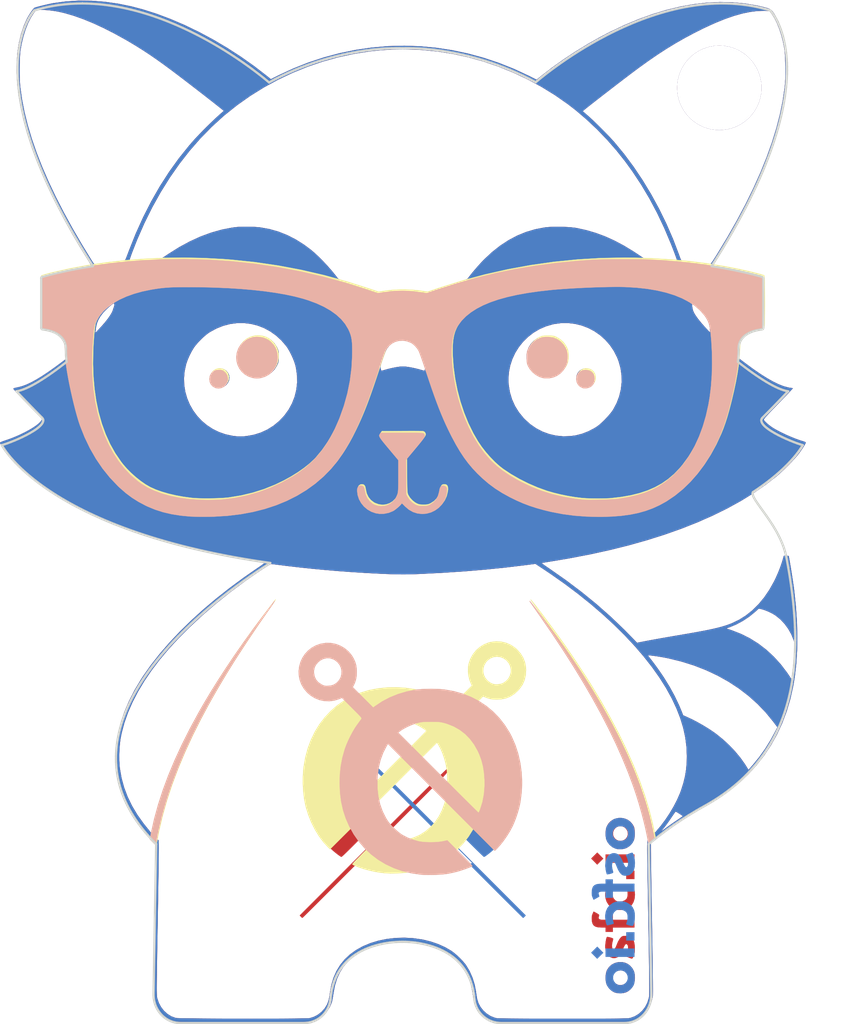
<source format=kicad_pcb>
(kicad_pcb (version 4) (host pcbnew 4.0.7)
  (layers (0 F.Cu signal) (31 B.Cu signal) (34 B.Paste user) (35 F.Paste user) (36 B.SilkS user) (37 F.SilkS user) (38 B.Mask user) (39 F.Mask user) (44 Edge.Cuts user))
  (net 0 "")
  (module LOGO (layer F.Cu) (at 0 0)
    (fp_text reference "G***" hide)
    (fp_text value "LOGO" hide)
    (fp_poly (pts (xy -29.499178 -35.082474) (xy -28.919031 -35.038942) (xy -28.331380 -34.956570) (xy -27.738218 -34.835497) (xy -27.230917 -34.702183) (xy -26.618511 -34.506697) (xy -25.997251 -34.273236) (xy -25.371395 -34.004078) (xy -24.745197 -33.701499) (xy -24.122916 -33.367778) (xy -23.508805 -33.005191) (xy -22.907123 -32.616017) (xy -22.322124 -32.202532) (xy -21.782816 -31.786956) (xy -21.584048 -31.627132) (xy -21.253649 -31.792130) (xy -20.597812 -32.096214) (xy -19.927020 -32.361200) (xy -19.243214 -32.586572) (xy -18.548335 -32.771814) (xy -17.844325 -32.916411) (xy -17.133126 -33.019847) (xy -16.416679 -33.081607) (xy -16.393584 -33.082895) (xy -15.692613 -33.100242) (xy -14.989953 -33.075919) (xy -14.287860 -33.010403) (xy -13.588591 -32.904172) (xy -12.894403 -32.757704) (xy -12.207554 -32.571477) (xy -11.530300 -32.345970) (xy -10.864897 -32.081660) (xy -10.213604 -31.779025) (xy -10.195969 -31.770193) (xy -9.861520 -31.602367) (xy -9.656219 -31.767691) (xy -9.179271 -32.135406) (xy -8.669515 -32.497876) (xy -8.136468 -32.849007) (xy -7.589647 -33.182709) (xy -7.038570 -33.492891) (xy -6.623083 -33.708990) (xy -5.986805 -34.010095) (xy -5.357846 -34.272441) (xy -4.736859 -34.495921) (xy -4.124500 -34.680430) (xy -3.521422 -34.825861) (xy -2.928279 -34.932109) (xy -2.345725 -34.999067) (xy -1.774414 -35.026630) (xy -1.215000 -35.014692) (xy -0.668137 -34.963146) (xy -0.134479 -34.871887) (xy 0.147644 -34.806142) (xy 0.276533 -34.771853) (xy 0.372881 -34.740686) (xy 0.445499 -34.706697) (xy 0.503196 -34.663943) (xy 0.554784 -34.606482) (xy 0.609072 -34.528371) (xy 0.646111 -34.469913) (xy 0.805509 -34.177600) (xy 0.939077 -33.853893) (xy 1.046528 -33.501159) (xy 1.127574 -33.121763) (xy 1.181928 -32.718072) (xy 1.209302 -32.292453) (xy 1.209409 -31.847270) (xy 1.181962 -31.384891) (xy 1.126671 -30.907681) (xy 1.100106 -30.734000) (xy 0.996118 -30.191327) (xy 0.857368 -29.626892) (xy 0.684481 -29.042163) (xy 0.478086 -28.438608) (xy 0.238809 -27.817696) (xy -0.032722 -27.180894) (xy -0.335880 -26.529672) (xy -0.670039 -25.865498) (xy -1.034571 -25.189839) (xy -1.428849 -24.504164) (xy -1.852245 -23.809941) (xy -1.868145 -23.784613) (xy -1.933849 -23.679083) (xy -1.990378 -23.586426) (xy -2.034357 -23.512325) (xy -2.062416 -23.462466) (xy -2.071183 -23.442530) (xy -2.071141 -23.442479) (xy -2.048932 -23.436690) (xy -1.991701 -23.425054) (xy -1.906153 -23.408844) (xy -1.798997 -23.389331) (xy -1.682750 -23.368800) (xy -1.480692 -23.332294) (xy -1.272416 -23.292251) (xy -1.062671 -23.249777) (xy -0.856206 -23.205977) (xy -0.657771 -23.161957) (xy -0.472114 -23.118822) (xy -0.303986 -23.077679) (xy -0.158134 -23.039631) (xy -0.039308 -23.005786) (xy 0.047743 -22.977247) (xy 0.098269 -22.955122) (xy 0.100541 -22.953695) (xy 0.148166 -22.922525) (xy 0.148166 -21.820954) (xy 0.147733 -21.541790) (xy 0.146445 -21.300194) (xy 0.144315 -21.096928) (xy 0.141359 -20.932754) (xy 0.137592 -20.808435) (xy 0.133026 -20.724732) (xy 0.127679 -20.682407) (xy 0.126255 -20.678442) (xy 0.089019 -20.645210) (xy 0.057463 -20.637352) (xy 0.015579 -20.632466) (xy -0.054211 -20.619614) (xy -0.138789 -20.601284) (xy -0.163628 -20.595438) (xy -0.380236 -20.527416) (xy -0.564499 -20.435345) (xy -0.715166 -20.320090) (xy -0.830989 -20.182520) (xy -0.878745 -20.098975) (xy -0.902850 -20.047005) (xy -0.920111 -19.999557) (xy -0.932047 -19.947434) (xy -0.940175 -19.881436) (xy -0.946014 -19.792366) (xy -0.951083 -19.671026) (xy -0.951569 -19.657769) (xy -0.963084 -19.341873) (xy -0.633566 -19.093161) (xy -0.295167 -18.844917) (xy 0.018312 -18.629931) (xy 0.307622 -18.447796) (xy 0.573509 -18.298107) (xy 0.816724 -18.180457) (xy 1.038015 -18.094440) (xy 1.238130 -18.039649) (xy 1.339928 -18.022616) (xy 1.441607 -18.009899) (xy 1.363552 -17.921408) (xy 1.331295 -17.886364) (xy 1.273289 -17.824947) (xy 1.193323 -17.741106) (xy 1.095187 -17.638793) (xy 0.982671 -17.521958) (xy 0.859565 -17.394550) (xy 0.729659 -17.260521) (xy 0.715334 -17.245766) (xy 0.564980 -17.090406) (xy 0.442291 -16.962330) (xy 0.344955 -16.858931) (xy 0.270658 -16.777601) (xy 0.217091 -16.715731) (xy 0.181939 -16.670715) (xy 0.162892 -16.639945) (xy 0.157638 -16.620812) (xy 0.158247 -16.617416) (xy 0.186014 -16.572632) (xy 0.242554 -16.511644) (xy 0.320701 -16.440616) (xy 0.413286 -16.365713) (xy 0.513143 -16.293099) (xy 0.602699 -16.235166) (xy 0.764347 -16.143742) (xy 0.952047 -16.047851) (xy 1.155139 -15.952183) (xy 1.362963 -15.861430) (xy 1.564859 -15.780285) (xy 1.750168 -15.713439) (xy 1.878541 -15.673625) (xy 1.946214 -15.651849) (xy 1.993908 -15.631097) (xy 2.010833 -15.616613) (xy 1.998937 -15.581646) (xy 1.966255 -15.519860) (xy 1.917300 -15.438379) (xy 1.856581 -15.344327) (xy 1.788610 -15.244830) (xy 1.717898 -15.147010) (xy 1.690872 -15.111272) (xy 1.606400 -15.008120) (xy 1.496640 -14.884587) (xy 1.368551 -14.747715) (xy 1.229095 -14.604548) (xy 1.085231 -14.462128) (xy 0.943919 -14.327500) (xy 0.812121 -14.207706) (xy 0.719666 -14.128489) (xy 0.235606 -13.752088) (xy -0.287267 -13.391152) (xy -0.848252 -13.045949) (xy -1.446650 -12.716746) (xy -2.081763 -12.403812) (xy -2.752889 -12.107415) (xy -3.459330 -11.827823) (xy -4.200387 -11.565304) (xy -4.975359 -11.320125) (xy -5.783547 -11.092556) (xy -6.624253 -10.882864) (xy -7.496775 -10.691318) (xy -8.400415 -10.518184) (xy -8.942917 -10.425590) (xy -9.099621 -10.400013) (xy -9.245590 -10.376185) (xy -9.374749 -10.355099) (xy -9.481023 -10.337745) (xy -9.558337 -10.325117) (xy -9.600614 -10.318207) (xy -9.602867 -10.317838) (xy -9.622997 -10.313146) (xy -9.631691 -10.305167) (xy -9.625440 -10.290919) (xy -9.600735 -10.267418) (xy -9.554067 -10.231680) (xy -9.481927 -10.180722) (xy -9.380807 -10.111561) (xy -9.280172 -10.043474) (xy -8.554406 -9.535415) (xy -7.866863 -9.016864) (xy -7.214131 -8.484978) (xy -6.592796 -7.936916) (xy -5.999446 -7.369836) (xy -5.684900 -7.049956) (xy -5.432550 -6.787645) (xy -4.975817 -6.875814) (xy -4.853285 -6.898922) (xy -4.696408 -6.927647) (xy -4.512605 -6.960678) (xy -4.309292 -6.996703) (xy -4.093888 -7.034410) (xy -3.873811 -7.072489) (xy -3.656477 -7.109626) (xy -3.587750 -7.121261) (xy -3.244371 -7.179835) (xy -2.939393 -7.233227) (xy -2.669306 -7.282229) (xy -2.430603 -7.327631) (xy -2.219775 -7.370223) (xy -2.033311 -7.410797) (xy -1.983183 -7.422707) (xy -1.506507 -7.422707) (xy -1.238538 -7.333136) (xy -0.834349 -7.175856) (xy -0.446632 -6.980240) (xy -0.077076 -6.747622) (xy 0.272629 -6.479335) (xy 0.600794 -6.176712) (xy 0.905729 -5.841086) (xy 1.185744 -5.473792) (xy 1.264327 -5.358097) (xy 1.385216 -5.175250) (xy 1.400869 -5.281084) (xy 1.409425 -5.343485) (xy 1.421218 -5.435637) (xy 1.434707 -5.545230) (xy 1.448350 -5.659952) (xy 1.448635 -5.662401) (xy 1.460627 -5.776941) (xy 1.473566 -5.920256) (xy 1.486349 -6.078837) (xy 1.497872 -6.239176) (xy 1.505043 -6.352774) (xy 1.513219 -6.496041) (xy 1.518452 -6.604481) (xy 1.520458 -6.685514) (xy 1.518954 -6.746562) (xy 1.513658 -6.795046) (xy 1.504286 -6.838389) (xy 1.490557 -6.884011) (xy 1.484046 -6.903766) (xy 1.378805 -7.162024) (xy 1.241300 -7.406663) (xy 1.076409 -7.631133) (xy 0.889011 -7.828882) (xy 0.683986 -7.993361) (xy 0.660921 -8.008907) (xy 0.527959 -8.087532) (xy 0.376489 -8.162025) (xy 0.222287 -8.225429) (xy 0.081128 -8.270787) (xy 0.049403 -8.278564) (xy -0.059943 -8.303274) (xy -0.217293 -8.160763) (xy -0.481715 -7.944881) (xy -0.768366 -7.754149) (xy -1.067666 -7.594361) (xy -1.340629 -7.481549) (xy -1.506507 -7.422707) (xy -1.983183 -7.422707) (xy -1.867705 -7.450143) (xy -1.719445 -7.489052) (xy -1.585025 -7.528314) (xy -1.460934 -7.568720) (xy -1.343664 -7.611062) (xy -1.248834 -7.648307) (xy -0.928581 -7.801166) (xy -0.624633 -7.992443) (xy -0.338029 -8.221073) (xy -0.069808 -8.485987) (xy 0.178991 -8.786120) (xy 0.407330 -9.120406) (xy 0.614170 -9.487778) (xy 0.686887 -9.635771) (xy 0.795851 -9.880577) (xy 0.892932 -10.127198) (xy 0.972571 -10.361087) (xy 1.001139 -10.457957) (xy 1.047750 -10.625346) (xy 1.147042 -10.625507) (xy 1.207969 -10.622166) (xy 1.248963 -10.613517) (xy 1.257193 -10.608098) (xy 1.264672 -10.580759) (xy 1.277427 -10.517202) (xy 1.294552 -10.423084) (xy 1.315138 -10.304066) (xy 1.338276 -10.165808) (xy 1.363059 -10.013968) (xy 1.388578 -9.854206) (xy 1.413926 -9.692182) (xy 1.438195 -9.533556) (xy 1.460475 -9.383987) (xy 1.479860 -9.249134) (xy 1.495442 -9.134658) (xy 1.502296 -9.080500) (xy 1.574375 -8.387263) (xy 1.619223 -7.717572) (xy 1.636857 -7.072975) (xy 1.627293 -6.455020) (xy 1.590547 -5.865254) (xy 1.526637 -5.305225) (xy 1.457837 -4.889500) (xy 1.329279 -4.315793) (xy 1.166116 -3.766380) (xy 0.968409 -3.241355) (xy 0.736220 -2.740813) (xy 0.469611 -2.264849) (xy 0.168642 -1.813558) (xy -0.166623 -1.387034) (xy -0.536123 -0.985371) (xy -0.939796 -0.608665) (xy -1.377581 -0.257009) (xy -1.725084 -0.011888) (xy -1.830069 0.056292) (xy -1.962348 0.139303) (xy -2.112294 0.231269) (xy -2.270275 0.326318) (xy -2.426662 0.418574) (xy -2.508250 0.465849) (xy -2.967310 0.736990) (xy -3.392098 1.003099) (xy -3.789551 1.268822) (xy -4.166611 1.538806) (xy -4.530216 1.817700) (xy -4.548027 1.831850) (xy -4.826000 2.053047) (xy -4.825902 2.333565) (xy -4.825523 2.387883) (xy -4.824439 2.481862) (xy -4.822691 2.612838) (xy -4.820322 2.778145) (xy -4.817375 2.975119) (xy -4.813891 3.201093) (xy -4.809914 3.453404) (xy -4.805484 3.729386) (xy -4.800645 4.026373) (xy -4.795440 4.341701) (xy -4.789909 4.672705) (xy -4.784096 5.016719) (xy -4.778043 5.371079) (xy -4.773207 5.651500) (xy -4.765351 6.114063) (xy -4.758384 6.542796) (xy -4.752313 6.936942) (xy -4.747148 7.295742) (xy -4.742896 7.618440) (xy -4.739565 7.904280) (xy -4.737162 8.152502) (xy -4.735697 8.362351) (xy -4.735176 8.533070) (xy -4.735609 8.663900) (xy -4.737002 8.754085) (xy -4.739364 8.802867) (xy -4.739997 8.807866) (xy -4.798348 9.047527) (xy -4.890592 9.264273) (xy -5.014930 9.455863) (xy -5.169563 9.620058) (xy -5.352693 9.754617) (xy -5.562521 9.857300) (xy -5.591417 9.868101) (xy -5.725584 9.916583) (xy -11.652250 9.916583) (xy -11.804129 9.868828) (xy -11.949208 9.809230) (xy -12.098324 9.723765) (xy -12.237248 9.621957) (xy -12.351752 9.513330) (xy -12.373877 9.487476) (xy -12.454497 9.380121) (xy -12.519385 9.272357) (xy -12.571444 9.156187) (xy -12.613577 9.023617) (xy -12.648688 8.866652) (xy -12.679680 8.677297) (xy -12.686927 8.625416) (xy -12.750910 8.294532) (xy -12.849284 7.988130) (xy -12.981652 7.706569) (xy -13.147621 7.450207) (xy -13.346794 7.219402) (xy -13.578776 7.014511) (xy -13.843170 6.835892) (xy -14.139583 6.683903) (xy -14.467618 6.558902) (xy -14.826880 6.461246) (xy -15.144750 6.401786) (xy -15.304157 6.383500) (xy -15.491695 6.371716) (xy -15.694863 6.366441) (xy -15.901157 6.367679) (xy -16.098077 6.375434) (xy -16.273118 6.389712) (xy -16.361834 6.401317) (xy -16.743051 6.476371) (xy -17.091915 6.577712) (xy -17.409740 6.705960) (xy -17.697840 6.861737) (xy -17.957530 7.045665) (xy -18.190123 7.258365) (xy -18.203884 7.272727) (xy -18.390624 7.497039) (xy -18.545007 7.743884) (xy -18.667983 8.015400) (xy -18.760498 8.313727) (xy -18.823501 8.641002) (xy -18.829265 8.683409) (xy -18.846231 8.798036) (xy -18.866584 8.911772) (xy -18.887503 9.009866) (xy -18.902629 9.066782) (xy -18.984808 9.262372) (xy -19.103035 9.443548) (xy -19.251753 9.603727) (xy -19.425408 9.736325) (xy -19.507930 9.784049) (xy -19.544541 9.803670) (xy -19.577465 9.821408) (xy -19.608898 9.837356) (xy -19.641041 9.851610) (xy -19.676090 9.864262) (xy -19.716245 9.875405) (xy -19.763704 9.885135) (xy -19.820666 9.893543) (xy -19.889329 9.900725) (xy -19.971891 9.906773) (xy -20.070552 9.911781) (xy -20.187509 9.915843) (xy -20.324961 9.919053) (xy -20.485107 9.921505) (xy -20.670145 9.923291) (xy -20.882274 9.924505) (xy -21.123691 9.925242) (xy -21.396597 9.925595) (xy -21.703188 9.925657) (xy -22.045664 9.925523) (xy -22.426223 9.925285) (xy -22.817667 9.925053) (xy -23.249862 9.924744) (xy -23.641440 9.924272) (xy -23.994120 9.923621) (xy -24.309617 9.922775) (xy -24.589650 9.921719) (xy -24.835935 9.920437) (xy -25.050189 9.918912) (xy -25.234130 9.917130) (xy -25.389474 9.915074) (xy -25.517938 9.912728) (xy -25.621240 9.910077) (xy -25.701097 9.907105) (xy -25.759225 9.903795) (xy -25.797342 9.900133) (xy -25.812750 9.897422) (xy -26.023599 9.824157) (xy -26.215758 9.714994) (xy -26.385643 9.573582) (xy -26.529672 9.403569) (xy -26.644258 9.208604) (xy -26.725820 8.992334) (xy -26.734886 8.958667) (xy -26.741575 8.932103) (xy -26.747646 8.905827) (xy -26.753091 8.877890) (xy -26.757905 8.846341) (xy -26.762082 8.809232) (xy -26.765614 8.764612) (xy -26.768496 8.710532) (xy -26.770721 8.645043) (xy -26.772284 8.566193) (xy -26.773178 8.472034) (xy -26.773396 8.360615) (xy -26.772934 8.229988) (xy -26.771783 8.078202) (xy -26.769938 7.903308) (xy -26.767393 7.703355) (xy -26.764142 7.476395) (xy -26.760178 7.220477) (xy -26.755495 6.933651) (xy -26.750087 6.613968) (xy -26.743947 6.259479) (xy -26.737070 5.868233) (xy -26.729449 5.438280) (xy -26.722322 5.037636) (xy -26.668811 2.030818) (xy -26.887511 1.791309) (xy -27.216667 1.408432) (xy -27.504439 1.025676) (xy -27.751743 0.641450) (xy -27.959494 0.254165) (xy -28.128607 -0.137770) (xy -28.259998 -0.535944) (xy -28.288590 -0.642627) (xy -28.376356 -1.071597) (xy -28.422550 -1.507382) (xy -28.426336 -1.860283) (xy -28.275325 -1.860283) (xy -28.273902 -1.608418) (xy -28.261103 -1.374748) (xy -28.248556 -1.254985) (xy -28.173825 -0.827509) (xy -28.059694 -0.410186) (xy -27.905671 -0.001952) (xy -27.711268 0.398261) (xy -27.475992 0.791518) (xy -27.199352 1.178885) (xy -27.032238 1.386416) (xy -26.958795 1.476595) (xy -26.896111 1.558303) (xy -26.848980 1.624912) (xy -26.822195 1.669796) (xy -26.817876 1.682750) (xy -26.803391 1.718789) (xy -26.766867 1.773394) (xy -26.716055 1.835048) (xy -26.713409 1.837966) (xy -26.658887 1.895585) (xy -26.624514 1.924602) (xy -26.603690 1.929229) (xy -26.591071 1.916004) (xy -26.572246 1.892577) (xy -26.551336 1.905762) (xy -26.544748 1.913478) (xy -26.541248 1.924724) (xy -26.538329 1.950489) (xy -26.536007 1.992488) (xy -26.534298 2.052442) (xy -26.533218 2.132069) (xy -26.532784 2.233086) (xy -26.533010 2.357213) (xy -26.533914 2.506167) (xy -26.535511 2.681667) (xy -26.537817 2.885431) (xy -26.540849 3.119178) (xy -26.544622 3.384626) (xy -26.549152 3.683493) (xy -26.554456 4.017498) (xy -26.560549 4.388359) (xy -26.567448 4.797795) (xy -26.575169 5.247523) (xy -26.576669 5.334146) (xy -26.584352 5.778257) (xy -26.591288 6.182058) (xy -26.597491 6.547565) (xy -26.602972 6.876796) (xy -26.607745 7.171767) (xy -26.611823 7.434495) (xy -26.615218 7.666995) (xy -26.617943 7.871286) (xy -26.620010 8.049383) (xy -26.621433 8.203303) (xy -26.622225 8.335063) (xy -26.622397 8.446679) (xy -26.621963 8.540168) (xy -26.620936 8.617547) (xy -26.619328 8.680832) (xy -26.617153 8.732040) (xy -26.614422 8.773187) (xy -26.611148 8.806290) (xy -26.607346 8.833367) (xy -26.603026 8.856432) (xy -26.599079 8.873886) (xy -26.530351 9.079726) (xy -26.429450 9.267270) (xy -26.300584 9.432058) (xy -26.147957 9.569630) (xy -25.975776 9.675528) (xy -25.788245 9.745290) (xy -25.773902 9.748887) (xy -25.737297 9.752640) (xy -25.661402 9.756161) (xy -25.549262 9.759448) (xy -25.403920 9.762495) (xy -25.228419 9.765301) (xy -25.025802 9.767861) (xy -24.799114 9.770172) (xy -24.551397 9.772230) (xy -24.285695 9.774032) (xy -24.005051 9.775574) (xy -23.712510 9.776853) (xy -23.411114 9.777865) (xy -23.103906 9.778606) (xy -22.793931 9.779073) (xy -22.484232 9.779263) (xy -22.177853 9.779171) (xy -21.877836 9.778795) (xy -21.587225 9.778130) (xy -21.309064 9.777174) (xy -21.046396 9.775922) (xy -20.802265 9.774371) (xy -20.579714 9.772518) (xy -20.381786 9.770358) (xy -20.211525 9.767889) (xy -20.071975 9.765107) (xy -19.966179 9.762009) (xy -19.897181 9.758590) (xy -19.871251 9.755780) (xy -19.680536 9.695886) (xy -19.502555 9.600567) (xy -19.343171 9.475193) (xy -19.208243 9.325131) (xy -19.103633 9.155751) (xy -19.041554 8.995833) (xy -19.024935 8.925805) (xy -19.006217 8.828191) (xy -18.988020 8.717477) (xy -18.976478 8.636000) (xy -18.913026 8.290032) (xy -18.816385 7.970319) (xy -18.686393 7.676633) (xy -18.522886 7.408745) (xy -18.325702 7.166426) (xy -18.094678 6.949448) (xy -17.829652 6.757581) (xy -17.530460 6.590598) (xy -17.515417 6.583292) (xy -17.186983 6.446611) (xy -16.834333 6.340453) (xy -16.463210 6.265433) (xy -16.079360 6.222167) (xy -15.688527 6.211270) (xy -15.296454 6.233356) (xy -14.908886 6.289041) (xy -14.859000 6.298807) (xy -14.524889 6.381635) (xy -14.205228 6.491213) (xy -13.907944 6.624396) (xy -13.640966 6.778039) (xy -13.625819 6.788015) (xy -13.503570 6.878388) (xy -13.370366 6.992276) (xy -13.236794 7.119380) (xy -13.113441 7.249401) (xy -13.010895 7.372043) (xy -12.975149 7.420935) (xy -12.818032 7.683703) (xy -12.690864 7.972174) (xy -12.596095 8.279862) (xy -12.539883 8.572500) (xy -12.524288 8.680204) (xy -12.507750 8.786394) (xy -12.492784 8.875226) (xy -12.486091 8.911166) (xy -12.429160 9.094077) (xy -12.335900 9.266225) (xy -12.211998 9.422035) (xy -12.063140 9.555931) (xy -11.895012 9.662339) (xy -11.713300 9.735683) (xy -11.622903 9.757511) (xy -11.583040 9.760920) (xy -11.501549 9.764052) (xy -11.379136 9.766902) (xy -11.216505 9.769463) (xy -11.014363 9.771732) (xy -10.773413 9.773704) (xy -10.494361 9.775372) (xy -10.177912 9.776732) (xy -9.824771 9.777779) (xy -9.435643 9.778507) (xy -9.011233 9.778911) (xy -8.679892 9.779000) (xy -8.270771 9.778954) (xy -7.901837 9.778803) (xy -7.570946 9.778522) (xy -7.275951 9.778089) (xy -7.014707 9.777478) (xy -6.785068 9.776667) (xy -6.584889 9.775633) (xy -6.412023 9.774351) (xy -6.264327 9.772798) (xy -6.139653 9.770951) (xy -6.035857 9.768786) (xy -5.950792 9.766280) (xy -5.882313 9.763409) (xy -5.828275 9.760149) (xy -5.786532 9.756477) (xy -5.754938 9.752369) (xy -5.731347 9.747802) (xy -5.726463 9.746589) (xy -5.530139 9.674278) (xy -5.353171 9.566693) (xy -5.198958 9.427769) (xy -5.070898 9.261441) (xy -4.972388 9.071647) (xy -4.906826 8.862320) (xy -4.891397 8.779383) (xy -4.888649 8.738813) (xy -4.886877 8.659365) (xy -4.886086 8.540745) (xy -4.886278 8.382658) (xy -4.887458 8.184810) (xy -4.889628 7.946905) (xy -4.892791 7.668651) (xy -4.896951 7.349751) (xy -4.902112 6.989913) (xy -4.908275 6.588840) (xy -4.915445 6.146239) (xy -4.923625 5.661814) (xy -4.929873 5.302250) (xy -4.937591 4.862002) (xy -4.944563 4.462115) (xy -4.950798 4.100621) (xy -4.956310 3.775553) (xy -4.961110 3.484946) (xy -4.965208 3.226831) (xy -4.968616 2.999243) (xy -4.971347 2.800215) (xy -4.973411 2.627780) (xy -4.974819 2.479972) (xy -4.975584 2.354823) (xy -4.975717 2.250367) (xy -4.975229 2.164638) (xy -4.974131 2.095669) (xy -4.972436 2.041493) (xy -4.970154 2.000143) (xy -4.967298 1.969653) (xy -4.963878 1.948057) (xy -4.959906 1.933386) (xy -4.955394 1.923676) (xy -4.950353 1.916958) (xy -4.949630 1.916171) (xy -4.921368 1.887912) (xy -4.911715 1.890662) (xy -4.910667 1.915448) (xy -4.904022 1.930007) (xy -4.881164 1.920244) (xy -4.837704 1.883374) (xy -4.794269 1.841517) (xy -4.729139 1.772278) (xy -4.695314 1.723112) (xy -4.689680 1.689444) (xy -4.690041 1.688216) (xy -4.684792 1.652334) (xy -4.650059 1.597538) (xy -4.591419 1.528725) (xy -4.584165 1.520194) (xy -4.368747 1.520194) (xy -4.359149 1.518483) (xy -4.321213 1.494912) (xy -4.260377 1.453144) (xy -4.182080 1.396840) (xy -4.145543 1.369921) (xy -4.027919 1.284315) (xy -3.892733 1.188477) (xy -3.757918 1.095002) (xy -3.656542 1.026502) (xy -3.567247 0.966315) (xy -3.492165 0.914044) (xy -3.437633 0.874229) (xy -3.409986 0.851411) (xy -3.407834 0.848270) (xy -3.424432 0.832565) (xy -3.467525 0.801853) (xy -3.527058 0.762487) (xy -3.592979 0.720822) (xy -3.655233 0.683214) (xy -3.703767 0.656016) (xy -3.728499 0.645583) (xy -3.744402 0.662263) (xy -3.779158 0.708245) (xy -3.828387 0.777441) (xy -3.887711 0.863762) (xy -3.921166 0.913500) (xy -3.996403 1.023810) (xy -4.076170 1.136811) (xy -4.151894 1.240595) (xy -4.215002 1.323250) (xy -4.225870 1.336834) (xy -4.282715 1.407763) (xy -4.330211 1.468309) (xy -4.361397 1.509537) (xy -4.368747 1.520194) (xy -4.584165 1.520194) (xy -4.383550 1.284272) (xy -4.181145 1.013454) (xy -3.989646 0.725228) (xy -3.814497 0.428549) (xy -3.661141 0.132373) (xy -3.535022 -0.154344) (xy -3.482146 -0.296334) (xy -3.382737 -0.611163) (xy -3.310205 -0.909594) (xy -3.262167 -1.205822) (xy -3.236240 -1.514040) (xy -3.229809 -1.799167) (xy -3.247699 -2.214627) (xy -3.300994 -2.627439) (xy -3.390574 -3.040960) (xy -3.517320 -3.458550) (xy -3.682112 -3.883567) (xy -3.885831 -4.319369) (xy -3.895866 -4.339167) (xy -4.146796 -4.795144) (xy -4.437989 -5.256360) (xy -4.767919 -5.721281) (xy -5.135062 -6.188372) (xy -5.177531 -6.237683) (xy -4.945374 -6.237683) (xy -4.939782 -6.216072) (xy -4.912312 -6.172635) (xy -4.874179 -6.123306) (xy -4.788433 -6.016003) (xy -4.686660 -5.882121) (xy -4.575500 -5.730835) (xy -4.461594 -5.571321) (xy -4.351583 -5.412753) (xy -4.252107 -5.264305) (xy -4.248759 -5.259193) (xy -4.000061 -4.856318) (xy -3.775551 -4.446050) (xy -3.580259 -4.038017) (xy -3.459598 -3.748545) (xy -3.398597 -3.591839) (xy -3.249757 -3.527552) (xy -3.013439 -3.417773) (xy -2.761796 -3.287167) (xy -2.507072 -3.142835) (xy -2.261512 -2.991883) (xy -2.037360 -2.841412) (xy -1.922941 -2.757881) (xy -1.632841 -2.522001) (xy -1.356492 -2.265400) (xy -1.100126 -1.994839) (xy -0.869976 -1.717079) (xy -0.672277 -1.438882) (xy -0.599818 -1.322527) (xy -0.560468 -1.257168) (xy -0.530495 -1.208774) (xy -0.515466 -1.186304) (xy -0.514782 -1.185704) (xy -0.500329 -1.200602) (xy -0.463343 -1.241711) (xy -0.408983 -1.303221) (xy -0.342409 -1.379323) (xy -0.322423 -1.402292) (xy -0.032376 -1.757522) (xy 0.228512 -2.123851) (xy 0.468026 -2.512736) (xy 0.616112 -2.783371) (xy 0.765532 -3.068944) (xy 0.586168 -3.307181) (xy 0.252670 -3.715131) (xy -0.113336 -4.096964) (xy -0.510365 -4.451793) (xy -0.936935 -4.778731) (xy -1.391560 -5.076891) (xy -1.872756 -5.345388) (xy -2.379038 -5.583334) (xy -2.908922 -5.789842) (xy -3.460924 -5.964027) (xy -4.033559 -6.105002) (xy -4.132276 -6.125484) (xy -4.257618 -6.149489) (xy -4.389847 -6.172552) (xy -4.522120 -6.193728) (xy -4.647592 -6.212073) (xy -4.759420 -6.226644) (xy -4.850759 -6.236494) (xy -4.914766 -6.240681) (xy -4.944597 -6.238259) (xy -4.945374 -6.237683) (xy -5.177531 -6.237683) (xy -5.537893 -6.656098) (xy -5.974886 -7.122925) (xy -6.444517 -7.587318) (xy -6.945261 -8.047743) (xy -7.475592 -8.502664) (xy -8.033985 -8.950548) (xy -8.618917 -9.389859) (xy -9.228860 -9.819063) (xy -9.565284 -10.044243) (xy -9.912485 -10.272599) (xy -10.348451 -10.215991) (xy -11.226585 -10.110300) (xy -12.121640 -10.019251) (xy -13.039182 -9.942388) (xy -13.984776 -9.879255) (xy -14.963988 -9.829396) (xy -15.178701 -9.820396) (xy -15.355368 -9.814203) (xy -15.529078 -9.810225) (xy -15.704775 -9.808580) (xy -15.887405 -9.809387) (xy -16.081914 -9.812764) (xy -16.293249 -9.818831) (xy -16.526354 -9.827705) (xy -16.786175 -9.839507) (xy -17.077659 -9.854354) (xy -17.405750 -9.872365) (xy -17.451917 -9.874977) (xy -18.007781 -9.909761) (xy -18.578567 -9.951624) (xy -19.153583 -9.999602) (xy -19.722133 -10.052732) (xy -20.273524 -10.110048) (xy -20.797063 -10.170587) (xy -20.971777 -10.192363) (xy -21.124388 -10.211646) (xy -21.263924 -10.229037) (xy -21.384673 -10.243843) (xy -21.480923 -10.255371) (xy -21.546962 -10.262929) (xy -21.577078 -10.265824) (xy -21.577632 -10.265834) (xy -21.604825 -10.254196) (xy -21.662158 -10.221287) (xy -21.745087 -10.170108) (xy -21.849070 -10.103664) (xy -21.969565 -10.024958) (xy -22.102029 -9.936994) (xy -22.241920 -9.842775) (xy -22.384695 -9.745306) (xy -22.525813 -9.647589) (xy -22.660731 -9.552628) (xy -22.717314 -9.512238) (xy -23.386098 -9.015520) (xy -24.017200 -8.511430) (xy -24.615124 -7.996100) (xy -25.184376 -7.465662) (xy -25.674688 -6.973426) (xy -26.103834 -6.507359) (xy -26.496349 -6.039941) (xy -26.851641 -5.572195) (xy -27.169117 -5.105146) (xy -27.448185 -4.639818) (xy -27.688251 -4.177236) (xy -27.888724 -3.718424) (xy -28.049011 -3.264407) (xy -28.168518 -2.816209) (xy -28.214953 -2.582334) (xy -28.245489 -2.361512) (xy -28.265733 -2.116072) (xy -28.275325 -1.860283) (xy -28.426336 -1.860283) (xy -28.427293 -1.949460) (xy -28.390704 -2.397306) (xy -28.312904 -2.850396) (xy -28.194013 -3.308207) (xy -28.034151 -3.770215) (xy -27.833439 -4.235897) (xy -27.591997 -4.704727) (xy -27.309945 -5.176184) (xy -27.213862 -5.323417) (xy -26.869693 -5.810797) (xy -26.484939 -6.300155) (xy -26.061203 -6.789973) (xy -25.600088 -7.278731) (xy -25.103197 -7.764911) (xy -24.572134 -8.246993) (xy -24.008502 -8.723458) (xy -23.413904 -9.192787) (xy -22.789943 -9.653461) (xy -22.243093 -10.033441) (xy -22.114734 -10.120391) (xy -22.018063 -10.186708) (xy -21.949617 -10.235350) (xy -21.905936 -10.269276) (xy -21.883556 -10.291444) (xy -21.879017 -10.304813) (xy -21.888855 -10.312341) (xy -21.909610 -10.316988) (xy -21.911030 -10.317224) (xy -21.949966 -10.323608) (xy -22.024566 -10.335806) (xy -22.128713 -10.352819) (xy -22.256290 -10.373648) (xy -22.401180 -10.397294) (xy -22.557264 -10.422758) (xy -22.574250 -10.425528) (xy -23.478529 -10.584591) (xy -24.354585 -10.762055) (xy -25.201478 -10.957566) (xy -26.018269 -11.170771) (xy -26.804018 -11.401316) (xy -27.557785 -11.648848) (xy -28.278631 -11.913013) (xy -28.965615 -12.193458) (xy -29.617799 -12.489829) (xy -30.234242 -12.801772) (xy -30.814004 -13.128934) (xy -31.356147 -13.470961) (xy -31.859730 -13.827500) (xy -32.090291 -14.005932) (xy -32.218133 -14.112308) (xy -32.361176 -14.238882) (xy -32.513019 -14.379349) (xy -32.667261 -14.527406) (xy -32.817500 -14.676747) (xy -32.957334 -14.821067) (xy -33.080362 -14.954062) (xy -33.180182 -15.069425) (xy -33.217699 -15.116331) (xy -33.285456 -15.207638) (xy -33.352903 -15.304639) (xy -33.415384 -15.399923) (xy -33.468241 -15.486076) (xy -33.506819 -15.555685) (xy -33.526461 -15.601336) (xy -33.528000 -15.610344) (xy -33.509081 -15.625103) (xy -33.457721 -15.648668) (xy -33.382024 -15.677658) (xy -33.300517 -15.705353) (xy -33.078449 -15.782392) (xy -32.857858 -15.869326) (xy -32.643238 -15.963653) (xy -32.439078 -16.062870) (xy -32.249871 -16.164475) (xy -32.080107 -16.265965) (xy -31.934278 -16.364836) (xy -31.816875 -16.458586) (xy -31.732389 -16.544712) (xy -31.694644 -16.600252) (xy -31.663943 -16.658754) (xy -32.278104 -17.288169) (xy -32.411209 -17.424875) (xy -32.535871 -17.553475) (xy -32.648801 -17.670533) (xy -32.746706 -17.772612) (xy -32.826295 -17.856276) (xy -32.884278 -17.918089) (xy -32.917363 -17.954612) (xy -32.923176 -17.961773) (xy -32.935268 -17.981749) (xy -32.934304 -17.996442) (xy -32.913958 -18.008799) (xy -32.867901 -18.021769) (xy -32.789806 -18.038300) (xy -32.736037 -18.048967) (xy -32.564020 -18.093530) (xy -32.375615 -18.163033) (xy -32.169055 -18.258469) (xy -31.942575 -18.380836) (xy -31.831377 -18.448179) (xy -25.419231 -18.448179) (xy -25.408153 -18.143584) (xy -25.360361 -17.846538) (xy -25.277727 -17.559843) (xy -25.162121 -17.286305) (xy -25.015413 -17.028727) (xy -24.839474 -16.789914) (xy -24.636174 -16.572668) (xy -24.407384 -16.379794) (xy -24.154975 -16.214096) (xy -23.880816 -16.078379) (xy -23.586778 -15.975445) (xy -23.274733 -15.908099) (xy -23.209250 -15.899011) (xy -23.056596 -15.883423) (xy -22.920155 -15.878837) (xy -22.779094 -15.885175) (xy -22.658917 -15.896914) (xy -22.336432 -15.954263) (xy -22.027510 -16.051105) (xy -21.734964 -16.186142) (xy -21.461604 -16.358073) (xy -21.210244 -16.565600) (xy -21.208827 -16.566932) (xy -20.985161 -16.805340) (xy -20.797403 -17.064570) (xy -20.646383 -17.341742) (xy -20.532934 -17.633975) (xy -20.457887 -17.938389) (xy -20.422072 -18.252104) (xy -20.424039 -18.400329) (xy -11.107769 -18.400329) (xy -11.094923 -18.150352) (xy -11.040830 -17.824593) (xy -10.948293 -17.516547) (xy -10.817277 -17.226142) (xy -10.647746 -16.953302) (xy -10.439666 -16.697952) (xy -10.384812 -16.640108) (xy -10.143797 -16.422412) (xy -9.881367 -16.240117) (xy -9.600793 -16.094252) (xy -9.305341 -15.985850) (xy -8.998282 -15.915940) (xy -8.682883 -15.885553) (xy -8.362413 -15.895719) (xy -8.129167 -15.928955) (xy -7.856102 -15.999351) (xy -7.581545 -16.105536) (xy -7.316578 -16.242876) (xy -7.193829 -16.319991) (xy -7.092518 -16.396767) (xy -6.975999 -16.499688) (xy -6.852798 -16.619846) (xy -6.731442 -16.748332) (xy -6.620458 -16.876238) (xy -6.528373 -16.994656) (xy -6.481636 -17.064025) (xy -6.329045 -17.349912) (xy -6.215402 -17.648439) (xy -6.140987 -17.955942) (xy -6.106078 -18.268758) (xy -6.110956 -18.583226) (xy -6.155900 -18.895681) (xy -6.241191 -19.202461) (xy -6.305720 -19.368188) (xy -6.450840 -19.653715) (xy -6.627404 -19.913919) (xy -6.832164 -20.147126) (xy -7.061872 -20.351664) (xy -7.313283 -20.525862) (xy -7.583148 -20.668046) (xy -7.868219 -20.776545) (xy -8.165250 -20.849686) (xy -8.470994 -20.885796) (xy -8.782202 -20.883204) (xy -9.095628 -20.840236) (xy -9.144000 -20.829899) (xy -9.447734 -20.741146) (xy -9.733040 -20.616884) (xy -9.997714 -20.460142) (xy -10.239552 -20.273948) (xy -10.456348 -20.061331) (xy -10.645897 -19.825318) (xy -10.805995 -19.568940) (xy -10.934436 -19.295223) (xy -11.029015 -19.007196) (xy -11.087528 -18.707889) (xy -11.107769 -18.400329) (xy -20.424039 -18.400329) (xy -20.426322 -18.572239) (xy -20.471468 -18.895916) (xy -20.484249 -18.951979) (xy -16.752033 -18.951979) (xy -16.751787 -18.915138) (xy -16.745209 -18.880073) (xy -16.741141 -18.864792) (xy -16.723393 -18.810598) (xy -16.707751 -18.778805) (xy -16.703041 -18.775278) (xy -16.678109 -18.781070) (xy -16.622651 -18.796170) (xy -16.546716 -18.817808) (xy -16.510601 -18.828336) (xy -16.355047 -18.870015) (xy -16.192805 -18.906557) (xy -16.035014 -18.935932) (xy -15.892811 -18.956112) (xy -15.777333 -18.965068) (xy -15.758584 -18.965334) (xy -15.649727 -18.958844) (xy -15.511937 -18.940728) (xy -15.356351 -18.913015) (xy -15.194107 -18.877732) (xy -15.036342 -18.836910) (xy -15.006567 -18.828336) (xy -14.925048 -18.804761) (xy -14.859816 -18.786538) (xy -14.820878 -18.776436) (xy -14.814726 -18.775278) (xy -14.801458 -18.793162) (xy -14.783488 -18.838403) (xy -14.777548 -18.857119) (xy -14.769438 -18.889732) (xy -14.766880 -18.922952) (xy -14.771403 -18.963758) (xy -14.784537 -19.019125) (xy -14.807810 -19.096033) (xy -14.842752 -19.201458) (xy -14.871474 -19.285744) (xy -14.914584 -19.408245) (xy -14.957608 -19.524470) (xy -14.996961 -19.625155) (xy -15.029057 -19.701034) (xy -15.044584 -19.733135) (xy -15.135997 -19.863382) (xy -15.255722 -19.975228) (xy -15.395530 -20.064568) (xy -15.547192 -20.127297) (xy -15.702482 -20.159311) (xy -15.853170 -20.156505) (xy -15.882758 -20.151254) (xy -16.062581 -20.095003) (xy -16.223723 -20.006905) (xy -16.360178 -19.891383) (xy -16.465937 -19.752856) (xy -16.493632 -19.701717) (xy -16.521060 -19.639461) (xy -16.557631 -19.547612) (xy -16.599290 -19.436796) (xy -16.641979 -19.317641) (xy -16.658567 -19.269636) (xy -16.699212 -19.149422) (xy -16.727300 -19.061493) (xy -16.744389 -18.998221) (xy -16.752033 -18.951979) (xy -20.484249 -18.951979) (xy -20.500192 -19.021907) (xy -20.544507 -19.164878) (xy -20.607868 -19.326415) (xy -20.684129 -19.493592) (xy -20.767145 -19.653482) (xy -20.850772 -19.793161) (xy -20.900970 -19.864917) (xy -21.117548 -20.117759) (xy -21.355888 -20.335759) (xy -21.612979 -20.518405) (xy -21.885810 -20.665183) (xy -22.171371 -20.775579) (xy -22.466652 -20.849081) (xy -22.768640 -20.885174) (xy -23.074327 -20.883347) (xy -23.380700 -20.843085) (xy -23.684749 -20.763876) (xy -23.983464 -20.645205) (xy -24.273833 -20.486560) (xy -24.331084 -20.449697) (xy -24.437830 -20.370111) (xy -24.558629 -20.265422) (xy -24.683645 -20.145475) (xy -24.803041 -20.020115) (xy -24.906982 -19.899189) (xy -24.981760 -19.798422) (xy -25.082553 -19.631158) (xy -25.177742 -19.444679) (xy -25.259679 -19.255302) (xy -25.320715 -19.079347) (xy -25.323767 -19.068797) (xy -25.391726 -18.757518) (xy -25.419231 -18.448179) (xy -31.831377 -18.448179) (xy -31.694409 -18.531128) (xy -31.422790 -18.710342) (xy -31.125955 -18.919472) (xy -30.909063 -19.079081) (xy -30.565543 -19.335750) (xy -30.566327 -19.441584) (xy -30.572149 -19.641982) (xy -30.586076 -19.817239) (xy -30.607494 -19.962653) (xy -30.635792 -20.073524) (xy -30.654701 -20.119336) (xy -30.745633 -20.253501) (xy -30.872501 -20.372426) (xy -30.974466 -20.437363) (xy -29.330500 -20.437363) (xy -29.161829 -20.616807) (xy -29.078080 -20.707732) (xy -28.989887 -20.806477) (xy -28.910249 -20.898358) (xy -28.871683 -20.944451) (xy -28.766169 -21.079920) (xy -28.676688 -21.208318) (xy -28.607384 -21.323087) (xy -28.562405 -21.417669) (xy -28.551497 -21.450792) (xy -28.530328 -21.520048) (xy -28.507437 -21.580862) (xy -28.503300 -21.590000) (xy -28.489536 -21.638200) (xy -28.485841 -21.692816) (xy -28.491745 -21.738322) (xy -28.506780 -21.759193) (xy -28.508419 -21.759334) (xy -28.539301 -21.745169) (xy -28.592902 -21.706717) (xy -28.662428 -21.650040) (xy -28.741085 -21.581198) (xy -28.822079 -21.506253) (xy -28.898615 -21.431268) (xy -28.963900 -21.362304) (xy -28.997761 -21.322738) (xy -29.113064 -21.167496) (xy -29.197688 -21.022913) (xy -29.256783 -20.877106) (xy -29.295501 -20.718189) (xy -29.312923 -20.595640) (xy -29.330500 -20.437363) (xy -30.974466 -20.437363) (xy -31.030744 -20.473203) (xy -31.215801 -20.552929) (xy -31.422697 -20.608616) (xy -31.509767 -20.627318) (xy -31.582241 -20.645630) (xy -31.629080 -20.660645) (xy -31.638875 -20.665568) (xy -31.644955 -20.678979) (xy -31.650099 -20.711406) (xy -31.654373 -20.765621) (xy -31.657839 -20.844399) (xy -31.660562 -20.950513) (xy -31.662606 -21.086738) (xy -31.664034 -21.255848) (xy -31.664911 -21.460615) (xy -31.665300 -21.703815) (xy -31.665319 -21.766825) (xy -3.012435 -21.766825) (xy -2.999723 -21.615194) (xy -2.985591 -21.514221) (xy -2.958435 -21.419379) (xy -2.914244 -21.322244) (xy -2.849005 -21.214391) (xy -2.758706 -21.087396) (xy -2.730665 -21.050250) (xy -2.674868 -20.979746) (xy -2.606202 -20.897124) (xy -2.529921 -20.808230) (xy -2.451276 -20.718909) (xy -2.375519 -20.635007) (xy -2.307903 -20.562369) (xy -2.253680 -20.506842) (xy -2.218102 -20.474270) (xy -2.207667 -20.468167) (xy -2.204167 -20.487528) (xy -2.205004 -20.538883) (xy -2.209926 -20.612143) (xy -2.211720 -20.632209) (xy -2.225197 -20.730459) (xy -2.245663 -20.829406) (xy -2.268306 -20.906471) (xy -2.334951 -21.046847) (xy -2.431281 -21.198227) (xy -2.549782 -21.351402) (xy -2.682943 -21.497161) (xy -2.823251 -21.626298) (xy -2.910975 -21.694288) (xy -3.012435 -21.766825) (xy -31.665319 -21.766825) (xy -31.665334 -21.814098) (xy -31.665328 -21.837881) (xy -28.342167 -21.837881) (xy -28.338007 -21.822965) (xy -28.336178 -21.824598) (xy -28.320370 -21.846650) (xy -28.299136 -21.875750) (xy -28.293963 -21.883231) (xy -3.227336 -21.883231) (xy -3.201821 -21.843348) (xy -3.190280 -21.828125) (xy -3.166282 -21.803813) (xy -3.149442 -21.813264) (xy -3.144681 -21.820519) (xy -3.152083 -21.843684) (xy -3.185950 -21.874018) (xy -3.188372 -21.875631) (xy -3.222859 -21.893829) (xy -3.227336 -21.883231) (xy -28.293963 -21.883231) (xy -28.279227 -21.904537) (xy -28.286596 -21.903168) (xy -28.305125 -21.889034) (xy -28.334843 -21.856779) (xy -28.342167 -21.837881) (xy -31.665328 -21.837881) (xy -31.665264 -22.062053) (xy -31.664982 -22.271062) (xy -31.664378 -22.444510) (xy -31.663341 -22.585783) (xy -31.661761 -22.698268) (xy -31.659529 -22.785351) (xy -31.656534 -22.850418) (xy -31.652666 -22.896855) (xy -31.647816 -22.928049) (xy -31.641873 -22.947386) (xy -31.634727 -22.958252) (xy -31.627990 -22.963163) (xy -31.584099 -22.979900) (xy -31.503978 -23.003627) (xy -31.392932 -23.033160) (xy -31.256270 -23.067318) (xy -31.099297 -23.104916) (xy -30.927320 -23.144772) (xy -30.745646 -23.185704) (xy -30.559582 -23.226529) (xy -30.374434 -23.266064) (xy -30.195508 -23.303126) (xy -30.028112 -23.336532) (xy -29.877551 -23.365100) (xy -29.749134 -23.387647) (xy -29.665084 -23.400671) (xy -29.599015 -23.411841) (xy -29.549361 -23.423555) (xy -29.535218 -23.428842) (xy -29.535441 -23.452195) (xy -29.560144 -23.507241) (xy -29.608277 -23.591904) (xy -29.658498 -23.672611) (xy -29.996179 -24.215683) (xy -30.323907 -24.771697) (xy -30.639138 -25.335547) (xy -30.939329 -25.902123) (xy -31.221938 -26.466319) (xy -31.484421 -27.023026) (xy -31.724236 -27.567135) (xy -31.938840 -28.093540) (xy -32.125690 -28.597131) (xy -32.161495 -28.700475) (xy -32.344374 -29.273381) (xy -32.496548 -29.831816) (xy -32.617974 -30.374472) (xy -32.708608 -30.900042) (xy -32.768408 -31.407222) (xy -32.797330 -31.894702) (xy -32.796562 -32.073918) (xy -32.671008 -32.073918) (xy -32.669968 -31.871704) (xy -32.665817 -31.677737) (xy -32.658495 -31.500433) (xy -32.647947 -31.348205) (xy -32.642667 -31.294917) (xy -32.565934 -30.744575) (xy -32.455672 -30.179466) (xy -32.311619 -29.598950) (xy -32.133514 -29.002386) (xy -31.921094 -28.389136) (xy -31.674097 -27.758559) (xy -31.392263 -27.110015) (xy -31.075328 -26.442866) (xy -30.723031 -25.756470) (xy -30.335111 -25.050189) (xy -29.911305 -24.323382) (xy -29.542428 -23.720612) (xy -29.477084 -23.616562) (xy -29.429325 -23.543392) (xy -29.394529 -23.495943) (xy -29.368075 -23.469053) (xy -29.345341 -23.457563) (xy -29.321704 -23.456312) (xy -29.307238 -23.458035) (xy -29.268883 -23.463089) (xy -29.194915 -23.472527) (xy -29.091734 -23.485544) (xy -28.965742 -23.501334) (xy -28.823339 -23.519092) (xy -28.691417 -23.535475) (xy -28.539941 -23.554303) (xy -28.399302 -23.571882) (xy -28.275908 -23.587405) (xy -28.176162 -23.600062) (xy -28.106469 -23.609045) (xy -28.075315 -23.613237) (xy -28.053500 -23.617508) (xy -28.034817 -23.626605) (xy -28.016715 -23.645508) (xy -28.015968 -23.646762) (xy -27.823650 -23.646762) (xy -27.823632 -23.646743) (xy -27.800232 -23.644878) (xy -27.741899 -23.646099) (xy -27.655900 -23.650089) (xy -27.549497 -23.656533) (xy -27.469377 -23.662142) (xy -27.318129 -23.672682) (xy -27.143719 -23.683882) (xy -26.965282 -23.694566) (xy -26.801949 -23.703558) (xy -26.764040 -23.705488) (xy -26.402995 -23.723473) (xy -26.097290 -23.928459) (xy -25.627272 -24.223179) (xy -25.156629 -24.477591) (xy -24.686232 -24.691349) (xy -24.216953 -24.864102) (xy -23.749666 -24.995504) (xy -23.285243 -25.085204) (xy -23.156889 -25.102670) (xy -23.020424 -25.114682) (xy -22.854173 -25.121753) (xy -22.670378 -25.123988) (xy -22.481286 -25.121494) (xy -22.299139 -25.114376) (xy -22.136183 -25.102741) (xy -22.048383 -25.093073) (xy -21.642724 -25.019952) (xy -21.248915 -24.908159) (xy -20.865317 -24.756972) (xy -20.490291 -24.565668) (xy -20.122198 -24.333525) (xy -19.827211 -24.114431) (xy -19.659937 -23.972901) (xy -19.477771 -23.803280) (xy -19.288153 -23.613441) (xy -19.098522 -23.411258) (xy -18.916318 -23.204602) (xy -18.748982 -23.001348) (xy -18.637250 -22.855246) (xy -18.616712 -22.833157) (xy -18.585701 -22.812187) (xy -18.538421 -22.790021) (xy -18.469073 -22.764345) (xy -18.371860 -22.732845) (xy -18.240982 -22.693206) (xy -18.203334 -22.682052) (xy -18.057949 -22.638066) (xy -17.886518 -22.584529) (xy -17.702950 -22.525887) (xy -17.521151 -22.466586) (xy -17.355029 -22.411071) (xy -17.346084 -22.408032) (xy -17.210561 -22.362638) (xy -17.085868 -22.322171) (xy -16.978432 -22.288613) (xy -16.894681 -22.263946) (xy -16.841039 -22.250153) (xy -16.826922 -22.247925) (xy -16.787285 -22.250349) (xy -16.714942 -22.258208) (xy -16.619010 -22.270390) (xy -16.508609 -22.285779) (xy -16.467089 -22.291888) (xy -16.089663 -22.331297) (xy -15.694798 -22.340709) (xy -15.294916 -22.320134) (xy -15.038917 -22.290787) (xy -14.679084 -22.240156) (xy -14.202834 -22.400774) (xy -14.036118 -22.456213) (xy -13.852654 -22.515896) (xy -13.666247 -22.575419) (xy -13.490698 -22.630380) (xy -13.339811 -22.676375) (xy -13.325149 -22.680746) (xy -13.175316 -22.726292) (xy -13.062092 -22.763195) (xy -12.981034 -22.793149) (xy -12.927701 -22.817846) (xy -12.897650 -22.838981) (xy -12.891757 -22.845926) (xy -12.819894 -22.943016) (xy -12.725341 -23.061995) (xy -12.615161 -23.194635) (xy -12.496413 -23.332710) (xy -12.376161 -23.467991) (xy -12.261466 -23.592253) (xy -12.170834 -23.685857) (xy -11.823093 -24.008704) (xy -11.465286 -24.290522) (xy -11.097092 -24.531479) (xy -10.718191 -24.731743) (xy -10.328261 -24.891481) (xy -9.926982 -25.010862) (xy -9.514033 -25.090053) (xy -9.474494 -25.095451) (xy -9.319295 -25.110337) (xy -9.135260 -25.118983) (xy -8.933221 -25.121630) (xy -8.724010 -25.118518) (xy -8.518458 -25.109887) (xy -8.327397 -25.095978) (xy -8.161660 -25.077032) (xy -8.085667 -25.064634) (xy -7.662130 -24.971125) (xy -7.250142 -24.850477) (xy -6.844650 -24.700519) (xy -6.440598 -24.519082) (xy -6.032932 -24.303995) (xy -5.616596 -24.053088) (xy -5.402148 -23.912550) (xy -5.121046 -23.723621) (xy -4.714231 -23.703376) (xy -4.557016 -23.694971) (xy -4.385954 -23.684852) (xy -4.216534 -23.673997) (xy -4.064240 -23.663385) (xy -3.984625 -23.657309) (xy -3.873364 -23.649265) (xy -3.778686 -23.644052) (xy -3.707804 -23.641937) (xy -3.667932 -23.643186) (xy -3.661834 -23.645386) (xy -3.669274 -23.674129) (xy -3.690074 -23.736066) (xy -3.721950 -23.825052) (xy -3.762618 -23.934943) (xy -3.809796 -24.059596) (xy -3.861199 -24.192866) (xy -3.914545 -24.328610) (xy -3.932393 -24.373417) (xy -4.227731 -25.071105) (xy -4.542593 -25.734361) (xy -4.879351 -26.367459) (xy -5.240380 -26.974671) (xy -5.628050 -27.560268) (xy -5.945628 -27.998373) (xy -6.337297 -28.491461) (xy -6.758473 -28.970913) (xy -7.203061 -29.430638) (xy -7.664967 -29.864543) (xy -8.077931 -30.215417) (xy -7.828531 -30.215417) (xy -7.596946 -30.015455) (xy -7.493339 -29.922816) (xy -7.367785 -29.805467) (xy -7.226859 -29.669980) (xy -7.077136 -29.522927) (xy -6.925190 -29.370880) (xy -6.777597 -29.220413) (xy -6.640930 -29.078096) (xy -6.521766 -28.950504) (xy -6.435955 -28.854882) (xy -6.001582 -28.329121) (xy -5.584534 -27.768135) (xy -5.187352 -27.176370) (xy -4.812576 -26.558269) (xy -4.462749 -25.918276) (xy -4.140412 -25.260836) (xy -3.848106 -24.590392) (xy -3.588372 -23.911390) (xy -3.555313 -23.817504) (xy -3.520187 -23.722049) (xy -3.492286 -23.660699) (xy -3.467857 -23.626673) (xy -3.443145 -23.613189) (xy -3.442122 -23.612986) (xy -3.409764 -23.608336) (xy -3.341337 -23.599516) (xy -3.242818 -23.587261) (xy -3.120186 -23.572307) (xy -2.979419 -23.555388) (xy -2.826496 -23.537241) (xy -2.825750 -23.537153) (xy -2.675088 -23.519121) (xy -2.538663 -23.502286) (xy -2.421990 -23.487367) (xy -2.330578 -23.475087) (xy -2.269941 -23.466167) (xy -2.245590 -23.461328) (xy -2.245431 -23.461214) (xy -2.229223 -23.454211) (xy -2.207559 -23.463199) (xy -2.177867 -23.491485) (xy -2.137572 -23.542380) (xy -2.084102 -23.619192) (xy -2.014881 -23.725229) (xy -1.927337 -23.863801) (xy -1.907108 -23.896185) (xy -1.447240 -24.654848) (xy -1.024788 -25.396420) (xy -0.639811 -26.120753) (xy -0.292367 -26.827698) (xy 0.017484 -27.517110) (xy 0.289685 -28.188839) (xy 0.524175 -28.842739) (xy 0.720898 -29.478663) (xy 0.879794 -30.096462) (xy 1.000803 -30.695990) (xy 1.083869 -31.277098) (xy 1.102343 -31.458233) (xy 1.111248 -31.592177) (xy 1.116638 -31.754643) (xy 1.118702 -31.936898) (xy 1.117625 -32.130207) (xy 1.113595 -32.325834) (xy 1.106799 -32.515045) (xy 1.097424 -32.689106) (xy 1.085655 -32.839281) (xy 1.071681 -32.956836) (xy 1.070069 -32.967084) (xy 1.011050 -33.271629) (xy 0.935445 -33.564986) (xy 0.845460 -33.841181) (xy 0.743301 -34.094238) (xy 0.631176 -34.318182) (xy 0.511290 -34.507039) (xy 0.491674 -34.533417) (xy 0.411100 -34.639250) (xy 0.189675 -34.645801) (xy -0.110366 -34.638544) (xy -0.432536 -34.599523) (xy -0.777539 -34.528539) (xy -1.146078 -34.425388) (xy -1.538854 -34.289869) (xy -1.956571 -34.121781) (xy -2.399932 -33.920921) (xy -2.497667 -33.873924) (xy -2.923307 -33.660900) (xy -3.332444 -33.442568) (xy -3.731679 -33.214825) (xy -4.127609 -32.973571) (xy -4.526833 -32.714705) (xy -4.935950 -32.434124) (xy -5.361558 -32.127730) (xy -5.636422 -31.923145) (xy -5.783030 -31.812400) (xy -5.943626 -31.690423) (xy -6.114857 -31.559811) (xy -6.293369 -31.423162) (xy -6.475810 -31.283072) (xy -6.658827 -31.142138) (xy -6.839067 -31.002959) (xy -7.013178 -30.868130) (xy -7.177807 -30.740249) (xy -7.329601 -30.621914) (xy -7.465207 -30.515721) (xy -7.581272 -30.424267) (xy -7.674445 -30.350150) (xy -7.741371 -30.295966) (xy -7.778698 -30.264314) (xy -7.782474 -30.260761) (xy -7.828531 -30.215417) (xy -8.077931 -30.215417) (xy -8.138098 -30.266537) (xy -8.477250 -30.529060) (xy -9.048295 -30.927634) (xy -9.642650 -31.293401) (xy -10.257522 -31.625355) (xy -10.890115 -31.922490) (xy -11.537634 -32.183802) (xy -12.197285 -32.408284) (xy -12.866272 -32.594930) (xy -13.541801 -32.742735) (xy -14.221077 -32.850693) (xy -14.901305 -32.917798) (xy -15.155334 -32.932191) (xy -15.696653 -32.946671) (xy -16.212597 -32.939529) (xy -16.714421 -32.910366) (xy -17.208500 -32.859395) (xy -17.909881 -32.750533) (xy -18.603848 -32.600849) (xy -19.288138 -32.411343) (xy -19.960487 -32.183014) (xy -20.618628 -31.916862) (xy -21.260297 -31.613888) (xy -21.883229 -31.275091) (xy -22.485159 -30.901471) (xy -23.063823 -30.494029) (xy -23.616955 -30.053764) (xy -23.674917 -30.004424) (xy -24.195989 -29.530488) (xy -24.694126 -29.021510) (xy -25.168696 -28.478432) (xy -25.619066 -27.902194) (xy -26.044603 -27.293736) (xy -26.444675 -26.653999) (xy -26.818650 -25.983925) (xy -27.165895 -25.284453) (xy -27.485777 -24.556524) (xy -27.694919 -24.025644) (xy -27.738074 -23.908969) (xy -27.774679 -23.806399) (xy -27.802581 -23.724278) (xy -27.819623 -23.668952) (xy -27.823650 -23.646762) (xy -28.015968 -23.646762) (xy -27.996640 -23.679195) (xy -27.972042 -23.732644) (xy -27.940368 -23.810835) (xy -27.899066 -23.918747) (xy -27.845583 -24.061358) (xy -27.845493 -24.061601) (xy -27.543439 -24.818450) (xy -27.214341 -25.545786) (xy -26.858698 -26.242756) (xy -26.477010 -26.908509) (xy -26.069779 -27.542193) (xy -25.637505 -28.142957) (xy -25.180688 -28.709949) (xy -24.974814 -28.945417) (xy -24.858622 -29.071828) (xy -24.721059 -29.216252) (xy -24.569325 -29.371540) (xy -24.410623 -29.530542) (xy -24.252153 -29.686111) (xy -24.101118 -29.831097) (xy -23.964718 -29.958352) (xy -23.859261 -30.052825) (xy -23.783625 -30.119134) (xy -23.720724 -30.175143) (xy -23.676863 -30.215178) (xy -23.658347 -30.233560) (xy -23.658178 -30.233855) (xy -23.673327 -30.248866) (xy -23.719024 -30.287174) (xy -23.792175 -30.346381) (xy -23.889689 -30.424084) (xy -24.008471 -30.517884) (xy -24.145430 -30.625380) (xy -24.297472 -30.744170) (xy -24.461504 -30.871856) (xy -24.634433 -31.006035) (xy -24.813168 -31.144307) (xy -24.994614 -31.284272) (xy -25.175679 -31.423529) (xy -25.353270 -31.559678) (xy -25.524294 -31.690317) (xy -25.685658 -31.813047) (xy -25.834270 -31.925467) (xy -25.939750 -32.004756) (xy -26.286245 -32.260891) (xy -26.609969 -32.492674) (xy -26.918572 -32.705194) (xy -27.219705 -32.903539) (xy -27.521015 -33.092798) (xy -27.830155 -33.278059) (xy -28.014084 -33.384554) (xy -28.499842 -33.652259) (xy -28.970785 -33.891105) (xy -29.424979 -34.100284) (xy -29.860489 -34.278991) (xy -30.275383 -34.426418) (xy -30.667727 -34.541757) (xy -30.939761 -34.605432) (xy -31.093514 -34.633291) (xy -31.258144 -34.656459) (xy -31.423163 -34.673998) (xy -31.578086 -34.684969) (xy -31.712426 -34.688431) (xy -31.813500 -34.683690) (xy -31.885929 -34.674640) (xy -31.933545 -34.661432) (xy -31.970252 -34.635782) (xy -32.009955 -34.589409) (xy -32.041026 -34.548155) (xy -32.174433 -34.342769) (xy -32.296654 -34.100939) (xy -32.405947 -33.827488) (xy -32.500569 -33.527240) (xy -32.578776 -33.205017) (xy -32.631551 -32.914167) (xy -32.645204 -32.796943) (xy -32.656034 -32.645891) (xy -32.663983 -32.469426) (xy -32.668994 -32.275963) (xy -32.671008 -32.073918) (xy -32.796562 -32.073918) (xy -32.795330 -32.361178) (xy -32.762365 -32.805342) (xy -32.698392 -33.225888) (xy -32.603367 -33.621509) (xy -32.477248 -33.990898) (xy -32.346748 -34.280940) (xy -32.294051 -34.378255) (xy -32.233212 -34.479712) (xy -32.169627 -34.577429) (xy -32.108691 -34.663527) (xy -32.055798 -34.730126) (xy -32.016342 -34.769346) (xy -32.009247 -34.773931) (xy -31.970208 -34.788497) (xy -31.897863 -34.809901) (xy -31.800305 -34.836159) (xy -31.685633 -34.865284) (xy -31.561941 -34.895290) (xy -31.437326 -34.924193) (xy -31.319884 -34.950006) (xy -31.217710 -34.970743) (xy -31.174640 -34.978630) (xy -30.628977 -35.052457) (xy -30.069825 -35.087025) (xy -29.499178 -35.082474)) (layer B.Cu) (width 0.010000))
    (fp_poly (pts (xy -6.051264 7.292942) (xy -5.899010 7.337519) (xy -5.766685 7.417847) (xy -5.657764 7.531976) (xy -5.594481 7.636627) (xy -5.567142 7.696387) (xy -5.549718 7.749581) (xy -5.540026 7.808829) (xy -5.535879 7.886755) (xy -5.535084 7.979833) (xy -5.539906 8.116978) (xy -5.557359 8.224649) (xy -5.591924 8.314913) (xy -5.648081 8.399835) (xy -5.721820 8.482744) (xy -5.834067 8.569878) (xy -5.969711 8.628161) (xy -6.119706 8.655935) (xy -6.275006 8.651541) (xy -6.426564 8.613322) (xy -6.429070 8.612365) (xy -6.554282 8.543182) (xy -6.663665 8.442164) (xy -6.747358 8.319385) (xy -6.773887 8.260051) (xy -6.804786 8.137319) (xy -6.814330 8.017684) (xy -6.492405 8.017684) (xy -6.457388 8.120595) (xy -6.454349 8.126116) (xy -6.378909 8.223518) (xy -6.285623 8.283765) (xy -6.179326 8.305375) (xy -6.064855 8.286865) (xy -6.007911 8.263035) (xy -5.923741 8.199039) (xy -5.864033 8.110110) (xy -5.834178 8.007987) (xy -5.839568 7.904410) (xy -5.840885 7.899307) (xy -5.889323 7.787629) (xy -5.966757 7.706424) (xy -6.019249 7.675601) (xy -6.125921 7.644717) (xy -6.228586 7.649755) (xy -6.321832 7.685114) (xy -6.400249 7.745189) (xy -6.458424 7.824378) (xy -6.490947 7.917077) (xy -6.492405 8.017684) (xy -6.814330 8.017684) (xy -6.816026 7.996429) (xy -6.808232 7.852269) (xy -6.782030 7.719727) (xy -6.747468 7.630583) (xy -6.654076 7.493423) (xy -6.534798 7.389296) (xy -6.392159 7.319851) (xy -6.228686 7.286738) (xy -6.219973 7.286063) (xy -6.051264 7.292942)) (layer B.Cu) (width 0.010000))
    (fp_poly (pts (xy -7.053181 6.736861) (xy -6.921459 6.869764) (xy -7.187265 7.133208) (xy -7.318987 7.000305) (xy -7.450709 6.867401) (xy -7.317806 6.735680) (xy -7.184902 6.603958) (xy -7.053181 6.736861)) (layer B.Cu) (width 0.010000))
    (fp_poly (pts (xy -5.545667 7.048500) (xy -6.815667 7.048500) (xy -6.815667 6.688666) (xy -5.545667 6.688666) (xy -5.545667 7.048500)) (layer B.Cu) (width 0.010000))
    (fp_poly (pts (xy -5.545667 6.328833) (xy -5.905500 6.328833) (xy -5.905500 5.969000) (xy -5.545667 5.969000) (xy -5.545667 6.328833)) (layer B.Cu) (width 0.010000))
    (fp_poly (pts (xy -6.067389 4.612911) (xy -5.995399 4.621944) (xy -5.931286 4.640964) (xy -5.857862 4.673680) (xy -5.848284 4.678370) (xy -5.725048 4.756002) (xy -5.634583 4.854343) (xy -5.570777 4.980777) (xy -5.552995 5.035148) (xy -5.535791 5.122993) (xy -5.528600 5.225782) (xy -5.530400 5.335127) (xy -5.540168 5.442641) (xy -5.556882 5.539937) (xy -5.579519 5.618626) (xy -5.607056 5.670321) (xy -5.632440 5.686670) (xy -5.667980 5.683370) (xy -5.729162 5.671290) (xy -5.783792 5.657930) (xy -5.848440 5.638353) (xy -5.892576 5.620215) (xy -5.905500 5.609546) (xy -5.898980 5.581244) (xy -5.882543 5.528891) (xy -5.873750 5.503333) (xy -5.849263 5.400175) (xy -5.842534 5.290449) (xy -5.853251 5.189182) (xy -5.881102 5.111404) (xy -5.881914 5.110055) (xy -5.943575 5.045035) (xy -6.031311 4.997543) (xy -6.132634 4.970203) (xy -6.235056 4.965637) (xy -6.326089 4.986468) (xy -6.365248 5.008553) (xy -6.453383 5.094227) (xy -6.503865 5.194293) (xy -6.517445 5.311598) (xy -6.494875 5.448991) (xy -6.487813 5.473510) (xy -6.469914 5.533138) (xy -6.458386 5.572744) (xy -6.456063 5.581708) (xy -6.474369 5.592323) (xy -6.521666 5.607888) (xy -6.585388 5.625293) (xy -6.652968 5.641425) (xy -6.711839 5.653174) (xy -6.749433 5.657428) (xy -6.756137 5.655996) (xy -6.778264 5.614663) (xy -6.799062 5.542696) (xy -6.816513 5.451788) (xy -6.828600 5.353633) (xy -6.833305 5.259926) (xy -6.832098 5.215788) (xy -6.802557 5.047664) (xy -6.737784 4.901911) (xy -6.639165 4.780594) (xy -6.508083 4.685773) (xy -6.459909 4.661547) (xy -6.390149 4.633514) (xy -6.322965 4.617564) (xy -6.242007 4.610853) (xy -6.164446 4.610157) (xy -6.067389 4.612911)) (layer B.Cu) (width 0.010000))
    (fp_poly (pts (xy -16.816500 -1.234086) (xy -16.771687 -1.190750) (xy -16.699696 -1.120191) (xy -16.601898 -1.023772) (xy -16.479664 -0.902856) (xy -16.334363 -0.758808) (xy -16.167366 -0.592989) (xy -15.980042 -0.406765) (xy -15.773763 -0.201498) (xy -15.549898 0.021448) (xy -15.309818 0.260709) (xy -15.054893 0.514922) (xy -14.786492 0.782723) (xy -14.505987 1.062749) (xy -14.214747 1.353636) (xy -13.914143 1.654020) (xy -13.605544 1.962539) (xy -13.579230 1.988854) (xy -10.341594 5.226541) (xy -10.392070 5.280270) (xy -10.429037 5.316243) (xy -10.453195 5.333690) (xy -10.454803 5.334000) (xy -10.471331 5.319391) (xy -10.515475 5.277070) (xy -10.584953 5.209298) (xy -10.677482 5.118331) (xy -10.790780 5.006430) (xy -10.922566 4.875853) (xy -11.070557 4.728860) (xy -11.232472 4.567708) (xy -11.406027 4.394658) (xy -11.588941 4.211968) (xy -11.648906 4.152011) (xy -12.830753 2.970023) (xy -12.763557 2.942190) (xy -12.696362 2.914356) (xy -13.790084 1.818952) (xy -13.954606 1.846196) (xy -15.401636 0.399281) (xy -16.848667 -1.047635) (xy -16.848667 -1.148234) (xy -16.845666 -1.206879) (xy -16.838030 -1.243135) (xy -16.832766 -1.248834) (xy -16.816500 -1.234086)) (layer B.Cu) (width 0.010000))
    (fp_poly (pts (xy -6.498167 3.831166) (xy -5.545667 3.831166) (xy -5.545667 4.169833) (xy -6.498167 4.169833) (xy -6.498167 4.445000) (xy -6.815667 4.445000) (xy -6.815667 4.169833) (xy -6.938622 4.169833) (xy -7.019045 4.175103) (xy -7.081225 4.189052) (xy -7.101670 4.199150) (xy -7.126303 4.223278) (xy -7.130704 4.254469) (xy -7.117110 4.308794) (xy -7.116986 4.309199) (xy -7.102438 4.360801) (xy -7.096406 4.390934) (xy -7.096813 4.393688) (xy -7.116168 4.405123) (xy -7.162369 4.431411) (xy -7.223363 4.465711) (xy -7.345308 4.533975) (xy -7.389582 4.433886) (xy -7.414880 4.364324) (xy -7.426509 4.292795) (xy -7.427041 4.201317) (xy -7.426030 4.178806) (xy -7.409924 4.054696) (xy -7.373136 3.961503) (xy -7.311646 3.895940) (xy -7.221437 3.854722) (xy -7.098491 3.834565) (xy -7.000875 3.831199) (xy -6.815667 3.831166) (xy -6.815667 3.640666) (xy -6.498167 3.640666) (xy -6.498167 3.831166)) (layer B.Cu) (width 0.010000))
    (fp_poly (pts (xy -5.607794 2.498552) (xy -5.582318 2.564491) (xy -5.558813 2.651813) (xy -5.539762 2.750099) (xy -5.527652 2.848927) (xy -5.524619 2.917937) (xy -5.535316 3.083078) (xy -5.568533 3.216169) (xy -5.626358 3.322240) (xy -5.710880 3.406318) (xy -5.734509 3.423204) (xy -5.807089 3.454040) (xy -5.900261 3.470121) (xy -5.994233 3.469386) (xy -6.053667 3.456438) (xy -6.126865 3.409468) (xy -6.199547 3.323841) (xy -6.269261 3.203192) (xy -6.333554 3.051151) (xy -6.340645 3.031378) (xy -6.382516 2.935313) (xy -6.426080 2.878634) (xy -6.470233 2.862493) (xy -6.494115 2.871153) (xy -6.520274 2.909695) (xy -6.534381 2.977495) (xy -6.535994 3.063101) (xy -6.524673 3.155061) (xy -6.507580 3.220856) (xy -6.490895 3.283584) (xy -6.486277 3.329579) (xy -6.490543 3.343824) (xy -6.524016 3.361794) (xy -6.580480 3.381293) (xy -6.645971 3.398811) (xy -6.706524 3.410840) (xy -6.748176 3.413871) (xy -6.757557 3.410910) (xy -6.769598 3.383480) (xy -6.786360 3.326052) (xy -6.804530 3.250193) (xy -6.807347 3.237118) (xy -6.831995 3.045912) (xy -6.820230 2.873861) (xy -6.771802 2.718116) (xy -6.759856 2.692957) (xy -6.717093 2.617448) (xy -6.672960 2.567834) (xy -6.613705 2.529530) (xy -6.598459 2.521759) (xy -6.523654 2.490515) (xy -6.459514 2.481040) (xy -6.402768 2.485999) (xy -6.316418 2.510561) (xy -6.241125 2.559192) (xy -6.173289 2.636184) (xy -6.109313 2.745827) (xy -6.045597 2.892414) (xy -6.031928 2.928255) (xy -6.000825 2.998608) (xy -5.966790 3.056769) (xy -5.947390 3.080151) (xy -5.914358 3.105513) (xy -5.889161 3.101374) (xy -5.863167 3.079750) (xy -5.832390 3.026099) (xy -5.820359 2.944640) (xy -5.826864 2.845417) (xy -5.851697 2.738475) (xy -5.871413 2.684049) (xy -5.920987 2.563515) (xy -5.788090 2.507033) (xy -5.718072 2.480483) (xy -5.662265 2.465174) (xy -5.632755 2.464420) (xy -5.607794 2.498552)) (layer B.Cu) (width 0.010000))
    (fp_poly (pts (xy -12.733091 1.178684) (xy -12.687368 1.219450) (xy -12.620551 1.282281) (xy -12.536811 1.362995) (xy -12.440315 1.457408) (xy -12.335233 1.561339) (xy -12.225732 1.670606) (xy -12.115982 1.781024) (xy -12.010151 1.888412) (xy -11.912407 1.988587) (xy -11.826920 2.077367) (xy -11.757857 2.150569) (xy -11.709388 2.204010) (xy -11.685680 2.233508) (xy -11.684000 2.237310) (xy -11.699900 2.262848) (xy -11.742736 2.307303) (xy -11.805211 2.364691) (xy -11.880029 2.429022) (xy -11.959894 2.494311) (xy -12.037510 2.554570) (xy -12.105581 2.603812) (xy -12.156810 2.636050) (xy -12.181573 2.645610) (xy -12.200958 2.631187) (xy -12.246628 2.590059) (xy -12.315076 2.525598) (xy -12.402797 2.441178) (xy -12.506284 2.340169) (xy -12.622032 2.225946) (xy -12.738031 2.110388) (xy -13.273167 1.574944) (xy -13.129459 1.476519) (xy -13.042848 1.412418) (xy -12.953628 1.338769) (xy -12.881036 1.271459) (xy -12.880713 1.271130) (xy -12.825751 1.218139) (xy -12.780491 1.179880) (xy -12.754280 1.164216) (xy -12.753554 1.164166) (xy -12.733091 1.178684)) (layer B.Cu) (width 0.010000))
    (fp_poly (pts (xy -6.088972 0.934560) (xy -5.938549 0.970311) (xy -5.803977 1.038258) (xy -5.710229 1.117810) (xy -5.631642 1.215463) (xy -5.578885 1.317349) (xy -5.548273 1.434272) (xy -5.536120 1.577033) (xy -5.535527 1.629833) (xy -5.544414 1.785269) (xy -5.572903 1.911212) (xy -5.624882 2.017480) (xy -5.704239 2.113889) (xy -5.741098 2.148830) (xy -5.867319 2.234913) (xy -6.013715 2.288544) (xy -6.171274 2.307932) (xy -6.330980 2.291284) (xy -6.385011 2.276833) (xy -6.514311 2.215854) (xy -6.630279 2.122391) (xy -6.723809 2.005928) (xy -6.785797 1.875947) (xy -6.792840 1.852083) (xy -6.809967 1.746829) (xy -6.814546 1.619915) (xy -6.814508 1.619250) (xy -6.508750 1.619250) (xy -6.496667 1.720956) (xy -6.456455 1.803308) (xy -6.382176 1.876739) (xy -6.348054 1.901562) (xy -6.264974 1.936258) (xy -6.163377 1.946662) (xy -6.058995 1.933365) (xy -5.967563 1.896955) (xy -5.951906 1.886732) (xy -5.873349 1.807478) (xy -5.828263 1.711360) (xy -5.816392 1.607097) (xy -5.837482 1.503412) (xy -5.891274 1.409024) (xy -5.967983 1.338863) (xy -6.056856 1.301086) (xy -6.162088 1.288892) (xy -6.266713 1.302283) (xy -6.350216 1.338791) (xy -6.437212 1.411667) (xy -6.487819 1.491319) (xy -6.507837 1.588009) (xy -6.508750 1.619250) (xy -6.814508 1.619250) (xy -6.806983 1.489984) (xy -6.787681 1.375677) (xy -6.782035 1.354933) (xy -6.733684 1.251121) (xy -6.655572 1.147758) (xy -6.558824 1.056278) (xy -6.454562 0.988115) (xy -6.404438 0.966806) (xy -6.247013 0.932794) (xy -6.088972 0.934560)) (layer B.Cu) (width 0.010000))
    (fp_poly (pts (xy -18.120247 -2.550584) (xy -18.156499 -2.470603) (xy -18.192750 -2.390623) (xy -18.996394 -3.195895) (xy -18.880259 -3.312030) (xy -18.120247 -2.550584)) (layer B.Cu) (width 0.010000))
    (fp_poly (pts (xy -23.741220 -18.871740) (xy -23.635892 -18.833478) (xy -23.545481 -18.768840) (xy -23.474909 -18.683134) (xy -23.429100 -18.581666) (xy -23.412977 -18.469744) (xy -23.431463 -18.352675) (xy -23.457959 -18.288421) (xy -23.505670 -18.215764) (xy -23.566790 -18.147890) (xy -23.585746 -18.131430) (xy -23.642226 -18.092883) (xy -23.699922 -18.071871) (xy -23.777398 -18.062227) (xy -23.797413 -18.061093) (xy -23.895869 -18.062712) (xy -23.973902 -18.076690) (xy -23.992417 -18.083664) (xy -24.098902 -18.152878) (xy -24.174714 -18.243860) (xy -24.220002 -18.349351) (xy -24.234913 -18.462097) (xy -24.219593 -18.574840) (xy -24.174190 -18.680325) (xy -24.098850 -18.771295) (xy -23.993721 -18.840494) (xy -23.976933 -18.847907) (xy -23.856541 -18.878319) (xy -23.741220 -18.871740)) (layer B.Cu) (width 0.010000))
    (fp_poly (pts (xy -22.069061 -20.316013) (xy -21.967093 -20.307933) (xy -21.887555 -20.292853) (xy -21.810585 -20.265649) (xy -21.732262 -20.229125) (xy -21.566542 -20.125312) (xy -21.431001 -19.992110) (xy -21.324261 -19.828111) (xy -21.308166 -19.795561) (xy -21.278819 -19.730979) (xy -21.259498 -19.677263) (xy -21.248120 -19.622456) (xy -21.242601 -19.554602) (xy -21.240858 -19.461747) (xy -21.240750 -19.408736) (xy -21.241280 -19.302468) (xy -21.244461 -19.226378) (xy -21.252680 -19.168314) (xy -21.268325 -19.116120) (xy -21.293782 -19.057642) (xy -21.320462 -19.002937) (xy -21.424012 -18.837582) (xy -21.556900 -18.702333) (xy -21.720753 -18.595606) (xy -21.756962 -18.577742) (xy -21.831889 -18.545559) (xy -21.900523 -18.525185) (xy -21.978454 -18.513322) (xy -22.081278 -18.506670) (xy -22.095629 -18.506081) (xy -22.202587 -18.503779) (xy -22.283312 -18.508030) (xy -22.353647 -18.520730) (xy -22.429435 -18.543774) (xy -22.439242 -18.547181) (xy -22.614904 -18.630533) (xy -22.766925 -18.747733) (xy -22.891994 -18.895498) (xy -22.986799 -19.070545) (xy -22.999720 -19.102917) (xy -23.025738 -19.205541) (xy -23.039229 -19.333238) (xy -23.040157 -19.470633) (xy -23.028485 -19.602350) (xy -23.004178 -19.713015) (xy -23.001164 -19.722010) (xy -22.935701 -19.859719) (xy -22.840741 -19.993918) (xy -22.727674 -20.110136) (xy -22.648380 -20.170145) (xy -22.484536 -20.255449) (xy -22.310709 -20.303996) (xy -22.119212 -20.317722) (xy -22.069061 -20.316013)) (layer B.Cu) (width 0.010000))
    (fp_poly (pts (xy -7.612175 -18.870937) (xy -7.506080 -18.832067) (xy -7.414827 -18.766594) (xy -7.343658 -18.679759) (xy -7.297813 -18.576802) (xy -7.282532 -18.462964) (xy -7.303056 -18.343486) (xy -7.314094 -18.314068) (xy -7.379639 -18.207006) (xy -7.471499 -18.125417) (xy -7.581195 -18.072840) (xy -7.700251 -18.052812) (xy -7.820190 -18.068871) (xy -7.863417 -18.084811) (xy -7.969090 -18.151618) (xy -8.044595 -18.240715) (xy -8.090081 -18.344841) (xy -8.105695 -18.456738) (xy -8.091584 -18.569145) (xy -8.047895 -18.674802) (xy -7.974775 -18.766451) (xy -7.872373 -18.836830) (xy -7.847933 -18.847907) (xy -7.727873 -18.877964) (xy -7.612175 -18.870937)) (layer B.Cu) (width 0.010000))
    (fp_poly (pts (xy -9.228737 -20.308285) (xy -9.052115 -20.263289) (xy -8.921288 -20.202194) (xy -8.776427 -20.094147) (xy -8.655515 -19.957405) (xy -8.562070 -19.799392) (xy -8.499605 -19.627533) (xy -8.471639 -19.449250) (xy -8.481428 -19.273462) (xy -8.533452 -19.084240) (xy -8.618845 -18.915450) (xy -8.733462 -18.770643) (xy -8.873163 -18.653371) (xy -9.033803 -18.567186) (xy -9.211241 -18.515639) (xy -9.381458 -18.501793) (xy -9.472066 -18.505623) (xy -9.558155 -18.513552) (xy -9.617758 -18.523211) (xy -9.739856 -18.566560) (xy -9.868005 -18.636808) (xy -9.986631 -18.724463) (xy -10.053727 -18.788965) (xy -10.170368 -18.945322) (xy -10.249357 -19.113805) (xy -10.291711 -19.289318) (xy -10.298451 -19.466762) (xy -10.270594 -19.641040) (xy -10.209158 -19.807054) (xy -10.115163 -19.959707) (xy -9.989627 -20.093902) (xy -9.833568 -20.204539) (xy -9.763672 -20.240661) (xy -9.595070 -20.297453) (xy -9.413240 -20.319833) (xy -9.228737 -20.308285)) (layer B.Cu) (width 0.010000))
  )
  (module LOGO (layer F.Cu) (at 0 0)
    (fp_text reference "G***" hide)
    (fp_text value "LOGO" hide)
  )
  (module LOGO (layer F.Cu) (at 0 0)
    (fp_text reference "G***" hide)
    (fp_text value "LOGO" hide)
  )
  (module LOGO (layer F.Cu) (at 0 0)
    (fp_text reference "G***" hide)
    (fp_text value "LOGO" hide)
    (fp_poly (pts (xy -29.499178 -35.082474) (xy -28.919031 -35.038942) (xy -28.331380 -34.956570) (xy -27.738218 -34.835497) (xy -27.230917 -34.702183) (xy -26.618511 -34.506697) (xy -25.997251 -34.273236) (xy -25.371395 -34.004078) (xy -24.745197 -33.701499) (xy -24.122916 -33.367778) (xy -23.508805 -33.005191) (xy -22.907123 -32.616017) (xy -22.322124 -32.202532) (xy -21.782816 -31.786956) (xy -21.584048 -31.627132) (xy -21.253649 -31.792130) (xy -20.597812 -32.096214) (xy -19.927020 -32.361200) (xy -19.243214 -32.586572) (xy -18.548335 -32.771814) (xy -17.844325 -32.916411) (xy -17.133126 -33.019847) (xy -16.416679 -33.081607) (xy -16.393584 -33.082895) (xy -15.692613 -33.100242) (xy -14.989953 -33.075919) (xy -14.287860 -33.010403) (xy -13.588591 -32.904172) (xy -12.894403 -32.757704) (xy -12.207554 -32.571477) (xy -11.530300 -32.345970) (xy -10.864897 -32.081660) (xy -10.213604 -31.779025) (xy -10.195969 -31.770193) (xy -9.861520 -31.602367) (xy -9.656219 -31.767691) (xy -9.179271 -32.135406) (xy -8.669515 -32.497876) (xy -8.136468 -32.849007) (xy -7.589647 -33.182709) (xy -7.038570 -33.492891) (xy -6.623083 -33.708990) (xy -5.986805 -34.010095) (xy -5.357846 -34.272441) (xy -4.736859 -34.495921) (xy -4.124500 -34.680430) (xy -3.521422 -34.825861) (xy -2.928279 -34.932109) (xy -2.345725 -34.999067) (xy -1.774414 -35.026630) (xy -1.215000 -35.014692) (xy -0.668137 -34.963146) (xy -0.134479 -34.871887) (xy 0.147644 -34.806142) (xy 0.276533 -34.771853) (xy 0.372881 -34.740686) (xy 0.445499 -34.706697) (xy 0.503196 -34.663943) (xy 0.554784 -34.606482) (xy 0.609072 -34.528371) (xy 0.646111 -34.469913) (xy 0.805509 -34.177600) (xy 0.939077 -33.853893) (xy 1.046528 -33.501159) (xy 1.127574 -33.121763) (xy 1.181928 -32.718072) (xy 1.209302 -32.292453) (xy 1.209409 -31.847270) (xy 1.181962 -31.384891) (xy 1.126671 -30.907681) (xy 1.100106 -30.734000) (xy 0.996118 -30.191327) (xy 0.857368 -29.626892) (xy 0.684481 -29.042163) (xy 0.478086 -28.438608) (xy 0.238809 -27.817696) (xy -0.032722 -27.180894) (xy -0.335880 -26.529672) (xy -0.670039 -25.865498) (xy -1.034571 -25.189839) (xy -1.428849 -24.504164) (xy -1.852245 -23.809941) (xy -1.868145 -23.784613) (xy -1.933849 -23.679083) (xy -1.990378 -23.586426) (xy -2.034357 -23.512325) (xy -2.062416 -23.462466) (xy -2.071183 -23.442530) (xy -2.071141 -23.442479) (xy -2.048932 -23.436690) (xy -1.991701 -23.425054) (xy -1.906153 -23.408844) (xy -1.798997 -23.389331) (xy -1.682750 -23.368800) (xy -1.480692 -23.332294) (xy -1.272416 -23.292251) (xy -1.062671 -23.249777) (xy -0.856206 -23.205977) (xy -0.657771 -23.161957) (xy -0.472114 -23.118822) (xy -0.303986 -23.077679) (xy -0.158134 -23.039631) (xy -0.039308 -23.005786) (xy 0.047743 -22.977247) (xy 0.098269 -22.955122) (xy 0.100541 -22.953695) (xy 0.148166 -22.922525) (xy 0.148166 -21.820954) (xy 0.147733 -21.541790) (xy 0.146445 -21.300194) (xy 0.144315 -21.096928) (xy 0.141359 -20.932754) (xy 0.137592 -20.808435) (xy 0.133026 -20.724732) (xy 0.127679 -20.682407) (xy 0.126255 -20.678442) (xy 0.089019 -20.645210) (xy 0.057463 -20.637352) (xy 0.015579 -20.632466) (xy -0.054211 -20.619614) (xy -0.138789 -20.601284) (xy -0.163628 -20.595438) (xy -0.380236 -20.527416) (xy -0.564499 -20.435345) (xy -0.715166 -20.320090) (xy -0.830989 -20.182520) (xy -0.878745 -20.098975) (xy -0.902850 -20.047005) (xy -0.920111 -19.999557) (xy -0.932047 -19.947434) (xy -0.940175 -19.881436) (xy -0.946014 -19.792366) (xy -0.951083 -19.671026) (xy -0.951569 -19.657769) (xy -0.963084 -19.341873) (xy -0.633566 -19.093161) (xy -0.295167 -18.844917) (xy 0.018312 -18.629931) (xy 0.307622 -18.447796) (xy 0.573509 -18.298107) (xy 0.816724 -18.180457) (xy 1.038015 -18.094440) (xy 1.238130 -18.039649) (xy 1.339928 -18.022616) (xy 1.441607 -18.009899) (xy 1.363552 -17.921408) (xy 1.331295 -17.886364) (xy 1.273289 -17.824947) (xy 1.193323 -17.741106) (xy 1.095187 -17.638793) (xy 0.982671 -17.521958) (xy 0.859565 -17.394550) (xy 0.729659 -17.260521) (xy 0.715334 -17.245766) (xy 0.564980 -17.090406) (xy 0.442291 -16.962330) (xy 0.344955 -16.858931) (xy 0.270658 -16.777601) (xy 0.217091 -16.715731) (xy 0.181939 -16.670715) (xy 0.162892 -16.639945) (xy 0.157638 -16.620812) (xy 0.158247 -16.617416) (xy 0.186014 -16.572632) (xy 0.242554 -16.511644) (xy 0.320701 -16.440616) (xy 0.413286 -16.365713) (xy 0.513143 -16.293099) (xy 0.602699 -16.235166) (xy 0.764347 -16.143742) (xy 0.952047 -16.047851) (xy 1.155139 -15.952183) (xy 1.362963 -15.861430) (xy 1.564859 -15.780285) (xy 1.750168 -15.713439) (xy 1.878541 -15.673625) (xy 1.946214 -15.651849) (xy 1.993908 -15.631097) (xy 2.010833 -15.616613) (xy 1.998937 -15.581646) (xy 1.966255 -15.519860) (xy 1.917300 -15.438379) (xy 1.856581 -15.344327) (xy 1.788610 -15.244830) (xy 1.717898 -15.147010) (xy 1.690872 -15.111272) (xy 1.606400 -15.008120) (xy 1.496640 -14.884587) (xy 1.368551 -14.747715) (xy 1.229095 -14.604548) (xy 1.085231 -14.462128) (xy 0.943919 -14.327500) (xy 0.812121 -14.207706) (xy 0.719666 -14.128489) (xy 0.235606 -13.752088) (xy -0.287267 -13.391152) (xy -0.848252 -13.045949) (xy -1.446650 -12.716746) (xy -2.081763 -12.403812) (xy -2.752889 -12.107415) (xy -3.459330 -11.827823) (xy -4.200387 -11.565304) (xy -4.975359 -11.320125) (xy -5.783547 -11.092556) (xy -6.624253 -10.882864) (xy -7.496775 -10.691318) (xy -8.400415 -10.518184) (xy -8.942917 -10.425590) (xy -9.099621 -10.400013) (xy -9.245590 -10.376185) (xy -9.374749 -10.355099) (xy -9.481023 -10.337745) (xy -9.558337 -10.325117) (xy -9.600614 -10.318207) (xy -9.602867 -10.317838) (xy -9.622997 -10.313146) (xy -9.631691 -10.305167) (xy -9.625440 -10.290919) (xy -9.600735 -10.267418) (xy -9.554067 -10.231680) (xy -9.481927 -10.180722) (xy -9.380807 -10.111561) (xy -9.280172 -10.043474) (xy -8.554406 -9.535415) (xy -7.866863 -9.016864) (xy -7.214131 -8.484978) (xy -6.592796 -7.936916) (xy -5.999446 -7.369836) (xy -5.684900 -7.049956) (xy -5.432550 -6.787645) (xy -4.975817 -6.875814) (xy -4.853285 -6.898922) (xy -4.696408 -6.927647) (xy -4.512605 -6.960678) (xy -4.309292 -6.996703) (xy -4.093888 -7.034410) (xy -3.873811 -7.072489) (xy -3.656477 -7.109626) (xy -3.587750 -7.121261) (xy -3.244371 -7.179835) (xy -2.939393 -7.233227) (xy -2.669306 -7.282229) (xy -2.430603 -7.327631) (xy -2.219775 -7.370223) (xy -2.033311 -7.410797) (xy -1.983183 -7.422707) (xy -1.506507 -7.422707) (xy -1.238538 -7.333136) (xy -0.834349 -7.175856) (xy -0.446632 -6.980240) (xy -0.077076 -6.747622) (xy 0.272629 -6.479335) (xy 0.600794 -6.176712) (xy 0.905729 -5.841086) (xy 1.185744 -5.473792) (xy 1.264327 -5.358097) (xy 1.385216 -5.175250) (xy 1.400869 -5.281084) (xy 1.409425 -5.343485) (xy 1.421218 -5.435637) (xy 1.434707 -5.545230) (xy 1.448350 -5.659952) (xy 1.448635 -5.662401) (xy 1.460627 -5.776941) (xy 1.473566 -5.920256) (xy 1.486349 -6.078837) (xy 1.497872 -6.239176) (xy 1.505043 -6.352774) (xy 1.513219 -6.496041) (xy 1.518452 -6.604481) (xy 1.520458 -6.685514) (xy 1.518954 -6.746562) (xy 1.513658 -6.795046) (xy 1.504286 -6.838389) (xy 1.490557 -6.884011) (xy 1.484046 -6.903766) (xy 1.378805 -7.162024) (xy 1.241300 -7.406663) (xy 1.076409 -7.631133) (xy 0.889011 -7.828882) (xy 0.683986 -7.993361) (xy 0.660921 -8.008907) (xy 0.527959 -8.087532) (xy 0.376489 -8.162025) (xy 0.222287 -8.225429) (xy 0.081128 -8.270787) (xy 0.049403 -8.278564) (xy -0.059943 -8.303274) (xy -0.217293 -8.160763) (xy -0.481715 -7.944881) (xy -0.768366 -7.754149) (xy -1.067666 -7.594361) (xy -1.340629 -7.481549) (xy -1.506507 -7.422707) (xy -1.983183 -7.422707) (xy -1.867705 -7.450143) (xy -1.719445 -7.489052) (xy -1.585025 -7.528314) (xy -1.460934 -7.568720) (xy -1.343664 -7.611062) (xy -1.248834 -7.648307) (xy -0.928581 -7.801166) (xy -0.624633 -7.992443) (xy -0.338029 -8.221073) (xy -0.069808 -8.485987) (xy 0.178991 -8.786120) (xy 0.407330 -9.120406) (xy 0.614170 -9.487778) (xy 0.686887 -9.635771) (xy 0.795851 -9.880577) (xy 0.892932 -10.127198) (xy 0.972571 -10.361087) (xy 1.001139 -10.457957) (xy 1.047750 -10.625346) (xy 1.147042 -10.625507) (xy 1.207969 -10.622166) (xy 1.248963 -10.613517) (xy 1.257193 -10.608098) (xy 1.264672 -10.580759) (xy 1.277427 -10.517202) (xy 1.294552 -10.423084) (xy 1.315138 -10.304066) (xy 1.338276 -10.165808) (xy 1.363059 -10.013968) (xy 1.388578 -9.854206) (xy 1.413926 -9.692182) (xy 1.438195 -9.533556) (xy 1.460475 -9.383987) (xy 1.479860 -9.249134) (xy 1.495442 -9.134658) (xy 1.502296 -9.080500) (xy 1.574375 -8.387263) (xy 1.619223 -7.717572) (xy 1.636857 -7.072975) (xy 1.627293 -6.455020) (xy 1.590547 -5.865254) (xy 1.526637 -5.305225) (xy 1.457837 -4.889500) (xy 1.329279 -4.315793) (xy 1.166116 -3.766380) (xy 0.968409 -3.241355) (xy 0.736220 -2.740813) (xy 0.469611 -2.264849) (xy 0.168642 -1.813558) (xy -0.166623 -1.387034) (xy -0.536123 -0.985371) (xy -0.939796 -0.608665) (xy -1.377581 -0.257009) (xy -1.725084 -0.011888) (xy -1.830069 0.056292) (xy -1.962348 0.139303) (xy -2.112294 0.231269) (xy -2.270275 0.326318) (xy -2.426662 0.418574) (xy -2.508250 0.465849) (xy -2.967310 0.736990) (xy -3.392098 1.003099) (xy -3.789551 1.268822) (xy -4.166611 1.538806) (xy -4.530216 1.817700) (xy -4.548027 1.831850) (xy -4.826000 2.053047) (xy -4.825902 2.333565) (xy -4.825523 2.387883) (xy -4.824439 2.481862) (xy -4.822691 2.612838) (xy -4.820322 2.778145) (xy -4.817375 2.975119) (xy -4.813891 3.201093) (xy -4.809914 3.453404) (xy -4.805484 3.729386) (xy -4.800645 4.026373) (xy -4.795440 4.341701) (xy -4.789909 4.672705) (xy -4.784096 5.016719) (xy -4.778043 5.371079) (xy -4.773207 5.651500) (xy -4.765351 6.114063) (xy -4.758384 6.542796) (xy -4.752313 6.936942) (xy -4.747148 7.295742) (xy -4.742896 7.618440) (xy -4.739565 7.904280) (xy -4.737162 8.152502) (xy -4.735697 8.362351) (xy -4.735176 8.533070) (xy -4.735609 8.663900) (xy -4.737002 8.754085) (xy -4.739364 8.802867) (xy -4.739997 8.807866) (xy -4.798348 9.047527) (xy -4.890592 9.264273) (xy -5.014930 9.455863) (xy -5.169563 9.620058) (xy -5.352693 9.754617) (xy -5.562521 9.857300) (xy -5.591417 9.868101) (xy -5.725584 9.916583) (xy -11.652250 9.916583) (xy -11.804129 9.868828) (xy -11.949208 9.809230) (xy -12.098324 9.723765) (xy -12.237248 9.621957) (xy -12.351752 9.513330) (xy -12.373877 9.487476) (xy -12.454497 9.380121) (xy -12.519385 9.272357) (xy -12.571444 9.156187) (xy -12.613577 9.023617) (xy -12.648688 8.866652) (xy -12.679680 8.677297) (xy -12.686927 8.625416) (xy -12.750910 8.294532) (xy -12.849284 7.988130) (xy -12.981652 7.706569) (xy -13.147621 7.450207) (xy -13.346794 7.219402) (xy -13.578776 7.014511) (xy -13.843170 6.835892) (xy -14.139583 6.683903) (xy -14.467618 6.558902) (xy -14.826880 6.461246) (xy -15.144750 6.401786) (xy -15.304157 6.383500) (xy -15.491695 6.371716) (xy -15.694863 6.366441) (xy -15.901157 6.367679) (xy -16.098077 6.375434) (xy -16.273118 6.389712) (xy -16.361834 6.401317) (xy -16.743051 6.476371) (xy -17.091915 6.577712) (xy -17.409740 6.705960) (xy -17.697840 6.861737) (xy -17.957530 7.045665) (xy -18.190123 7.258365) (xy -18.203884 7.272727) (xy -18.390624 7.497039) (xy -18.545007 7.743884) (xy -18.667983 8.015400) (xy -18.760498 8.313727) (xy -18.823501 8.641002) (xy -18.829265 8.683409) (xy -18.846231 8.798036) (xy -18.866584 8.911772) (xy -18.887503 9.009866) (xy -18.902629 9.066782) (xy -18.984808 9.262372) (xy -19.103035 9.443548) (xy -19.251753 9.603727) (xy -19.425408 9.736325) (xy -19.507930 9.784049) (xy -19.544541 9.803670) (xy -19.577465 9.821408) (xy -19.608898 9.837356) (xy -19.641041 9.851610) (xy -19.676090 9.864262) (xy -19.716245 9.875405) (xy -19.763704 9.885135) (xy -19.820666 9.893543) (xy -19.889329 9.900725) (xy -19.971891 9.906773) (xy -20.070552 9.911781) (xy -20.187509 9.915843) (xy -20.324961 9.919053) (xy -20.485107 9.921505) (xy -20.670145 9.923291) (xy -20.882274 9.924505) (xy -21.123691 9.925242) (xy -21.396597 9.925595) (xy -21.703188 9.925657) (xy -22.045664 9.925523) (xy -22.426223 9.925285) (xy -22.817667 9.925053) (xy -23.249862 9.924744) (xy -23.641440 9.924272) (xy -23.994120 9.923621) (xy -24.309617 9.922775) (xy -24.589650 9.921719) (xy -24.835935 9.920437) (xy -25.050189 9.918912) (xy -25.234130 9.917130) (xy -25.389474 9.915074) (xy -25.517938 9.912728) (xy -25.621240 9.910077) (xy -25.701097 9.907105) (xy -25.759225 9.903795) (xy -25.797342 9.900133) (xy -25.812750 9.897422) (xy -26.023599 9.824157) (xy -26.215758 9.714994) (xy -26.385643 9.573582) (xy -26.529672 9.403569) (xy -26.644258 9.208604) (xy -26.725820 8.992334) (xy -26.734886 8.958667) (xy -26.741575 8.932103) (xy -26.747646 8.905827) (xy -26.753091 8.877890) (xy -26.757905 8.846341) (xy -26.762082 8.809232) (xy -26.765614 8.764612) (xy -26.768496 8.710532) (xy -26.770721 8.645043) (xy -26.772284 8.566193) (xy -26.773178 8.472034) (xy -26.773396 8.360615) (xy -26.772934 8.229988) (xy -26.771783 8.078202) (xy -26.769938 7.903308) (xy -26.767393 7.703355) (xy -26.764142 7.476395) (xy -26.760178 7.220477) (xy -26.755495 6.933651) (xy -26.750087 6.613968) (xy -26.743947 6.259479) (xy -26.737070 5.868233) (xy -26.729449 5.438280) (xy -26.722322 5.037636) (xy -26.668811 2.030818) (xy -26.887511 1.791309) (xy -27.216667 1.408432) (xy -27.504439 1.025676) (xy -27.751743 0.641450) (xy -27.959494 0.254165) (xy -28.128607 -0.137770) (xy -28.259998 -0.535944) (xy -28.288590 -0.642627) (xy -28.376356 -1.071597) (xy -28.422550 -1.507382) (xy -28.426336 -1.860283) (xy -28.275325 -1.860283) (xy -28.273902 -1.608418) (xy -28.261103 -1.374748) (xy -28.248556 -1.254985) (xy -28.173825 -0.827509) (xy -28.059694 -0.410186) (xy -27.905671 -0.001952) (xy -27.711268 0.398261) (xy -27.475992 0.791518) (xy -27.199352 1.178885) (xy -27.032238 1.386416) (xy -26.958795 1.476595) (xy -26.896111 1.558303) (xy -26.848980 1.624912) (xy -26.822195 1.669796) (xy -26.817876 1.682750) (xy -26.803391 1.718789) (xy -26.766867 1.773394) (xy -26.716055 1.835048) (xy -26.713409 1.837966) (xy -26.658887 1.895585) (xy -26.624514 1.924602) (xy -26.603690 1.929229) (xy -26.591071 1.916004) (xy -26.572246 1.892577) (xy -26.551336 1.905762) (xy -26.544748 1.913478) (xy -26.541248 1.924724) (xy -26.538329 1.950489) (xy -26.536007 1.992488) (xy -26.534298 2.052442) (xy -26.533218 2.132069) (xy -26.532784 2.233086) (xy -26.533010 2.357213) (xy -26.533914 2.506167) (xy -26.535511 2.681667) (xy -26.537817 2.885431) (xy -26.540849 3.119178) (xy -26.544622 3.384626) (xy -26.549152 3.683493) (xy -26.554456 4.017498) (xy -26.560549 4.388359) (xy -26.567448 4.797795) (xy -26.575169 5.247523) (xy -26.576669 5.334146) (xy -26.584352 5.778257) (xy -26.591288 6.182058) (xy -26.597491 6.547565) (xy -26.602972 6.876796) (xy -26.607745 7.171767) (xy -26.611823 7.434495) (xy -26.615218 7.666995) (xy -26.617943 7.871286) (xy -26.620010 8.049383) (xy -26.621433 8.203303) (xy -26.622225 8.335063) (xy -26.622397 8.446679) (xy -26.621963 8.540168) (xy -26.620936 8.617547) (xy -26.619328 8.680832) (xy -26.617153 8.732040) (xy -26.614422 8.773187) (xy -26.611148 8.806290) (xy -26.607346 8.833367) (xy -26.603026 8.856432) (xy -26.599079 8.873886) (xy -26.530351 9.079726) (xy -26.429450 9.267270) (xy -26.300584 9.432058) (xy -26.147957 9.569630) (xy -25.975776 9.675528) (xy -25.788245 9.745290) (xy -25.773902 9.748887) (xy -25.737297 9.752640) (xy -25.661402 9.756161) (xy -25.549262 9.759448) (xy -25.403920 9.762495) (xy -25.228419 9.765301) (xy -25.025802 9.767861) (xy -24.799114 9.770172) (xy -24.551397 9.772230) (xy -24.285695 9.774032) (xy -24.005051 9.775574) (xy -23.712510 9.776853) (xy -23.411114 9.777865) (xy -23.103906 9.778606) (xy -22.793931 9.779073) (xy -22.484232 9.779263) (xy -22.177853 9.779171) (xy -21.877836 9.778795) (xy -21.587225 9.778130) (xy -21.309064 9.777174) (xy -21.046396 9.775922) (xy -20.802265 9.774371) (xy -20.579714 9.772518) (xy -20.381786 9.770358) (xy -20.211525 9.767889) (xy -20.071975 9.765107) (xy -19.966179 9.762009) (xy -19.897181 9.758590) (xy -19.871251 9.755780) (xy -19.680536 9.695886) (xy -19.502555 9.600567) (xy -19.343171 9.475193) (xy -19.208243 9.325131) (xy -19.103633 9.155751) (xy -19.041554 8.995833) (xy -19.024935 8.925805) (xy -19.006217 8.828191) (xy -18.988020 8.717477) (xy -18.976478 8.636000) (xy -18.913026 8.290032) (xy -18.816385 7.970319) (xy -18.686393 7.676633) (xy -18.522886 7.408745) (xy -18.325702 7.166426) (xy -18.094678 6.949448) (xy -17.829652 6.757581) (xy -17.530460 6.590598) (xy -17.515417 6.583292) (xy -17.186983 6.446611) (xy -16.834333 6.340453) (xy -16.463210 6.265433) (xy -16.079360 6.222167) (xy -15.688527 6.211270) (xy -15.296454 6.233356) (xy -14.908886 6.289041) (xy -14.859000 6.298807) (xy -14.524889 6.381635) (xy -14.205228 6.491213) (xy -13.907944 6.624396) (xy -13.640966 6.778039) (xy -13.625819 6.788015) (xy -13.503570 6.878388) (xy -13.370366 6.992276) (xy -13.236794 7.119380) (xy -13.113441 7.249401) (xy -13.010895 7.372043) (xy -12.975149 7.420935) (xy -12.818032 7.683703) (xy -12.690864 7.972174) (xy -12.596095 8.279862) (xy -12.539883 8.572500) (xy -12.524288 8.680204) (xy -12.507750 8.786394) (xy -12.492784 8.875226) (xy -12.486091 8.911166) (xy -12.429160 9.094077) (xy -12.335900 9.266225) (xy -12.211998 9.422035) (xy -12.063140 9.555931) (xy -11.895012 9.662339) (xy -11.713300 9.735683) (xy -11.622903 9.757511) (xy -11.583040 9.760920) (xy -11.501549 9.764052) (xy -11.379136 9.766902) (xy -11.216505 9.769463) (xy -11.014363 9.771732) (xy -10.773413 9.773704) (xy -10.494361 9.775372) (xy -10.177912 9.776732) (xy -9.824771 9.777779) (xy -9.435643 9.778507) (xy -9.011233 9.778911) (xy -8.679892 9.779000) (xy -8.270771 9.778954) (xy -7.901837 9.778803) (xy -7.570946 9.778522) (xy -7.275951 9.778089) (xy -7.014707 9.777478) (xy -6.785068 9.776667) (xy -6.584889 9.775633) (xy -6.412023 9.774351) (xy -6.264327 9.772798) (xy -6.139653 9.770951) (xy -6.035857 9.768786) (xy -5.950792 9.766280) (xy -5.882313 9.763409) (xy -5.828275 9.760149) (xy -5.786532 9.756477) (xy -5.754938 9.752369) (xy -5.731347 9.747802) (xy -5.726463 9.746589) (xy -5.530139 9.674278) (xy -5.353171 9.566693) (xy -5.198958 9.427769) (xy -5.070898 9.261441) (xy -4.972388 9.071647) (xy -4.906826 8.862320) (xy -4.891397 8.779383) (xy -4.888649 8.738813) (xy -4.886877 8.659365) (xy -4.886086 8.540745) (xy -4.886278 8.382658) (xy -4.887458 8.184810) (xy -4.889628 7.946905) (xy -4.892791 7.668651) (xy -4.896951 7.349751) (xy -4.902112 6.989913) (xy -4.908275 6.588840) (xy -4.915445 6.146239) (xy -4.923625 5.661814) (xy -4.929873 5.302250) (xy -4.937591 4.862002) (xy -4.944563 4.462115) (xy -4.950798 4.100621) (xy -4.956310 3.775553) (xy -4.961110 3.484946) (xy -4.965208 3.226831) (xy -4.968616 2.999243) (xy -4.971347 2.800215) (xy -4.973411 2.627780) (xy -4.974819 2.479972) (xy -4.975584 2.354823) (xy -4.975717 2.250367) (xy -4.975229 2.164638) (xy -4.974131 2.095669) (xy -4.972436 2.041493) (xy -4.970154 2.000143) (xy -4.967298 1.969653) (xy -4.963878 1.948057) (xy -4.959906 1.933386) (xy -4.955394 1.923676) (xy -4.950353 1.916958) (xy -4.949630 1.916171) (xy -4.921368 1.887912) (xy -4.911715 1.890662) (xy -4.910667 1.915448) (xy -4.904022 1.930007) (xy -4.881164 1.920244) (xy -4.837704 1.883374) (xy -4.794269 1.841517) (xy -4.729139 1.772278) (xy -4.695314 1.723112) (xy -4.689680 1.689444) (xy -4.690041 1.688216) (xy -4.684792 1.652334) (xy -4.650059 1.597538) (xy -4.591419 1.528725) (xy -4.584165 1.520194) (xy -4.368747 1.520194) (xy -4.359149 1.518483) (xy -4.321213 1.494912) (xy -4.260377 1.453144) (xy -4.182080 1.396840) (xy -4.145543 1.369921) (xy -4.027919 1.284315) (xy -3.892733 1.188477) (xy -3.757918 1.095002) (xy -3.656542 1.026502) (xy -3.567247 0.966315) (xy -3.492165 0.914044) (xy -3.437633 0.874229) (xy -3.409986 0.851411) (xy -3.407834 0.848270) (xy -3.424432 0.832565) (xy -3.467525 0.801853) (xy -3.527058 0.762487) (xy -3.592979 0.720822) (xy -3.655233 0.683214) (xy -3.703767 0.656016) (xy -3.728499 0.645583) (xy -3.744402 0.662263) (xy -3.779158 0.708245) (xy -3.828387 0.777441) (xy -3.887711 0.863762) (xy -3.921166 0.913500) (xy -3.996403 1.023810) (xy -4.076170 1.136811) (xy -4.151894 1.240595) (xy -4.215002 1.323250) (xy -4.225870 1.336834) (xy -4.282715 1.407763) (xy -4.330211 1.468309) (xy -4.361397 1.509537) (xy -4.368747 1.520194) (xy -4.584165 1.520194) (xy -4.383550 1.284272) (xy -4.181145 1.013454) (xy -3.989646 0.725228) (xy -3.814497 0.428549) (xy -3.661141 0.132373) (xy -3.535022 -0.154344) (xy -3.482146 -0.296334) (xy -3.382737 -0.611163) (xy -3.310205 -0.909594) (xy -3.262167 -1.205822) (xy -3.236240 -1.514040) (xy -3.229809 -1.799167) (xy -3.247699 -2.214627) (xy -3.300994 -2.627439) (xy -3.390574 -3.040960) (xy -3.517320 -3.458550) (xy -3.682112 -3.883567) (xy -3.885831 -4.319369) (xy -3.895866 -4.339167) (xy -4.146796 -4.795144) (xy -4.437989 -5.256360) (xy -4.767919 -5.721281) (xy -5.135062 -6.188372) (xy -5.177531 -6.237683) (xy -4.945374 -6.237683) (xy -4.939782 -6.216072) (xy -4.912312 -6.172635) (xy -4.874179 -6.123306) (xy -4.788433 -6.016003) (xy -4.686660 -5.882121) (xy -4.575500 -5.730835) (xy -4.461594 -5.571321) (xy -4.351583 -5.412753) (xy -4.252107 -5.264305) (xy -4.248759 -5.259193) (xy -4.000061 -4.856318) (xy -3.775551 -4.446050) (xy -3.580259 -4.038017) (xy -3.459598 -3.748545) (xy -3.398597 -3.591839) (xy -3.249757 -3.527552) (xy -3.013439 -3.417773) (xy -2.761796 -3.287167) (xy -2.507072 -3.142835) (xy -2.261512 -2.991883) (xy -2.037360 -2.841412) (xy -1.922941 -2.757881) (xy -1.632841 -2.522001) (xy -1.356492 -2.265400) (xy -1.100126 -1.994839) (xy -0.869976 -1.717079) (xy -0.672277 -1.438882) (xy -0.599818 -1.322527) (xy -0.560468 -1.257168) (xy -0.530495 -1.208774) (xy -0.515466 -1.186304) (xy -0.514782 -1.185704) (xy -0.500329 -1.200602) (xy -0.463343 -1.241711) (xy -0.408983 -1.303221) (xy -0.342409 -1.379323) (xy -0.322423 -1.402292) (xy -0.032376 -1.757522) (xy 0.228512 -2.123851) (xy 0.468026 -2.512736) (xy 0.616112 -2.783371) (xy 0.765532 -3.068944) (xy 0.586168 -3.307181) (xy 0.252670 -3.715131) (xy -0.113336 -4.096964) (xy -0.510365 -4.451793) (xy -0.936935 -4.778731) (xy -1.391560 -5.076891) (xy -1.872756 -5.345388) (xy -2.379038 -5.583334) (xy -2.908922 -5.789842) (xy -3.460924 -5.964027) (xy -4.033559 -6.105002) (xy -4.132276 -6.125484) (xy -4.257618 -6.149489) (xy -4.389847 -6.172552) (xy -4.522120 -6.193728) (xy -4.647592 -6.212073) (xy -4.759420 -6.226644) (xy -4.850759 -6.236494) (xy -4.914766 -6.240681) (xy -4.944597 -6.238259) (xy -4.945374 -6.237683) (xy -5.177531 -6.237683) (xy -5.537893 -6.656098) (xy -5.974886 -7.122925) (xy -6.444517 -7.587318) (xy -6.945261 -8.047743) (xy -7.475592 -8.502664) (xy -8.033985 -8.950548) (xy -8.618917 -9.389859) (xy -9.228860 -9.819063) (xy -9.565284 -10.044243) (xy -9.912485 -10.272599) (xy -10.348451 -10.215991) (xy -11.226585 -10.110300) (xy -12.121640 -10.019251) (xy -13.039182 -9.942388) (xy -13.984776 -9.879255) (xy -14.963988 -9.829396) (xy -15.178701 -9.820396) (xy -15.355368 -9.814203) (xy -15.529078 -9.810225) (xy -15.704775 -9.808580) (xy -15.887405 -9.809387) (xy -16.081914 -9.812764) (xy -16.293249 -9.818831) (xy -16.526354 -9.827705) (xy -16.786175 -9.839507) (xy -17.077659 -9.854354) (xy -17.405750 -9.872365) (xy -17.451917 -9.874977) (xy -18.007781 -9.909761) (xy -18.578567 -9.951624) (xy -19.153583 -9.999602) (xy -19.722133 -10.052732) (xy -20.273524 -10.110048) (xy -20.797063 -10.170587) (xy -20.971777 -10.192363) (xy -21.124388 -10.211646) (xy -21.263924 -10.229037) (xy -21.384673 -10.243843) (xy -21.480923 -10.255371) (xy -21.546962 -10.262929) (xy -21.577078 -10.265824) (xy -21.577632 -10.265834) (xy -21.604825 -10.254196) (xy -21.662158 -10.221287) (xy -21.745087 -10.170108) (xy -21.849070 -10.103664) (xy -21.969565 -10.024958) (xy -22.102029 -9.936994) (xy -22.241920 -9.842775) (xy -22.384695 -9.745306) (xy -22.525813 -9.647589) (xy -22.660731 -9.552628) (xy -22.717314 -9.512238) (xy -23.386098 -9.015520) (xy -24.017200 -8.511430) (xy -24.615124 -7.996100) (xy -25.184376 -7.465662) (xy -25.674688 -6.973426) (xy -26.103834 -6.507359) (xy -26.496349 -6.039941) (xy -26.851641 -5.572195) (xy -27.169117 -5.105146) (xy -27.448185 -4.639818) (xy -27.688251 -4.177236) (xy -27.888724 -3.718424) (xy -28.049011 -3.264407) (xy -28.168518 -2.816209) (xy -28.214953 -2.582334) (xy -28.245489 -2.361512) (xy -28.265733 -2.116072) (xy -28.275325 -1.860283) (xy -28.426336 -1.860283) (xy -28.427293 -1.949460) (xy -28.390704 -2.397306) (xy -28.312904 -2.850396) (xy -28.194013 -3.308207) (xy -28.034151 -3.770215) (xy -27.833439 -4.235897) (xy -27.591997 -4.704727) (xy -27.309945 -5.176184) (xy -27.213862 -5.323417) (xy -26.869693 -5.810797) (xy -26.484939 -6.300155) (xy -26.061203 -6.789973) (xy -25.600088 -7.278731) (xy -25.103197 -7.764911) (xy -24.572134 -8.246993) (xy -24.008502 -8.723458) (xy -23.413904 -9.192787) (xy -22.789943 -9.653461) (xy -22.243093 -10.033441) (xy -22.114734 -10.120391) (xy -22.018063 -10.186708) (xy -21.949617 -10.235350) (xy -21.905936 -10.269276) (xy -21.883556 -10.291444) (xy -21.879017 -10.304813) (xy -21.888855 -10.312341) (xy -21.909610 -10.316988) (xy -21.911030 -10.317224) (xy -21.949966 -10.323608) (xy -22.024566 -10.335806) (xy -22.128713 -10.352819) (xy -22.256290 -10.373648) (xy -22.401180 -10.397294) (xy -22.557264 -10.422758) (xy -22.574250 -10.425528) (xy -23.478529 -10.584591) (xy -24.354585 -10.762055) (xy -25.201478 -10.957566) (xy -26.018269 -11.170771) (xy -26.804018 -11.401316) (xy -27.557785 -11.648848) (xy -28.278631 -11.913013) (xy -28.965615 -12.193458) (xy -29.617799 -12.489829) (xy -30.234242 -12.801772) (xy -30.814004 -13.128934) (xy -31.356147 -13.470961) (xy -31.859730 -13.827500) (xy -32.090291 -14.005932) (xy -32.218133 -14.112308) (xy -32.361176 -14.238882) (xy -32.513019 -14.379349) (xy -32.667261 -14.527406) (xy -32.817500 -14.676747) (xy -32.957334 -14.821067) (xy -33.080362 -14.954062) (xy -33.180182 -15.069425) (xy -33.217699 -15.116331) (xy -33.285456 -15.207638) (xy -33.352903 -15.304639) (xy -33.415384 -15.399923) (xy -33.468241 -15.486076) (xy -33.506819 -15.555685) (xy -33.526461 -15.601336) (xy -33.528000 -15.610344) (xy -33.509081 -15.625103) (xy -33.457721 -15.648668) (xy -33.382024 -15.677658) (xy -33.300517 -15.705353) (xy -33.078449 -15.782392) (xy -32.857858 -15.869326) (xy -32.643238 -15.963653) (xy -32.439078 -16.062870) (xy -32.249871 -16.164475) (xy -32.080107 -16.265965) (xy -31.934278 -16.364836) (xy -31.816875 -16.458586) (xy -31.732389 -16.544712) (xy -31.694644 -16.600252) (xy -31.663943 -16.658754) (xy -32.278104 -17.288169) (xy -32.411209 -17.424875) (xy -32.535871 -17.553475) (xy -32.648801 -17.670533) (xy -32.746706 -17.772612) (xy -32.826295 -17.856276) (xy -32.884278 -17.918089) (xy -32.917363 -17.954612) (xy -32.923176 -17.961773) (xy -32.935268 -17.981749) (xy -32.934304 -17.996442) (xy -32.913958 -18.008799) (xy -32.867901 -18.021769) (xy -32.789806 -18.038300) (xy -32.736037 -18.048967) (xy -32.564020 -18.093530) (xy -32.375615 -18.163033) (xy -32.169055 -18.258469) (xy -31.942575 -18.380836) (xy -31.831377 -18.448179) (xy -25.419231 -18.448179) (xy -25.408153 -18.143584) (xy -25.360361 -17.846538) (xy -25.277727 -17.559843) (xy -25.162121 -17.286305) (xy -25.015413 -17.028727) (xy -24.839474 -16.789914) (xy -24.636174 -16.572668) (xy -24.407384 -16.379794) (xy -24.154975 -16.214096) (xy -23.880816 -16.078379) (xy -23.586778 -15.975445) (xy -23.274733 -15.908099) (xy -23.209250 -15.899011) (xy -23.056596 -15.883423) (xy -22.920155 -15.878837) (xy -22.779094 -15.885175) (xy -22.658917 -15.896914) (xy -22.336432 -15.954263) (xy -22.027510 -16.051105) (xy -21.734964 -16.186142) (xy -21.461604 -16.358073) (xy -21.210244 -16.565600) (xy -21.208827 -16.566932) (xy -20.985161 -16.805340) (xy -20.797403 -17.064570) (xy -20.646383 -17.341742) (xy -20.532934 -17.633975) (xy -20.457887 -17.938389) (xy -20.422072 -18.252104) (xy -20.424039 -18.400329) (xy -11.107769 -18.400329) (xy -11.094923 -18.150352) (xy -11.040830 -17.824593) (xy -10.948293 -17.516547) (xy -10.817277 -17.226142) (xy -10.647746 -16.953302) (xy -10.439666 -16.697952) (xy -10.384812 -16.640108) (xy -10.143797 -16.422412) (xy -9.881367 -16.240117) (xy -9.600793 -16.094252) (xy -9.305341 -15.985850) (xy -8.998282 -15.915940) (xy -8.682883 -15.885553) (xy -8.362413 -15.895719) (xy -8.129167 -15.928955) (xy -7.856102 -15.999351) (xy -7.581545 -16.105536) (xy -7.316578 -16.242876) (xy -7.193829 -16.319991) (xy -7.092518 -16.396767) (xy -6.975999 -16.499688) (xy -6.852798 -16.619846) (xy -6.731442 -16.748332) (xy -6.620458 -16.876238) (xy -6.528373 -16.994656) (xy -6.481636 -17.064025) (xy -6.329045 -17.349912) (xy -6.215402 -17.648439) (xy -6.140987 -17.955942) (xy -6.106078 -18.268758) (xy -6.110956 -18.583226) (xy -6.155900 -18.895681) (xy -6.241191 -19.202461) (xy -6.305720 -19.368188) (xy -6.450840 -19.653715) (xy -6.627404 -19.913919) (xy -6.832164 -20.147126) (xy -7.061872 -20.351664) (xy -7.313283 -20.525862) (xy -7.583148 -20.668046) (xy -7.868219 -20.776545) (xy -8.165250 -20.849686) (xy -8.470994 -20.885796) (xy -8.782202 -20.883204) (xy -9.095628 -20.840236) (xy -9.144000 -20.829899) (xy -9.447734 -20.741146) (xy -9.733040 -20.616884) (xy -9.997714 -20.460142) (xy -10.239552 -20.273948) (xy -10.456348 -20.061331) (xy -10.645897 -19.825318) (xy -10.805995 -19.568940) (xy -10.934436 -19.295223) (xy -11.029015 -19.007196) (xy -11.087528 -18.707889) (xy -11.107769 -18.400329) (xy -20.424039 -18.400329) (xy -20.426322 -18.572239) (xy -20.471468 -18.895916) (xy -20.484249 -18.951979) (xy -16.752033 -18.951979) (xy -16.751787 -18.915138) (xy -16.745209 -18.880073) (xy -16.741141 -18.864792) (xy -16.723393 -18.810598) (xy -16.707751 -18.778805) (xy -16.703041 -18.775278) (xy -16.678109 -18.781070) (xy -16.622651 -18.796170) (xy -16.546716 -18.817808) (xy -16.510601 -18.828336) (xy -16.355047 -18.870015) (xy -16.192805 -18.906557) (xy -16.035014 -18.935932) (xy -15.892811 -18.956112) (xy -15.777333 -18.965068) (xy -15.758584 -18.965334) (xy -15.649727 -18.958844) (xy -15.511937 -18.940728) (xy -15.356351 -18.913015) (xy -15.194107 -18.877732) (xy -15.036342 -18.836910) (xy -15.006567 -18.828336) (xy -14.925048 -18.804761) (xy -14.859816 -18.786538) (xy -14.820878 -18.776436) (xy -14.814726 -18.775278) (xy -14.801458 -18.793162) (xy -14.783488 -18.838403) (xy -14.777548 -18.857119) (xy -14.769438 -18.889732) (xy -14.766880 -18.922952) (xy -14.771403 -18.963758) (xy -14.784537 -19.019125) (xy -14.807810 -19.096033) (xy -14.842752 -19.201458) (xy -14.871474 -19.285744) (xy -14.914584 -19.408245) (xy -14.957608 -19.524470) (xy -14.996961 -19.625155) (xy -15.029057 -19.701034) (xy -15.044584 -19.733135) (xy -15.135997 -19.863382) (xy -15.255722 -19.975228) (xy -15.395530 -20.064568) (xy -15.547192 -20.127297) (xy -15.702482 -20.159311) (xy -15.853170 -20.156505) (xy -15.882758 -20.151254) (xy -16.062581 -20.095003) (xy -16.223723 -20.006905) (xy -16.360178 -19.891383) (xy -16.465937 -19.752856) (xy -16.493632 -19.701717) (xy -16.521060 -19.639461) (xy -16.557631 -19.547612) (xy -16.599290 -19.436796) (xy -16.641979 -19.317641) (xy -16.658567 -19.269636) (xy -16.699212 -19.149422) (xy -16.727300 -19.061493) (xy -16.744389 -18.998221) (xy -16.752033 -18.951979) (xy -20.484249 -18.951979) (xy -20.500192 -19.021907) (xy -20.544507 -19.164878) (xy -20.607868 -19.326415) (xy -20.684129 -19.493592) (xy -20.767145 -19.653482) (xy -20.850772 -19.793161) (xy -20.900970 -19.864917) (xy -21.117548 -20.117759) (xy -21.355888 -20.335759) (xy -21.612979 -20.518405) (xy -21.885810 -20.665183) (xy -22.171371 -20.775579) (xy -22.466652 -20.849081) (xy -22.768640 -20.885174) (xy -23.074327 -20.883347) (xy -23.380700 -20.843085) (xy -23.684749 -20.763876) (xy -23.983464 -20.645205) (xy -24.273833 -20.486560) (xy -24.331084 -20.449697) (xy -24.437830 -20.370111) (xy -24.558629 -20.265422) (xy -24.683645 -20.145475) (xy -24.803041 -20.020115) (xy -24.906982 -19.899189) (xy -24.981760 -19.798422) (xy -25.082553 -19.631158) (xy -25.177742 -19.444679) (xy -25.259679 -19.255302) (xy -25.320715 -19.079347) (xy -25.323767 -19.068797) (xy -25.391726 -18.757518) (xy -25.419231 -18.448179) (xy -31.831377 -18.448179) (xy -31.694409 -18.531128) (xy -31.422790 -18.710342) (xy -31.125955 -18.919472) (xy -30.909063 -19.079081) (xy -30.565543 -19.335750) (xy -30.566327 -19.441584) (xy -30.572149 -19.641982) (xy -30.586076 -19.817239) (xy -30.607494 -19.962653) (xy -30.635792 -20.073524) (xy -30.654701 -20.119336) (xy -30.745633 -20.253501) (xy -30.872501 -20.372426) (xy -30.974466 -20.437363) (xy -29.330500 -20.437363) (xy -29.161829 -20.616807) (xy -29.078080 -20.707732) (xy -28.989887 -20.806477) (xy -28.910249 -20.898358) (xy -28.871683 -20.944451) (xy -28.766169 -21.079920) (xy -28.676688 -21.208318) (xy -28.607384 -21.323087) (xy -28.562405 -21.417669) (xy -28.551497 -21.450792) (xy -28.530328 -21.520048) (xy -28.507437 -21.580862) (xy -28.503300 -21.590000) (xy -28.489536 -21.638200) (xy -28.485841 -21.692816) (xy -28.491745 -21.738322) (xy -28.506780 -21.759193) (xy -28.508419 -21.759334) (xy -28.539301 -21.745169) (xy -28.592902 -21.706717) (xy -28.662428 -21.650040) (xy -28.741085 -21.581198) (xy -28.822079 -21.506253) (xy -28.898615 -21.431268) (xy -28.963900 -21.362304) (xy -28.997761 -21.322738) (xy -29.113064 -21.167496) (xy -29.197688 -21.022913) (xy -29.256783 -20.877106) (xy -29.295501 -20.718189) (xy -29.312923 -20.595640) (xy -29.330500 -20.437363) (xy -30.974466 -20.437363) (xy -31.030744 -20.473203) (xy -31.215801 -20.552929) (xy -31.422697 -20.608616) (xy -31.509767 -20.627318) (xy -31.582241 -20.645630) (xy -31.629080 -20.660645) (xy -31.638875 -20.665568) (xy -31.644955 -20.678979) (xy -31.650099 -20.711406) (xy -31.654373 -20.765621) (xy -31.657839 -20.844399) (xy -31.660562 -20.950513) (xy -31.662606 -21.086738) (xy -31.664034 -21.255848) (xy -31.664911 -21.460615) (xy -31.665300 -21.703815) (xy -31.665319 -21.766825) (xy -3.012435 -21.766825) (xy -2.999723 -21.615194) (xy -2.985591 -21.514221) (xy -2.958435 -21.419379) (xy -2.914244 -21.322244) (xy -2.849005 -21.214391) (xy -2.758706 -21.087396) (xy -2.730665 -21.050250) (xy -2.674868 -20.979746) (xy -2.606202 -20.897124) (xy -2.529921 -20.808230) (xy -2.451276 -20.718909) (xy -2.375519 -20.635007) (xy -2.307903 -20.562369) (xy -2.253680 -20.506842) (xy -2.218102 -20.474270) (xy -2.207667 -20.468167) (xy -2.204167 -20.487528) (xy -2.205004 -20.538883) (xy -2.209926 -20.612143) (xy -2.211720 -20.632209) (xy -2.225197 -20.730459) (xy -2.245663 -20.829406) (xy -2.268306 -20.906471) (xy -2.334951 -21.046847) (xy -2.431281 -21.198227) (xy -2.549782 -21.351402) (xy -2.682943 -21.497161) (xy -2.823251 -21.626298) (xy -2.910975 -21.694288) (xy -3.012435 -21.766825) (xy -31.665319 -21.766825) (xy -31.665334 -21.814098) (xy -31.665328 -21.837881) (xy -28.342167 -21.837881) (xy -28.338007 -21.822965) (xy -28.336178 -21.824598) (xy -28.320370 -21.846650) (xy -28.299136 -21.875750) (xy -28.293963 -21.883231) (xy -3.227336 -21.883231) (xy -3.201821 -21.843348) (xy -3.190280 -21.828125) (xy -3.166282 -21.803813) (xy -3.149442 -21.813264) (xy -3.144681 -21.820519) (xy -3.152083 -21.843684) (xy -3.185950 -21.874018) (xy -3.188372 -21.875631) (xy -3.222859 -21.893829) (xy -3.227336 -21.883231) (xy -28.293963 -21.883231) (xy -28.279227 -21.904537) (xy -28.286596 -21.903168) (xy -28.305125 -21.889034) (xy -28.334843 -21.856779) (xy -28.342167 -21.837881) (xy -31.665328 -21.837881) (xy -31.665264 -22.062053) (xy -31.664982 -22.271062) (xy -31.664378 -22.444510) (xy -31.663341 -22.585783) (xy -31.661761 -22.698268) (xy -31.659529 -22.785351) (xy -31.656534 -22.850418) (xy -31.652666 -22.896855) (xy -31.647816 -22.928049) (xy -31.641873 -22.947386) (xy -31.634727 -22.958252) (xy -31.627990 -22.963163) (xy -31.584099 -22.979900) (xy -31.503978 -23.003627) (xy -31.392932 -23.033160) (xy -31.256270 -23.067318) (xy -31.099297 -23.104916) (xy -30.927320 -23.144772) (xy -30.745646 -23.185704) (xy -30.559582 -23.226529) (xy -30.374434 -23.266064) (xy -30.195508 -23.303126) (xy -30.028112 -23.336532) (xy -29.877551 -23.365100) (xy -29.749134 -23.387647) (xy -29.665084 -23.400671) (xy -29.599015 -23.411841) (xy -29.549361 -23.423555) (xy -29.535218 -23.428842) (xy -29.535441 -23.452195) (xy -29.560144 -23.507241) (xy -29.608277 -23.591904) (xy -29.658498 -23.672611) (xy -29.996179 -24.215683) (xy -30.323907 -24.771697) (xy -30.639138 -25.335547) (xy -30.939329 -25.902123) (xy -31.221938 -26.466319) (xy -31.484421 -27.023026) (xy -31.724236 -27.567135) (xy -31.938840 -28.093540) (xy -32.125690 -28.597131) (xy -32.161495 -28.700475) (xy -32.344374 -29.273381) (xy -32.496548 -29.831816) (xy -32.617974 -30.374472) (xy -32.708608 -30.900042) (xy -32.768408 -31.407222) (xy -32.797330 -31.894702) (xy -32.796562 -32.073918) (xy -32.671008 -32.073918) (xy -32.669968 -31.871704) (xy -32.665817 -31.677737) (xy -32.658495 -31.500433) (xy -32.647947 -31.348205) (xy -32.642667 -31.294917) (xy -32.565934 -30.744575) (xy -32.455672 -30.179466) (xy -32.311619 -29.598950) (xy -32.133514 -29.002386) (xy -31.921094 -28.389136) (xy -31.674097 -27.758559) (xy -31.392263 -27.110015) (xy -31.075328 -26.442866) (xy -30.723031 -25.756470) (xy -30.335111 -25.050189) (xy -29.911305 -24.323382) (xy -29.542428 -23.720612) (xy -29.477084 -23.616562) (xy -29.429325 -23.543392) (xy -29.394529 -23.495943) (xy -29.368075 -23.469053) (xy -29.345341 -23.457563) (xy -29.321704 -23.456312) (xy -29.307238 -23.458035) (xy -29.268883 -23.463089) (xy -29.194915 -23.472527) (xy -29.091734 -23.485544) (xy -28.965742 -23.501334) (xy -28.823339 -23.519092) (xy -28.691417 -23.535475) (xy -28.539941 -23.554303) (xy -28.399302 -23.571882) (xy -28.275908 -23.587405) (xy -28.176162 -23.600062) (xy -28.106469 -23.609045) (xy -28.075315 -23.613237) (xy -28.053500 -23.617508) (xy -28.034817 -23.626605) (xy -28.016715 -23.645508) (xy -28.015968 -23.646762) (xy -27.823650 -23.646762) (xy -27.823632 -23.646743) (xy -27.800232 -23.644878) (xy -27.741899 -23.646099) (xy -27.655900 -23.650089) (xy -27.549497 -23.656533) (xy -27.469377 -23.662142) (xy -27.318129 -23.672682) (xy -27.143719 -23.683882) (xy -26.965282 -23.694566) (xy -26.801949 -23.703558) (xy -26.764040 -23.705488) (xy -26.402995 -23.723473) (xy -26.097290 -23.928459) (xy -25.627272 -24.223179) (xy -25.156629 -24.477591) (xy -24.686232 -24.691349) (xy -24.216953 -24.864102) (xy -23.749666 -24.995504) (xy -23.285243 -25.085204) (xy -23.156889 -25.102670) (xy -23.020424 -25.114682) (xy -22.854173 -25.121753) (xy -22.670378 -25.123988) (xy -22.481286 -25.121494) (xy -22.299139 -25.114376) (xy -22.136183 -25.102741) (xy -22.048383 -25.093073) (xy -21.642724 -25.019952) (xy -21.248915 -24.908159) (xy -20.865317 -24.756972) (xy -20.490291 -24.565668) (xy -20.122198 -24.333525) (xy -19.827211 -24.114431) (xy -19.659937 -23.972901) (xy -19.477771 -23.803280) (xy -19.288153 -23.613441) (xy -19.098522 -23.411258) (xy -18.916318 -23.204602) (xy -18.748982 -23.001348) (xy -18.637250 -22.855246) (xy -18.616712 -22.833157) (xy -18.585701 -22.812187) (xy -18.538421 -22.790021) (xy -18.469073 -22.764345) (xy -18.371860 -22.732845) (xy -18.240982 -22.693206) (xy -18.203334 -22.682052) (xy -18.057949 -22.638066) (xy -17.886518 -22.584529) (xy -17.702950 -22.525887) (xy -17.521151 -22.466586) (xy -17.355029 -22.411071) (xy -17.346084 -22.408032) (xy -17.210561 -22.362638) (xy -17.085868 -22.322171) (xy -16.978432 -22.288613) (xy -16.894681 -22.263946) (xy -16.841039 -22.250153) (xy -16.826922 -22.247925) (xy -16.787285 -22.250349) (xy -16.714942 -22.258208) (xy -16.619010 -22.270390) (xy -16.508609 -22.285779) (xy -16.467089 -22.291888) (xy -16.089663 -22.331297) (xy -15.694798 -22.340709) (xy -15.294916 -22.320134) (xy -15.038917 -22.290787) (xy -14.679084 -22.240156) (xy -14.202834 -22.400774) (xy -14.036118 -22.456213) (xy -13.852654 -22.515896) (xy -13.666247 -22.575419) (xy -13.490698 -22.630380) (xy -13.339811 -22.676375) (xy -13.325149 -22.680746) (xy -13.175316 -22.726292) (xy -13.062092 -22.763195) (xy -12.981034 -22.793149) (xy -12.927701 -22.817846) (xy -12.897650 -22.838981) (xy -12.891757 -22.845926) (xy -12.819894 -22.943016) (xy -12.725341 -23.061995) (xy -12.615161 -23.194635) (xy -12.496413 -23.332710) (xy -12.376161 -23.467991) (xy -12.261466 -23.592253) (xy -12.170834 -23.685857) (xy -11.823093 -24.008704) (xy -11.465286 -24.290522) (xy -11.097092 -24.531479) (xy -10.718191 -24.731743) (xy -10.328261 -24.891481) (xy -9.926982 -25.010862) (xy -9.514033 -25.090053) (xy -9.474494 -25.095451) (xy -9.319295 -25.110337) (xy -9.135260 -25.118983) (xy -8.933221 -25.121630) (xy -8.724010 -25.118518) (xy -8.518458 -25.109887) (xy -8.327397 -25.095978) (xy -8.161660 -25.077032) (xy -8.085667 -25.064634) (xy -7.662130 -24.971125) (xy -7.250142 -24.850477) (xy -6.844650 -24.700519) (xy -6.440598 -24.519082) (xy -6.032932 -24.303995) (xy -5.616596 -24.053088) (xy -5.402148 -23.912550) (xy -5.121046 -23.723621) (xy -4.714231 -23.703376) (xy -4.557016 -23.694971) (xy -4.385954 -23.684852) (xy -4.216534 -23.673997) (xy -4.064240 -23.663385) (xy -3.984625 -23.657309) (xy -3.873364 -23.649265) (xy -3.778686 -23.644052) (xy -3.707804 -23.641937) (xy -3.667932 -23.643186) (xy -3.661834 -23.645386) (xy -3.669274 -23.674129) (xy -3.690074 -23.736066) (xy -3.721950 -23.825052) (xy -3.762618 -23.934943) (xy -3.809796 -24.059596) (xy -3.861199 -24.192866) (xy -3.914545 -24.328610) (xy -3.932393 -24.373417) (xy -4.227731 -25.071105) (xy -4.542593 -25.734361) (xy -4.879351 -26.367459) (xy -5.240380 -26.974671) (xy -5.628050 -27.560268) (xy -5.945628 -27.998373) (xy -6.337297 -28.491461) (xy -6.758473 -28.970913) (xy -7.203061 -29.430638) (xy -7.664967 -29.864543) (xy -8.077931 -30.215417) (xy -7.828531 -30.215417) (xy -7.596946 -30.015455) (xy -7.493339 -29.922816) (xy -7.367785 -29.805467) (xy -7.226859 -29.669980) (xy -7.077136 -29.522927) (xy -6.925190 -29.370880) (xy -6.777597 -29.220413) (xy -6.640930 -29.078096) (xy -6.521766 -28.950504) (xy -6.435955 -28.854882) (xy -6.001582 -28.329121) (xy -5.584534 -27.768135) (xy -5.187352 -27.176370) (xy -4.812576 -26.558269) (xy -4.462749 -25.918276) (xy -4.140412 -25.260836) (xy -3.848106 -24.590392) (xy -3.588372 -23.911390) (xy -3.555313 -23.817504) (xy -3.520187 -23.722049) (xy -3.492286 -23.660699) (xy -3.467857 -23.626673) (xy -3.443145 -23.613189) (xy -3.442122 -23.612986) (xy -3.409764 -23.608336) (xy -3.341337 -23.599516) (xy -3.242818 -23.587261) (xy -3.120186 -23.572307) (xy -2.979419 -23.555388) (xy -2.826496 -23.537241) (xy -2.825750 -23.537153) (xy -2.675088 -23.519121) (xy -2.538663 -23.502286) (xy -2.421990 -23.487367) (xy -2.330578 -23.475087) (xy -2.269941 -23.466167) (xy -2.245590 -23.461328) (xy -2.245431 -23.461214) (xy -2.229223 -23.454211) (xy -2.207559 -23.463199) (xy -2.177867 -23.491485) (xy -2.137572 -23.542380) (xy -2.084102 -23.619192) (xy -2.014881 -23.725229) (xy -1.927337 -23.863801) (xy -1.907108 -23.896185) (xy -1.447240 -24.654848) (xy -1.024788 -25.396420) (xy -0.639811 -26.120753) (xy -0.292367 -26.827698) (xy 0.017484 -27.517110) (xy 0.289685 -28.188839) (xy 0.524175 -28.842739) (xy 0.720898 -29.478663) (xy 0.879794 -30.096462) (xy 1.000803 -30.695990) (xy 1.083869 -31.277098) (xy 1.102343 -31.458233) (xy 1.111248 -31.592177) (xy 1.116638 -31.754643) (xy 1.118702 -31.936898) (xy 1.117625 -32.130207) (xy 1.113595 -32.325834) (xy 1.106799 -32.515045) (xy 1.097424 -32.689106) (xy 1.085655 -32.839281) (xy 1.071681 -32.956836) (xy 1.070069 -32.967084) (xy 1.011050 -33.271629) (xy 0.935445 -33.564986) (xy 0.845460 -33.841181) (xy 0.743301 -34.094238) (xy 0.631176 -34.318182) (xy 0.511290 -34.507039) (xy 0.491674 -34.533417) (xy 0.411100 -34.639250) (xy 0.189675 -34.645801) (xy -0.110366 -34.638544) (xy -0.432536 -34.599523) (xy -0.777539 -34.528539) (xy -1.146078 -34.425388) (xy -1.538854 -34.289869) (xy -1.956571 -34.121781) (xy -2.399932 -33.920921) (xy -2.497667 -33.873924) (xy -2.923307 -33.660900) (xy -3.332444 -33.442568) (xy -3.731679 -33.214825) (xy -4.127609 -32.973571) (xy -4.526833 -32.714705) (xy -4.935950 -32.434124) (xy -5.361558 -32.127730) (xy -5.636422 -31.923145) (xy -5.783030 -31.812400) (xy -5.943626 -31.690423) (xy -6.114857 -31.559811) (xy -6.293369 -31.423162) (xy -6.475810 -31.283072) (xy -6.658827 -31.142138) (xy -6.839067 -31.002959) (xy -7.013178 -30.868130) (xy -7.177807 -30.740249) (xy -7.329601 -30.621914) (xy -7.465207 -30.515721) (xy -7.581272 -30.424267) (xy -7.674445 -30.350150) (xy -7.741371 -30.295966) (xy -7.778698 -30.264314) (xy -7.782474 -30.260761) (xy -7.828531 -30.215417) (xy -8.077931 -30.215417) (xy -8.138098 -30.266537) (xy -8.477250 -30.529060) (xy -9.048295 -30.927634) (xy -9.642650 -31.293401) (xy -10.257522 -31.625355) (xy -10.890115 -31.922490) (xy -11.537634 -32.183802) (xy -12.197285 -32.408284) (xy -12.866272 -32.594930) (xy -13.541801 -32.742735) (xy -14.221077 -32.850693) (xy -14.901305 -32.917798) (xy -15.155334 -32.932191) (xy -15.696653 -32.946671) (xy -16.212597 -32.939529) (xy -16.714421 -32.910366) (xy -17.208500 -32.859395) (xy -17.909881 -32.750533) (xy -18.603848 -32.600849) (xy -19.288138 -32.411343) (xy -19.960487 -32.183014) (xy -20.618628 -31.916862) (xy -21.260297 -31.613888) (xy -21.883229 -31.275091) (xy -22.485159 -30.901471) (xy -23.063823 -30.494029) (xy -23.616955 -30.053764) (xy -23.674917 -30.004424) (xy -24.195989 -29.530488) (xy -24.694126 -29.021510) (xy -25.168696 -28.478432) (xy -25.619066 -27.902194) (xy -26.044603 -27.293736) (xy -26.444675 -26.653999) (xy -26.818650 -25.983925) (xy -27.165895 -25.284453) (xy -27.485777 -24.556524) (xy -27.694919 -24.025644) (xy -27.738074 -23.908969) (xy -27.774679 -23.806399) (xy -27.802581 -23.724278) (xy -27.819623 -23.668952) (xy -27.823650 -23.646762) (xy -28.015968 -23.646762) (xy -27.996640 -23.679195) (xy -27.972042 -23.732644) (xy -27.940368 -23.810835) (xy -27.899066 -23.918747) (xy -27.845583 -24.061358) (xy -27.845493 -24.061601) (xy -27.543439 -24.818450) (xy -27.214341 -25.545786) (xy -26.858698 -26.242756) (xy -26.477010 -26.908509) (xy -26.069779 -27.542193) (xy -25.637505 -28.142957) (xy -25.180688 -28.709949) (xy -24.974814 -28.945417) (xy -24.858622 -29.071828) (xy -24.721059 -29.216252) (xy -24.569325 -29.371540) (xy -24.410623 -29.530542) (xy -24.252153 -29.686111) (xy -24.101118 -29.831097) (xy -23.964718 -29.958352) (xy -23.859261 -30.052825) (xy -23.783625 -30.119134) (xy -23.720724 -30.175143) (xy -23.676863 -30.215178) (xy -23.658347 -30.233560) (xy -23.658178 -30.233855) (xy -23.673327 -30.248866) (xy -23.719024 -30.287174) (xy -23.792175 -30.346381) (xy -23.889689 -30.424084) (xy -24.008471 -30.517884) (xy -24.145430 -30.625380) (xy -24.297472 -30.744170) (xy -24.461504 -30.871856) (xy -24.634433 -31.006035) (xy -24.813168 -31.144307) (xy -24.994614 -31.284272) (xy -25.175679 -31.423529) (xy -25.353270 -31.559678) (xy -25.524294 -31.690317) (xy -25.685658 -31.813047) (xy -25.834270 -31.925467) (xy -25.939750 -32.004756) (xy -26.286245 -32.260891) (xy -26.609969 -32.492674) (xy -26.918572 -32.705194) (xy -27.219705 -32.903539) (xy -27.521015 -33.092798) (xy -27.830155 -33.278059) (xy -28.014084 -33.384554) (xy -28.499842 -33.652259) (xy -28.970785 -33.891105) (xy -29.424979 -34.100284) (xy -29.860489 -34.278991) (xy -30.275383 -34.426418) (xy -30.667727 -34.541757) (xy -30.939761 -34.605432) (xy -31.093514 -34.633291) (xy -31.258144 -34.656459) (xy -31.423163 -34.673998) (xy -31.578086 -34.684969) (xy -31.712426 -34.688431) (xy -31.813500 -34.683690) (xy -31.885929 -34.674640) (xy -31.933545 -34.661432) (xy -31.970252 -34.635782) (xy -32.009955 -34.589409) (xy -32.041026 -34.548155) (xy -32.174433 -34.342769) (xy -32.296654 -34.100939) (xy -32.405947 -33.827488) (xy -32.500569 -33.527240) (xy -32.578776 -33.205017) (xy -32.631551 -32.914167) (xy -32.645204 -32.796943) (xy -32.656034 -32.645891) (xy -32.663983 -32.469426) (xy -32.668994 -32.275963) (xy -32.671008 -32.073918) (xy -32.796562 -32.073918) (xy -32.795330 -32.361178) (xy -32.762365 -32.805342) (xy -32.698392 -33.225888) (xy -32.603367 -33.621509) (xy -32.477248 -33.990898) (xy -32.346748 -34.280940) (xy -32.294051 -34.378255) (xy -32.233212 -34.479712) (xy -32.169627 -34.577429) (xy -32.108691 -34.663527) (xy -32.055798 -34.730126) (xy -32.016342 -34.769346) (xy -32.009247 -34.773931) (xy -31.970208 -34.788497) (xy -31.897863 -34.809901) (xy -31.800305 -34.836159) (xy -31.685633 -34.865284) (xy -31.561941 -34.895290) (xy -31.437326 -34.924193) (xy -31.319884 -34.950006) (xy -31.217710 -34.970743) (xy -31.174640 -34.978630) (xy -30.628977 -35.052457) (xy -30.069825 -35.087025) (xy -29.499178 -35.082474)) (layer F.Cu) (width 0.010000))
    (fp_poly (pts (xy -5.960607 7.311535) (xy -5.835670 7.368304) (xy -5.721882 7.458673) (xy -5.628155 7.573970) (xy -5.567499 7.694083) (xy -5.534601 7.830864) (xy -5.526355 7.985069) (xy -5.542213 8.140104) (xy -5.581629 8.279377) (xy -5.587223 8.292664) (xy -5.652438 8.400763) (xy -5.745046 8.500917) (xy -5.852283 8.581193) (xy -5.941144 8.623468) (xy -6.052073 8.647276) (xy -6.182057 8.654158) (xy -6.311408 8.644249) (xy -6.413395 8.620253) (xy -6.513488 8.567305) (xy -6.612363 8.484671) (xy -6.699179 8.383886) (xy -6.763095 8.276491) (xy -6.781789 8.228155) (xy -6.806960 8.107175) (xy -6.815284 7.970922) (xy -6.815188 7.969250) (xy -6.508750 7.969250) (xy -6.496195 8.072488) (xy -6.454660 8.155840) (xy -6.378346 8.229568) (xy -6.350216 8.249708) (xy -6.258270 8.289086) (xy -6.150961 8.299702) (xy -6.043769 8.281792) (xy -5.963560 8.243809) (xy -5.877475 8.163106) (xy -5.829121 8.063273) (xy -5.817306 7.969250) (xy -5.835956 7.852983) (xy -5.888886 7.757946) (xy -5.971561 7.688459) (xy -6.079451 7.648847) (xy -6.161284 7.641166) (xy -6.284315 7.658738) (xy -6.384745 7.708696) (xy -6.458194 7.786902) (xy -6.500280 7.889222) (xy -6.508750 7.969250) (xy -6.815188 7.969250) (xy -6.807380 7.834131) (xy -6.783868 7.711536) (xy -6.757000 7.639053) (xy -6.669194 7.505721) (xy -6.554113 7.401238) (xy -6.417510 7.327970) (xy -6.265134 7.288283) (xy -6.102738 7.284540) (xy -5.960607 7.311535)) (layer F.Cu) (width 0.010000))
    (fp_poly (pts (xy -5.833254 6.129173) (xy -5.779269 6.136001) (xy -5.740670 6.152070) (xy -5.703998 6.181216) (xy -5.693285 6.191250) (xy -5.625106 6.266303) (xy -5.578433 6.346035) (xy -5.549415 6.440970) (xy -5.534196 6.561633) (xy -5.530530 6.635750) (xy -5.528849 6.745565) (xy -5.533293 6.828364) (xy -5.545643 6.899243) (xy -5.567680 6.973295) (xy -5.571718 6.985000) (xy -5.601968 7.059474) (xy -5.630981 7.109686) (xy -5.651500 7.126738) (xy -5.686803 7.120716) (xy -5.746013 7.100860) (xy -5.802018 7.077692) (xy -5.920786 7.024490) (xy -5.871312 6.904203) (xy -5.837248 6.797332) (xy -5.821381 6.692982) (xy -5.823920 6.601217) (xy -5.845071 6.532103) (xy -5.863167 6.508750) (xy -5.896497 6.483071) (xy -5.921647 6.486971) (xy -5.947390 6.508348) (xy -5.978200 6.549239) (xy -6.012296 6.613495) (xy -6.031928 6.660244) (xy -6.096045 6.815126) (xy -6.159668 6.932164) (xy -6.226396 7.015650) (xy -6.299827 7.069875) (xy -6.383559 7.099130) (xy -6.402768 7.102500) (xy -6.514962 7.099817) (xy -6.615926 7.059491) (xy -6.701915 6.985548) (xy -6.769179 6.882013) (xy -6.813972 6.752911) (xy -6.830457 6.643160) (xy -6.831067 6.567587) (xy -6.824336 6.476207) (xy -6.812041 6.380383) (xy -6.795963 6.291477) (xy -6.777881 6.220850) (xy -6.759574 6.179866) (xy -6.757557 6.177589) (xy -6.730617 6.174797) (xy -6.677782 6.182760) (xy -6.613018 6.197968) (xy -6.550289 6.216913) (xy -6.503558 6.236087) (xy -6.490543 6.244675) (xy -6.486428 6.272671) (xy -6.495611 6.326287) (xy -6.507580 6.367643) (xy -6.528819 6.456897) (xy -6.536794 6.548324) (xy -6.531948 6.630471) (xy -6.514721 6.691886) (xy -6.494115 6.717346) (xy -6.450104 6.723750) (xy -6.406082 6.688987) (xy -6.363153 6.614212) (xy -6.340645 6.557121) (xy -6.271254 6.387569) (xy -6.197291 6.259670) (xy -6.138918 6.191250) (xy -6.100552 6.158136) (xy -6.063713 6.139083) (xy -6.014937 6.130254) (xy -5.940763 6.127812) (xy -5.916084 6.127750) (xy -5.833254 6.129173)) (layer F.Cu) (width 0.010000))
    (fp_poly (pts (xy -7.217412 5.124265) (xy -7.145676 5.165918) (xy -7.108496 5.197175) (xy -7.100796 5.222523) (xy -7.101959 5.226325) (xy -7.125973 5.307597) (xy -7.121974 5.363533) (xy -7.086535 5.398045) (xy -7.016228 5.415045) (xy -6.933475 5.418666) (xy -6.815667 5.418666) (xy -6.815667 5.143500) (xy -6.498167 5.143500) (xy -6.498167 5.418666) (xy -5.545667 5.418666) (xy -5.545667 5.757333) (xy -6.498167 5.757333) (xy -6.498167 5.947833) (xy -6.815667 5.947833) (xy -6.815667 5.757333) (xy -7.000875 5.757300) (xy -7.146858 5.748886) (xy -7.257535 5.721512) (xy -7.336923 5.671893) (xy -7.389041 5.596744) (xy -7.417907 5.492779) (xy -7.426030 5.409693) (xy -7.427413 5.311800) (xy -7.418184 5.237555) (xy -7.395795 5.169048) (xy -7.389864 5.155250) (xy -7.345871 5.055797) (xy -7.217412 5.124265)) (layer F.Cu) (width 0.010000))
    (fp_poly (pts (xy -13.806415 -1.184015) (xy -13.801055 -1.127083) (xy -13.800991 -1.121776) (xy -13.802162 -1.108214) (xy -13.806955 -1.092483) (xy -13.817122 -1.072739) (xy -13.834414 -1.047143) (xy -13.860583 -1.013852) (xy -13.897380 -0.971026) (xy -13.946557 -0.916824) (xy -14.009863 -0.849403) (xy -14.089052 -0.766924) (xy -14.185874 -0.667543) (xy -14.302081 -0.549421) (xy -14.439423 -0.410716) (xy -14.599652 -0.249587) (xy -14.784520 -0.064192) (xy -14.995778 0.147310) (xy -15.235177 0.386760) (xy -15.248404 0.399986) (xy -16.696140 1.847607) (xy -16.787202 1.833046) (xy -16.878263 1.818485) (xy -17.413798 2.353711) (xy -17.537236 2.477442) (xy -17.650637 2.591810) (xy -17.750633 2.693368) (xy -17.833861 2.778669) (xy -17.896955 2.844263) (xy -17.936549 2.886702) (xy -17.949334 2.902401) (xy -17.931915 2.918742) (xy -17.889430 2.940630) (xy -17.883958 2.942943) (xy -17.818582 2.970023) (xy -19.000428 4.152011) (xy -19.185849 4.337302) (xy -19.362638 4.513674) (xy -19.528515 4.678867) (xy -19.681196 4.830624) (xy -19.818401 4.966685) (xy -19.937847 5.084791) (xy -20.037251 5.182683) (xy -20.114333 5.258102) (xy -20.166808 5.308789) (xy -20.192397 5.332486) (xy -20.194532 5.334000) (xy -20.215801 5.320094) (xy -20.251773 5.286040) (xy -20.257264 5.280270) (xy -20.307740 5.226541) (xy -17.070861 1.989610) (xy -16.650270 1.569206) (xy -16.258487 1.177998) (xy -15.895582 0.816055) (xy -15.561620 0.483441) (xy -15.256672 0.180226) (xy -14.980803 -0.093525) (xy -14.734083 -0.337745) (xy -14.516579 -0.552366) (xy -14.328359 -0.737321) (xy -14.169491 -0.892543) (xy -14.040043 -1.017966) (xy -13.940083 -1.113522) (xy -13.869678 -1.179144) (xy -13.828897 -1.214765) (xy -13.817648 -1.221619) (xy -13.806415 -1.184015)) (layer F.Cu) (width 0.010000))
    (fp_poly (pts (xy -5.607064 3.909502) (xy -5.586920 3.947806) (xy -5.566292 4.016568) (xy -5.547554 4.104012) (xy -5.533080 4.198358) (xy -5.525244 4.287830) (xy -5.524500 4.319083) (xy -5.541096 4.490016) (xy -5.588952 4.640874) (xy -5.665173 4.767818) (xy -5.766861 4.867009) (xy -5.891120 4.934607) (xy -6.011236 4.964220) (xy -6.079624 4.973188) (xy -6.136081 4.980888) (xy -6.148917 4.982731) (xy -6.194370 4.983501) (xy -6.261666 4.978352) (xy -6.297530 4.973895) (xy -6.451031 4.932097) (xy -6.583957 4.855734) (xy -6.692466 4.749129) (xy -6.772714 4.616602) (xy -6.820860 4.462476) (xy -6.832098 4.372711) (xy -6.832157 4.286160) (xy -6.823758 4.188923) (xy -6.808918 4.092694) (xy -6.789654 4.009166) (xy -6.767985 3.950032) (xy -6.756137 3.932503) (xy -6.732635 3.932238) (xy -6.682043 3.940906) (xy -6.616930 3.955398) (xy -6.549861 3.972600) (xy -6.493404 3.989403) (xy -6.460126 4.002695) (xy -6.456063 4.006791) (xy -6.461777 4.027631) (xy -6.476160 4.076326) (xy -6.487813 4.114989) (xy -6.516211 4.255930) (xy -6.508580 4.376318) (xy -6.464171 4.479002) (xy -6.382231 4.566830) (xy -6.365248 4.579946) (xy -6.285242 4.615216) (xy -6.187265 4.623707) (xy -6.083807 4.608042) (xy -5.987354 4.570843) (xy -5.910395 4.514734) (xy -5.881914 4.478444) (xy -5.853685 4.401359) (xy -5.842584 4.300451) (xy -5.848922 4.190750) (xy -5.873010 4.087282) (xy -5.873750 4.085166) (xy -5.892964 4.027439) (xy -5.904251 3.987206) (xy -5.905500 3.979245) (xy -5.886692 3.965255) (xy -5.838790 3.948071) (xy -5.774583 3.930682) (xy -5.706855 3.916077) (xy -5.648395 3.907242) (xy -5.611989 3.907167) (xy -5.607064 3.909502)) (layer F.Cu) (width 0.010000))
    (fp_poly (pts (xy -5.545667 3.619500) (xy -5.905500 3.619500) (xy -5.905500 3.259666) (xy -5.545667 3.259666) (xy -5.545667 3.619500)) (layer F.Cu) (width 0.010000))
    (fp_poly (pts (xy -7.053181 2.588194) (xy -6.921459 2.721098) (xy -7.054362 2.852819) (xy -7.187265 2.984541) (xy -7.450709 2.718735) (xy -7.317806 2.587013) (xy -7.184902 2.455291) (xy -7.053181 2.588194)) (layer F.Cu) (width 0.010000))
    (fp_poly (pts (xy -5.545667 2.899833) (xy -6.815667 2.899833) (xy -6.815667 2.540000) (xy -5.545667 2.540000) (xy -5.545667 2.899833)) (layer F.Cu) (width 0.010000))
    (fp_poly (pts (xy -17.886402 1.177619) (xy -17.843994 1.213386) (xy -17.787064 1.264581) (xy -17.768484 1.281802) (xy -17.685657 1.354091) (xy -17.591529 1.428846) (xy -17.509734 1.487632) (xy -17.377050 1.575827) (xy -17.911745 2.110830) (xy -18.035845 2.234340) (xy -18.151104 2.347784) (xy -18.253992 2.447783) (xy -18.340977 2.530958) (xy -18.408529 2.593930) (xy -18.453116 2.633322) (xy -18.470866 2.645833) (xy -18.497518 2.633671) (xy -18.548511 2.601084) (xy -18.614990 2.553916) (xy -18.650938 2.526945) (xy -18.733911 2.461485) (xy -18.816211 2.393091) (xy -18.883139 2.334063) (xy -18.896911 2.321092) (xy -18.987239 2.234127) (xy -18.452567 1.699147) (xy -18.328973 1.575797) (xy -18.214827 1.462482) (xy -18.113566 1.362568) (xy -18.028627 1.279420) (xy -17.963446 1.216404) (xy -17.921461 1.176884) (xy -17.906223 1.164166) (xy -17.886402 1.177619)) (layer F.Cu) (width 0.010000))
    (fp_poly (pts (xy -6.003079 0.950692) (xy -5.853355 1.007136) (xy -5.724936 1.098215) (xy -5.621849 1.221480) (xy -5.584336 1.287726) (xy -5.561300 1.340442) (xy -5.546705 1.394076) (xy -5.538738 1.460483) (xy -5.535586 1.551512) (xy -5.535250 1.608666) (xy -5.536258 1.713125) (xy -5.540916 1.787889) (xy -5.551401 1.845572) (xy -5.569891 1.898786) (xy -5.594481 1.951872) (xy -5.676734 2.078708) (xy -5.784380 2.183043) (xy -5.908008 2.256386) (xy -5.949202 2.271858) (xy -6.048643 2.293988) (xy -6.161892 2.304103) (xy -6.270507 2.301488) (xy -6.350000 2.287373) (xy -6.502757 2.219326) (xy -6.632037 2.117123) (xy -6.733649 1.984292) (xy -6.753921 1.947333) (xy -6.789808 1.844980) (xy -6.810346 1.717619) (xy -6.812108 1.666133) (xy -6.491869 1.666133) (xy -6.460888 1.759404) (xy -6.403961 1.839466) (xy -6.326500 1.900719) (xy -6.233917 1.937557) (xy -6.131623 1.944378) (xy -6.025029 1.915580) (xy -6.019249 1.912898) (xy -5.926750 1.847883) (xy -5.863723 1.759393) (xy -5.833875 1.656354) (xy -5.840908 1.547696) (xy -5.852437 1.510855) (xy -5.911027 1.407567) (xy -5.991242 1.335033) (xy -6.085467 1.293866) (xy -6.186086 1.284680) (xy -6.285488 1.308086) (xy -6.376056 1.364699) (xy -6.450176 1.455131) (xy -6.454349 1.462383) (xy -6.491493 1.565259) (xy -6.491869 1.666133) (xy -6.812108 1.666133) (xy -6.815060 1.579876) (xy -6.803476 1.446377) (xy -6.775117 1.331749) (xy -6.774027 1.328822) (xy -6.699985 1.188795) (xy -6.595818 1.076306) (xy -6.465729 0.994121) (xy -6.313925 0.945009) (xy -6.170084 0.931333) (xy -6.003079 0.950692)) (layer F.Cu) (width 0.010000))
    (fp_poly (pts (xy -11.710938 -3.253893) (xy -11.652800 -3.195755) (xy -12.463688 -2.384867) (xy -12.497954 -2.466877) (xy -12.532220 -2.548886) (xy -11.769076 -3.312030) (xy -11.710938 -3.253893)) (layer F.Cu) (width 0.010000))
    (fp_poly (pts (xy -23.741220 -18.871740) (xy -23.635892 -18.833478) (xy -23.545481 -18.768840) (xy -23.474909 -18.683134) (xy -23.429100 -18.581666) (xy -23.412977 -18.469744) (xy -23.431463 -18.352675) (xy -23.457959 -18.288421) (xy -23.505670 -18.215764) (xy -23.566790 -18.147890) (xy -23.585746 -18.131430) (xy -23.642226 -18.092883) (xy -23.699922 -18.071871) (xy -23.777398 -18.062227) (xy -23.797413 -18.061093) (xy -23.895869 -18.062712) (xy -23.973902 -18.076690) (xy -23.992417 -18.083664) (xy -24.098902 -18.152878) (xy -24.174714 -18.243860) (xy -24.220002 -18.349351) (xy -24.234913 -18.462097) (xy -24.219593 -18.574840) (xy -24.174190 -18.680325) (xy -24.098850 -18.771295) (xy -23.993721 -18.840494) (xy -23.976933 -18.847907) (xy -23.856541 -18.878319) (xy -23.741220 -18.871740)) (layer F.Cu) (width 0.010000))
    (fp_poly (pts (xy -22.069061 -20.316013) (xy -21.967093 -20.307933) (xy -21.887555 -20.292853) (xy -21.810585 -20.265649) (xy -21.732262 -20.229125) (xy -21.566542 -20.125312) (xy -21.431001 -19.992110) (xy -21.324261 -19.828111) (xy -21.308166 -19.795561) (xy -21.278819 -19.730979) (xy -21.259498 -19.677263) (xy -21.248120 -19.622456) (xy -21.242601 -19.554602) (xy -21.240858 -19.461747) (xy -21.240750 -19.408736) (xy -21.241280 -19.302468) (xy -21.244461 -19.226378) (xy -21.252680 -19.168314) (xy -21.268325 -19.116120) (xy -21.293782 -19.057642) (xy -21.320462 -19.002937) (xy -21.424012 -18.837582) (xy -21.556900 -18.702333) (xy -21.720753 -18.595606) (xy -21.756962 -18.577742) (xy -21.831889 -18.545559) (xy -21.900523 -18.525185) (xy -21.978454 -18.513322) (xy -22.081278 -18.506670) (xy -22.095629 -18.506081) (xy -22.202587 -18.503779) (xy -22.283312 -18.508030) (xy -22.353647 -18.520730) (xy -22.429435 -18.543774) (xy -22.439242 -18.547181) (xy -22.614904 -18.630533) (xy -22.766925 -18.747733) (xy -22.891994 -18.895498) (xy -22.986799 -19.070545) (xy -22.999720 -19.102917) (xy -23.025738 -19.205541) (xy -23.039229 -19.333238) (xy -23.040157 -19.470633) (xy -23.028485 -19.602350) (xy -23.004178 -19.713015) (xy -23.001164 -19.722010) (xy -22.935701 -19.859719) (xy -22.840741 -19.993918) (xy -22.727674 -20.110136) (xy -22.648380 -20.170145) (xy -22.484536 -20.255449) (xy -22.310709 -20.303996) (xy -22.119212 -20.317722) (xy -22.069061 -20.316013)) (layer F.Cu) (width 0.010000))
    (fp_poly (pts (xy -7.612175 -18.870937) (xy -7.506080 -18.832067) (xy -7.414827 -18.766594) (xy -7.343658 -18.679759) (xy -7.297813 -18.576802) (xy -7.282532 -18.462964) (xy -7.303056 -18.343486) (xy -7.314094 -18.314068) (xy -7.379639 -18.207006) (xy -7.471499 -18.125417) (xy -7.581195 -18.072840) (xy -7.700251 -18.052812) (xy -7.820190 -18.068871) (xy -7.863417 -18.084811) (xy -7.969090 -18.151618) (xy -8.044595 -18.240715) (xy -8.090081 -18.344841) (xy -8.105695 -18.456738) (xy -8.091584 -18.569145) (xy -8.047895 -18.674802) (xy -7.974775 -18.766451) (xy -7.872373 -18.836830) (xy -7.847933 -18.847907) (xy -7.727873 -18.877964) (xy -7.612175 -18.870937)) (layer F.Cu) (width 0.010000))
    (fp_poly (pts (xy -9.228737 -20.308285) (xy -9.052115 -20.263289) (xy -8.921288 -20.202194) (xy -8.776427 -20.094147) (xy -8.655515 -19.957405) (xy -8.562070 -19.799392) (xy -8.499605 -19.627533) (xy -8.471639 -19.449250) (xy -8.481428 -19.273462) (xy -8.533452 -19.084240) (xy -8.618845 -18.915450) (xy -8.733462 -18.770643) (xy -8.873163 -18.653371) (xy -9.033803 -18.567186) (xy -9.211241 -18.515639) (xy -9.381458 -18.501793) (xy -9.472066 -18.505623) (xy -9.558155 -18.513552) (xy -9.617758 -18.523211) (xy -9.739856 -18.566560) (xy -9.868005 -18.636808) (xy -9.986631 -18.724463) (xy -10.053727 -18.788965) (xy -10.170368 -18.945322) (xy -10.249357 -19.113805) (xy -10.291711 -19.289318) (xy -10.298451 -19.466762) (xy -10.270594 -19.641040) (xy -10.209158 -19.807054) (xy -10.115163 -19.959707) (xy -9.989627 -20.093902) (xy -9.833568 -20.204539) (xy -9.763672 -20.240661) (xy -9.595070 -20.297453) (xy -9.413240 -20.319833) (xy -9.228737 -20.308285)) (layer F.Cu) (width 0.010000))
  )
  (module LOGO (layer F.Cu) (at 0 0)
    (fp_text reference "G***" hide)
    (fp_text value "LOGO" hide)
  )
  (module LOGO (layer F.Cu) (at 0 0)
    (fp_text reference "G***" hide)
    (fp_text value "LOGO" hide)
  )
  (module LOGO (layer F.Cu) (at 0 0)
    (fp_text reference "G***" hide)
    (fp_text value "LOGO" hide)
  )
  (gr_line (start -29.896960 -34.966560) (end -30.160640 -34.962600) (layer Edge.Cuts) (width 0.1))
  (gr_line (start -30.160640 -34.962600) (end -30.424960 -34.949580) (layer Edge.Cuts) (width 0.1))
  (gr_line (start -30.424960 -34.949580) (end -30.689760 -34.927120) (layer Edge.Cuts) (width 0.1))
  (gr_line (start -30.689760 -34.927120) (end -30.954850 -34.894870) (layer Edge.Cuts) (width 0.1))
  (gr_line (start -30.954850 -34.894870) (end -31.087450 -34.874950) (layer Edge.Cuts) (width 0.1))
  (gr_line (start -31.087450 -34.874950) (end -31.220040 -34.852460) (layer Edge.Cuts) (width 0.1))
  (gr_line (start -31.220040 -34.852460) (end -31.352610 -34.827340) (layer Edge.Cuts) (width 0.1))
  (gr_line (start -31.352610 -34.827340) (end -31.485130 -34.799540) (layer Edge.Cuts) (width 0.1))
  (gr_line (start -31.485130 -34.799540) (end -31.617610 -34.769020) (layer Edge.Cuts) (width 0.1))
  (gr_line (start -31.617610 -34.769020) (end -31.749970 -34.735750) (layer Edge.Cuts) (width 0.1))
  (gr_line (start -31.749970 -34.735750) (end -31.882220 -34.699650) (layer Edge.Cuts) (width 0.1))
  (gr_line (start -31.882220 -34.699650) (end -32.014340 -34.660710) (layer Edge.Cuts) (width 0.1))
  (gr_line (start -32.014340 -34.660710) (end -32.044900 -34.626830) (layer Edge.Cuts) (width 0.1))
  (gr_line (start -32.044900 -34.626830) (end -32.080050 -34.583720) (layer Edge.Cuts) (width 0.1))
  (gr_line (start -32.080050 -34.583720) (end -32.125740 -34.522480) (layer Edge.Cuts) (width 0.1))
  (gr_line (start -32.125740 -34.522480) (end -32.179940 -34.442600) (layer Edge.Cuts) (width 0.1))
  (gr_line (start -32.179940 -34.442600) (end -32.240610 -34.343600) (layer Edge.Cuts) (width 0.1))
  (gr_line (start -32.240610 -34.343600) (end -32.305710 -34.224950) (layer Edge.Cuts) (width 0.1))
  (gr_line (start -32.305710 -34.224950) (end -32.373230 -34.086150) (layer Edge.Cuts) (width 0.1))
  (gr_line (start -32.373230 -34.086150) (end -32.441140 -33.926690) (layer Edge.Cuts) (width 0.1))
  (gr_line (start -32.441140 -33.926690) (end -32.474580 -33.839050) (layer Edge.Cuts) (width 0.1))
  (gr_line (start -32.474580 -33.839050) (end -32.507380 -33.746060) (layer Edge.Cuts) (width 0.1))
  (gr_line (start -32.507380 -33.746060) (end -32.539240 -33.647640) (layer Edge.Cuts) (width 0.1))
  (gr_line (start -32.539240 -33.647640) (end -32.569930 -33.543760) (layer Edge.Cuts) (width 0.1))
  (gr_line (start -32.569930 -33.543760) (end -32.599190 -33.434320) (layer Edge.Cuts) (width 0.1))
  (gr_line (start -32.599190 -33.434320) (end -32.626760 -33.319280) (layer Edge.Cuts) (width 0.1))
  (gr_line (start -32.626760 -33.319280) (end -32.652400 -33.198560) (layer Edge.Cuts) (width 0.1))
  (gr_line (start -32.652400 -33.198560) (end -32.675860 -33.072110) (layer Edge.Cuts) (width 0.1))
  (gr_line (start -32.675860 -33.072110) (end -32.696850 -32.939860) (layer Edge.Cuts) (width 0.1))
  (gr_line (start -32.696850 -32.939860) (end -32.715160 -32.801760) (layer Edge.Cuts) (width 0.1))
  (gr_line (start -32.715160 -32.801760) (end -32.730500 -32.657720) (layer Edge.Cuts) (width 0.1))
  (gr_line (start -32.730500 -32.657720) (end -32.742640 -32.507700) (layer Edge.Cuts) (width 0.1))
  (gr_line (start -32.742640 -32.507700) (end -32.751320 -32.351630) (layer Edge.Cuts) (width 0.1))
  (gr_line (start -32.751320 -32.351630) (end -32.756280 -32.189430) (layer Edge.Cuts) (width 0.1))
  (gr_line (start -32.756280 -32.189430) (end -32.757280 -32.021070) (layer Edge.Cuts) (width 0.1))
  (gr_line (start -32.757280 -32.021070) (end -32.754050 -31.846450) (layer Edge.Cuts) (width 0.1))
  (gr_line (start -32.754050 -31.846450) (end -32.746340 -31.665540) (layer Edge.Cuts) (width 0.1))
  (gr_line (start -32.746340 -31.665540) (end -32.733890 -31.478250) (layer Edge.Cuts) (width 0.1))
  (gr_line (start -32.733890 -31.478250) (end -32.716460 -31.284530) (layer Edge.Cuts) (width 0.1))
  (gr_line (start -32.716460 -31.284530) (end -32.693810 -31.084320) (layer Edge.Cuts) (width 0.1))
  (gr_line (start -32.693810 -31.084320) (end -32.665650 -30.877560) (layer Edge.Cuts) (width 0.1))
  (gr_line (start -32.665650 -30.877560) (end -32.631750 -30.664170) (layer Edge.Cuts) (width 0.1))
  (gr_line (start -32.631750 -30.664170) (end -32.591830 -30.444090) (layer Edge.Cuts) (width 0.1))
  (gr_line (start -32.591830 -30.444090) (end -32.545670 -30.217260) (layer Edge.Cuts) (width 0.1))
  (gr_line (start -32.545670 -30.217260) (end -32.492990 -29.983600) (layer Edge.Cuts) (width 0.1))
  (gr_line (start -32.492990 -29.983600) (end -32.433560 -29.743100) (layer Edge.Cuts) (width 0.1))
  (gr_line (start -32.433560 -29.743100) (end -32.367100 -29.495600) (layer Edge.Cuts) (width 0.1))
  (gr_line (start -32.367100 -29.495600) (end -32.293370 -29.241200) (layer Edge.Cuts) (width 0.1))
  (gr_line (start -32.293370 -29.241200) (end -32.212120 -28.979700) (layer Edge.Cuts) (width 0.1))
  (gr_line (start -32.212120 -28.979700) (end -32.123090 -28.711000) (layer Edge.Cuts) (width 0.1))
  (gr_line (start -32.123090 -28.711000) (end -32.026030 -28.435200) (layer Edge.Cuts) (width 0.1))
  (gr_line (start -32.026030 -28.435200) (end -31.920660 -28.152100) (layer Edge.Cuts) (width 0.1))
  (gr_line (start -31.920660 -28.152100) (end -31.806760 -27.861700) (layer Edge.Cuts) (width 0.1))
  (gr_line (start -31.806760 -27.861700) (end -31.684070 -27.563900) (layer Edge.Cuts) (width 0.1))
  (gr_line (start -31.684070 -27.563900) (end -31.552320 -27.258600) (layer Edge.Cuts) (width 0.1))
  (gr_line (start -31.552320 -27.258600) (end -31.411280 -26.945900) (layer Edge.Cuts) (width 0.1))
  (gr_line (start -31.411280 -26.945900) (end -31.260670 -26.625500) (layer Edge.Cuts) (width 0.1))
  (gr_line (start -31.260670 -26.625500) (end -31.100250 -26.297600) (layer Edge.Cuts) (width 0.1))
  (gr_line (start -31.100250 -26.297600) (end -30.929780 -25.961900) (layer Edge.Cuts) (width 0.1))
  (gr_line (start -30.929780 -25.961900) (end -30.748970 -25.618500) (layer Edge.Cuts) (width 0.1))
  (gr_line (start -30.748970 -25.618500) (end -30.557590 -25.267300) (layer Edge.Cuts) (width 0.1))
  (gr_line (start -30.557590 -25.267300) (end -30.355400 -24.908100) (layer Edge.Cuts) (width 0.1))
  (gr_line (start -30.355400 -24.908100) (end -30.142110 -24.541000) (layer Edge.Cuts) (width 0.1))
  (gr_line (start -30.142110 -24.541000) (end -29.917480 -24.165900) (layer Edge.Cuts) (width 0.1))
  (gr_line (start -29.917480 -24.165900) (end -29.681280 -23.782700) (layer Edge.Cuts) (width 0.1))
  (gr_line (start -29.681280 -23.782700) (end -29.433210 -23.391400) (layer Edge.Cuts) (width 0.1))
  (gr_line (start -29.433210 -23.391400) (end -29.875900 -23.318600) (layer Edge.Cuts) (width 0.1))
  (gr_line (start -29.875900 -23.318600) (end -30.275450 -23.245000) (layer Edge.Cuts) (width 0.1))
  (gr_line (start -30.275450 -23.245000) (end -30.630050 -23.172900) (layer Edge.Cuts) (width 0.1))
  (gr_line (start -30.630050 -23.172900) (end -30.937820 -23.104600) (layer Edge.Cuts) (width 0.1))
  (gr_line (start -30.937820 -23.104600) (end -31.196930 -23.042500) (layer Edge.Cuts) (width 0.1))
  (gr_line (start -31.196930 -23.042500) (end -31.405510 -22.988900) (layer Edge.Cuts) (width 0.1))
  (gr_line (start -31.405510 -22.988900) (end -31.663720 -22.916700) (layer Edge.Cuts) (width 0.1))
  (gr_line (start -31.663720 -22.916700) (end -31.684050 -22.907600) (layer Edge.Cuts) (width 0.1))
  (gr_line (start -31.684050 -22.907600) (end -31.699760 -22.892700) (layer Edge.Cuts) (width 0.1))
  (gr_line (start -31.699760 -22.892700) (end -31.709710 -22.873500) (layer Edge.Cuts) (width 0.1))
  (gr_line (start -31.709710 -22.873500) (end -31.712800 -22.851400) (layer Edge.Cuts) (width 0.1))
  (gr_line (start -31.712800 -22.851400) (end -31.712800 -20.671700) (layer Edge.Cuts) (width 0.1))
  (gr_line (start -31.712800 -20.671700) (end -31.707930 -20.646700) (layer Edge.Cuts) (width 0.1))
  (gr_line (start -31.707930 -20.646700) (end -31.695000 -20.625800) (layer Edge.Cuts) (width 0.1))
  (gr_line (start -31.695000 -20.625800) (end -31.675660 -20.610500) (layer Edge.Cuts) (width 0.1))
  (gr_line (start -31.675660 -20.610500) (end -31.651440 -20.603000) (layer Edge.Cuts) (width 0.1))
  (gr_line (start -31.651440 -20.603000) (end -31.548090 -20.588100) (layer Edge.Cuts) (width 0.1))
  (gr_line (start -31.548090 -20.588100) (end -31.451860 -20.569700) (layer Edge.Cuts) (width 0.1))
  (gr_line (start -31.451860 -20.569700) (end -31.362500 -20.548300) (layer Edge.Cuts) (width 0.1))
  (gr_line (start -31.362500 -20.548300) (end -31.279760 -20.524000) (layer Edge.Cuts) (width 0.1))
  (gr_line (start -31.279760 -20.524000) (end -31.203360 -20.497200) (layer Edge.Cuts) (width 0.1))
  (gr_line (start -31.203360 -20.497200) (end -31.133100 -20.468000) (layer Edge.Cuts) (width 0.1))
  (gr_line (start -31.133100 -20.468000) (end -31.068680 -20.436700) (layer Edge.Cuts) (width 0.1))
  (gr_line (start -31.068680 -20.436700) (end -31.009880 -20.403600) (layer Edge.Cuts) (width 0.1))
  (gr_line (start -31.009880 -20.403600) (end -30.956430 -20.368800) (layer Edge.Cuts) (width 0.1))
  (gr_line (start -30.956430 -20.368800) (end -30.908080 -20.332600) (layer Edge.Cuts) (width 0.1))
  (gr_line (start -30.908080 -20.332600) (end -30.864600 -20.295400) (layer Edge.Cuts) (width 0.1))
  (gr_line (start -30.864600 -20.295400) (end -30.825700 -20.257400) (layer Edge.Cuts) (width 0.1))
  (gr_line (start -30.825700 -20.257400) (end -30.791160 -20.218700) (layer Edge.Cuts) (width 0.1))
  (gr_line (start -30.791160 -20.218700) (end -30.760720 -20.179600) (layer Edge.Cuts) (width 0.1))
  (gr_line (start -30.760720 -20.179600) (end -30.734120 -20.140500) (layer Edge.Cuts) (width 0.1))
  (gr_line (start -30.734120 -20.140500) (end -30.711130 -20.101500) (layer Edge.Cuts) (width 0.1))
  (gr_line (start -30.711130 -20.101500) (end -30.691480 -20.063100) (layer Edge.Cuts) (width 0.1))
  (gr_line (start -30.691480 -20.063100) (end -30.674920 -20.025100) (layer Edge.Cuts) (width 0.1))
  (gr_line (start -30.674920 -20.025100) (end -30.650050 -19.952400) (layer Edge.Cuts) (width 0.1))
  (gr_line (start -30.650050 -19.952400) (end -30.634550 -19.885300) (layer Edge.Cuts) (width 0.1))
  (gr_line (start -30.634550 -19.885300) (end -30.626380 -19.825800) (layer Edge.Cuts) (width 0.1))
  (gr_line (start -30.626380 -19.825800) (end -30.623530 -19.776100) (layer Edge.Cuts) (width 0.1))
  (gr_line (start -30.623530 -19.776100) (end -30.623970 -19.738200) (layer Edge.Cuts) (width 0.1))
  (gr_line (start -30.623970 -19.738200) (end -30.626760 -19.705300) (layer Edge.Cuts) (width 0.1))
  (gr_line (start -30.626760 -19.705300) (end -30.624370 -19.580300) (layer Edge.Cuts) (width 0.1))
  (gr_line (start -30.624370 -19.580300) (end -30.617580 -19.449100) (layer Edge.Cuts) (width 0.1))
  (gr_line (start -30.617580 -19.449100) (end -30.606910 -19.313100) (layer Edge.Cuts) (width 0.1))
  (gr_line (start -30.606910 -19.313100) (end -30.592930 -19.173300) (layer Edge.Cuts) (width 0.1))
  (gr_line (start -30.592930 -19.173300) (end -30.752400 -19.048300) (layer Edge.Cuts) (width 0.1))
  (gr_line (start -30.752400 -19.048300) (end -30.912150 -18.926400) (layer Edge.Cuts) (width 0.1))
  (gr_line (start -30.912150 -18.926400) (end -31.071510 -18.808200) (layer Edge.Cuts) (width 0.1))
  (gr_line (start -31.071510 -18.808200) (end -31.229820 -18.694400) (layer Edge.Cuts) (width 0.1))
  (gr_line (start -31.229820 -18.694400) (end -31.386430 -18.585300) (layer Edge.Cuts) (width 0.1))
  (gr_line (start -31.386430 -18.585300) (end -31.540670 -18.481900) (layer Edge.Cuts) (width 0.1))
  (gr_line (start -31.540670 -18.481900) (end -31.691880 -18.384400) (layer Edge.Cuts) (width 0.1))
  (gr_line (start -31.691880 -18.384400) (end -31.839400 -18.293500) (layer Edge.Cuts) (width 0.1))
  (gr_line (start -31.839400 -18.293500) (end -31.982580 -18.210000) (layer Edge.Cuts) (width 0.1))
  (gr_line (start -31.982580 -18.210000) (end -32.120730 -18.134000) (layer Edge.Cuts) (width 0.1))
  (gr_line (start -32.120730 -18.134000) (end -32.253220 -18.066600) (layer Edge.Cuts) (width 0.1))
  (gr_line (start -32.253220 -18.066600) (end -32.379380 -18.008200) (layer Edge.Cuts) (width 0.1))
  (gr_line (start -32.379380 -18.008200) (end -32.498560 -17.959300) (layer Edge.Cuts) (width 0.1))
  (gr_line (start -32.498560 -17.959300) (end -32.610060 -17.920400) (layer Edge.Cuts) (width 0.1))
  (gr_line (start -32.610060 -17.920400) (end -32.713270 -17.892400) (layer Edge.Cuts) (width 0.1))
  (gr_line (start -32.713270 -17.892400) (end -32.807500 -17.875600) (layer Edge.Cuts) (width 0.1))
  (gr_line (start -32.807500 -17.875600) (end -32.448000 -17.499000) (layer Edge.Cuts) (width 0.1))
  (gr_line (start -32.448000 -17.499000) (end -32.086690 -17.125900) (layer Edge.Cuts) (width 0.1))
  (gr_line (start -32.086690 -17.125900) (end -31.682640 -16.716600) (layer Edge.Cuts) (width 0.1))
  (gr_line (start -31.682640 -16.716600) (end -31.653200 -16.680500) (layer Edge.Cuts) (width 0.1))
  (gr_line (start -31.653200 -16.680500) (end -31.642610 -16.662000) (layer Edge.Cuts) (width 0.1))
  (gr_line (start -31.642610 -16.662000) (end -31.634680 -16.643000) (layer Edge.Cuts) (width 0.1))
  (gr_line (start -31.634680 -16.643000) (end -31.629350 -16.623700) (layer Edge.Cuts) (width 0.1))
  (gr_line (start -31.629350 -16.623700) (end -31.626530 -16.604000) (layer Edge.Cuts) (width 0.1))
  (gr_line (start -31.626530 -16.604000) (end -31.628190 -16.563500) (layer Edge.Cuts) (width 0.1))
  (gr_line (start -31.628190 -16.563500) (end -31.639140 -16.521900) (layer Edge.Cuts) (width 0.1))
  (gr_line (start -31.639140 -16.521900) (end -31.658830 -16.479300) (layer Edge.Cuts) (width 0.1))
  (gr_line (start -31.658830 -16.479300) (end -31.686680 -16.435600) (layer Edge.Cuts) (width 0.1))
  (gr_line (start -31.686680 -16.435600) (end -31.722190 -16.391500) (layer Edge.Cuts) (width 0.1))
  (gr_line (start -31.722190 -16.391500) (end -31.764810 -16.346600) (layer Edge.Cuts) (width 0.1))
  (gr_line (start -31.764810 -16.346600) (end -31.813980 -16.301300) (layer Edge.Cuts) (width 0.1))
  (gr_line (start -31.813980 -16.301300) (end -31.869140 -16.255800) (layer Edge.Cuts) (width 0.1))
  (gr_line (start -31.869140 -16.255800) (end -31.929790 -16.210100) (layer Edge.Cuts) (width 0.1))
  (gr_line (start -31.929790 -16.210100) (end -31.995350 -16.164400) (layer Edge.Cuts) (width 0.1))
  (gr_line (start -31.995350 -16.164400) (end -32.065270 -16.118900) (layer Edge.Cuts) (width 0.1))
  (gr_line (start -32.065270 -16.118900) (end -32.216110 -16.029000) (layer Edge.Cuts) (width 0.1))
  (gr_line (start -32.216110 -16.029000) (end -32.377900 -15.941600) (layer Edge.Cuts) (width 0.1))
  (gr_line (start -32.377900 -15.941600) (end -32.546320 -15.858000) (layer Edge.Cuts) (width 0.1))
  (gr_line (start -32.546320 -15.858000) (end -32.716990 -15.779200) (layer Edge.Cuts) (width 0.1))
  (gr_line (start -32.716990 -15.779200) (end -32.885550 -15.706700) (layer Edge.Cuts) (width 0.1))
  (gr_line (start -32.885550 -15.706700) (end -33.047670 -15.641400) (layer Edge.Cuts) (width 0.1))
  (gr_line (start -33.047670 -15.641400) (end -33.198970 -15.584700) (layer Edge.Cuts) (width 0.1))
  (gr_line (start -33.198970 -15.584700) (end -33.335100 -15.538000) (layer Edge.Cuts) (width 0.1))
  (gr_line (start -33.335100 -15.538000) (end -33.451710 -15.502000) (layer Edge.Cuts) (width 0.1))
  (gr_line (start -33.451710 -15.502000) (end -33.427750 -15.459000) (layer Edge.Cuts) (width 0.1))
  (gr_line (start -33.427750 -15.459000) (end -33.396130 -15.407100) (layer Edge.Cuts) (width 0.1))
  (gr_line (start -33.396130 -15.407100) (end -33.349920 -15.336100) (layer Edge.Cuts) (width 0.1))
  (gr_line (start -33.349920 -15.336100) (end -33.288020 -15.247400) (layer Edge.Cuts) (width 0.1))
  (gr_line (start -33.288020 -15.247400) (end -33.209300 -15.142300) (layer Edge.Cuts) (width 0.1))
  (gr_line (start -33.209300 -15.142300) (end -33.112650 -15.021500) (layer Edge.Cuts) (width 0.1))
  (gr_line (start -33.112650 -15.021500) (end -32.996960 -14.886700) (layer Edge.Cuts) (width 0.1))
  (gr_line (start -32.996960 -14.886700) (end -32.861110 -14.738400) (layer Edge.Cuts) (width 0.1))
  (gr_line (start -32.861110 -14.738400) (end -32.703980 -14.578200) (layer Edge.Cuts) (width 0.1))
  (gr_line (start -32.703980 -14.578200) (end -32.524480 -14.407200) (layer Edge.Cuts) (width 0.1))
  (gr_line (start -32.524480 -14.407200) (end -32.321450 -14.226300) (layer Edge.Cuts) (width 0.1))
  (gr_line (start -32.321450 -14.226300) (end -32.093810 -14.036900) (layer Edge.Cuts) (width 0.1))
  (gr_line (start -32.093810 -14.036900) (end -31.970420 -13.939300) (layer Edge.Cuts) (width 0.1))
  (gr_line (start -31.970420 -13.939300) (end -31.840440 -13.839900) (layer Edge.Cuts) (width 0.1))
  (gr_line (start -31.840440 -13.839900) (end -31.703750 -13.739000) (layer Edge.Cuts) (width 0.1))
  (gr_line (start -31.703750 -13.739000) (end -31.560200 -13.636600) (layer Edge.Cuts) (width 0.1))
  (gr_line (start -31.560200 -13.636600) (end -31.409670 -13.532900) (layer Edge.Cuts) (width 0.1))
  (gr_line (start -31.409670 -13.532900) (end -31.252000 -13.428100) (layer Edge.Cuts) (width 0.1))
  (gr_line (start -31.252000 -13.428100) (end -31.087070 -13.322300) (layer Edge.Cuts) (width 0.1))
  (gr_line (start -31.087070 -13.322300) (end -30.914730 -13.215400) (layer Edge.Cuts) (width 0.1))
  (gr_line (start -30.914730 -13.215400) (end -30.734840 -13.107900) (layer Edge.Cuts) (width 0.1))
  (gr_line (start -30.734840 -13.107900) (end -30.547260 -12.999900) (layer Edge.Cuts) (width 0.1))
  (gr_line (start -30.547260 -12.999900) (end -30.351840 -12.891400) (layer Edge.Cuts) (width 0.1))
  (gr_line (start -30.351840 -12.891400) (end -30.148480 -12.782500) (layer Edge.Cuts) (width 0.1))
  (gr_line (start -30.148480 -12.782500) (end -29.936990 -12.673500) (layer Edge.Cuts) (width 0.1))
  (gr_line (start -29.936990 -12.673500) (end -29.717250 -12.564400) (layer Edge.Cuts) (width 0.1))
  (gr_line (start -29.717250 -12.564400) (end -29.489130 -12.455500) (layer Edge.Cuts) (width 0.1))
  (gr_line (start -29.489130 -12.455500) (end -29.252490 -12.346900) (layer Edge.Cuts) (width 0.1))
  (gr_line (start -29.252490 -12.346900) (end -29.007190 -12.238500) (layer Edge.Cuts) (width 0.1))
  (gr_line (start -29.007190 -12.238500) (end -28.753070 -12.130800) (layer Edge.Cuts) (width 0.1))
  (gr_line (start -28.753070 -12.130800) (end -28.490020 -12.023800) (layer Edge.Cuts) (width 0.1))
  (gr_line (start -28.490020 -12.023800) (end -28.217890 -11.917700) (layer Edge.Cuts) (width 0.1))
  (gr_line (start -28.217890 -11.917700) (end -27.936510 -11.812400) (layer Edge.Cuts) (width 0.1))
  (gr_line (start -27.936510 -11.812400) (end -27.645790 -11.708200) (layer Edge.Cuts) (width 0.1))
  (gr_line (start -27.645790 -11.708200) (end -27.345560 -11.605300) (layer Edge.Cuts) (width 0.1))
  (gr_line (start -27.345560 -11.605300) (end -27.035700 -11.503800) (layer Edge.Cuts) (width 0.1))
  (gr_line (start -27.035700 -11.503800) (end -26.716060 -11.403900) (layer Edge.Cuts) (width 0.1))
  (gr_line (start -26.716060 -11.403900) (end -26.386500 -11.305500) (layer Edge.Cuts) (width 0.1))
  (gr_line (start -26.386500 -11.305500) (end -26.046870 -11.209100) (layer Edge.Cuts) (width 0.1))
  (gr_line (start -26.046870 -11.209100) (end -25.697050 -11.114500) (layer Edge.Cuts) (width 0.1))
  (gr_line (start -25.697050 -11.114500) (end -25.336900 -11.022100) (layer Edge.Cuts) (width 0.1))
  (gr_line (start -25.336900 -11.022100) (end -24.966200 -10.932100) (layer Edge.Cuts) (width 0.1))
  (gr_line (start -24.966200 -10.932100) (end -24.585000 -10.844300) (layer Edge.Cuts) (width 0.1))
  (gr_line (start -24.585000 -10.844300) (end -24.193000 -10.759000) (layer Edge.Cuts) (width 0.1))
  (gr_line (start -24.193000 -10.759000) (end -23.790100 -10.676500) (layer Edge.Cuts) (width 0.1))
  (gr_line (start -23.790100 -10.676500) (end -23.376100 -10.596600) (layer Edge.Cuts) (width 0.1))
  (gr_line (start -23.376100 -10.596600) (end -22.951000 -10.519900) (layer Edge.Cuts) (width 0.1))
  (gr_line (start -22.951000 -10.519900) (end -22.514600 -10.446200) (layer Edge.Cuts) (width 0.1))
  (gr_line (start -22.514600 -10.446200) (end -22.066700 -10.375700) (layer Edge.Cuts) (width 0.1))
  (gr_line (start -22.066700 -10.375700) (end -21.607200 -10.308600) (layer Edge.Cuts) (width 0.1))
  (gr_line (start -21.607200 -10.308600) (end -21.765600 -10.209400) (layer Edge.Cuts) (width 0.1))
  (gr_line (start -21.765600 -10.209400) (end -21.964700 -10.081200) (layer Edge.Cuts) (width 0.1))
  (gr_line (start -21.964700 -10.081200) (end -22.200700 -9.925300) (layer Edge.Cuts) (width 0.1))
  (gr_line (start -22.200700 -9.925300) (end -22.469400 -9.742500) (layer Edge.Cuts) (width 0.1))
  (gr_line (start -22.469400 -9.742500) (end -22.766600 -9.533900) (layer Edge.Cuts) (width 0.1))
  (gr_line (start -22.766600 -9.533900) (end -23.088300 -9.300700) (layer Edge.Cuts) (width 0.1))
  (gr_line (start -23.088300 -9.300700) (end -23.430400 -9.043800) (layer Edge.Cuts) (width 0.1))
  (gr_line (start -23.430400 -9.043800) (end -23.788900 -8.764000) (layer Edge.Cuts) (width 0.1))
  (gr_line (start -23.788900 -8.764000) (end -23.972900 -8.616100) (layer Edge.Cuts) (width 0.1))
  (gr_line (start -23.972900 -8.616100) (end -24.159500 -8.462700) (layer Edge.Cuts) (width 0.1))
  (gr_line (start -24.159500 -8.462700) (end -24.348200 -8.304500) (layer Edge.Cuts) (width 0.1))
  (gr_line (start -24.348200 -8.304500) (end -24.538300 -8.140900) (layer Edge.Cuts) (width 0.1))
  (gr_line (start -24.538300 -8.140900) (end -24.729500 -7.972600) (layer Edge.Cuts) (width 0.1))
  (gr_line (start -24.729500 -7.972600) (end -24.921100 -7.799300) (layer Edge.Cuts) (width 0.1))
  (gr_line (start -24.921100 -7.799300) (end -25.112790 -7.621700) (layer Edge.Cuts) (width 0.1))
  (gr_line (start -25.112790 -7.621700) (end -25.303910 -7.439300) (layer Edge.Cuts) (width 0.1))
  (gr_line (start -25.303910 -7.439300) (end -25.493970 -7.252600) (layer Edge.Cuts) (width 0.1))
  (gr_line (start -25.493970 -7.252600) (end -25.682490 -7.061700) (layer Edge.Cuts) (width 0.1))
  (gr_line (start -25.682490 -7.061700) (end -25.868960 -6.866800) (layer Edge.Cuts) (width 0.1))
  (gr_line (start -25.868960 -6.866800) (end -26.052850 -6.667700) (layer Edge.Cuts) (width 0.1))
  (gr_line (start -26.052850 -6.667700) (end -26.233660 -6.464700) (layer Edge.Cuts) (width 0.1))
  (gr_line (start -26.233660 -6.464700) (end -26.410880 -6.258000) (layer Edge.Cuts) (width 0.1))
  (gr_line (start -26.410880 -6.258000) (end -26.583980 -6.047800) (layer Edge.Cuts) (width 0.1))
  (gr_line (start -26.583980 -6.047800) (end -26.752460 -5.833900) (layer Edge.Cuts) (width 0.1))
  (gr_line (start -26.752460 -5.833900) (end -26.915820 -5.616900) (layer Edge.Cuts) (width 0.1))
  (gr_line (start -26.915820 -5.616900) (end -27.073530 -5.396400) (layer Edge.Cuts) (width 0.1))
  (gr_line (start -27.073530 -5.396400) (end -27.225080 -5.172900) (layer Edge.Cuts) (width 0.1))
  (gr_line (start -27.225080 -5.172900) (end -27.369970 -4.946500) (layer Edge.Cuts) (width 0.1))
  (gr_line (start -27.369970 -4.946500) (end -27.507680 -4.717200) (layer Edge.Cuts) (width 0.1))
  (gr_line (start -27.507680 -4.717200) (end -27.637710 -4.485200) (layer Edge.Cuts) (width 0.1))
  (gr_line (start -27.637710 -4.485200) (end -27.759520 -4.250700) (layer Edge.Cuts) (width 0.1))
  (gr_line (start -27.759520 -4.250700) (end -27.872640 -4.013800) (layer Edge.Cuts) (width 0.1))
  (gr_line (start -27.872640 -4.013800) (end -27.976530 -3.774300) (layer Edge.Cuts) (width 0.1))
  (gr_line (start -27.976530 -3.774300) (end -28.070670 -3.532800) (layer Edge.Cuts) (width 0.1))
  (gr_line (start -28.070670 -3.532800) (end -28.113950 -3.411200) (layer Edge.Cuts) (width 0.1))
  (gr_line (start -28.113950 -3.411200) (end -28.154570 -3.289000) (layer Edge.Cuts) (width 0.1))
  (gr_line (start -28.154570 -3.289000) (end -28.192530 -3.166600) (layer Edge.Cuts) (width 0.1))
  (gr_line (start -28.192530 -3.166600) (end -28.227720 -3.043500) (layer Edge.Cuts) (width 0.1))
  (gr_line (start -28.227720 -3.043500) (end -28.260100 -2.920000) (layer Edge.Cuts) (width 0.1))
  (gr_line (start -28.260100 -2.920000) (end -28.289600 -2.796200) (layer Edge.Cuts) (width 0.1))
  (gr_line (start -28.289600 -2.796200) (end -28.316140 -2.671800) (layer Edge.Cuts) (width 0.1))
  (gr_line (start -28.316140 -2.671800) (end -28.339700 -2.547000) (layer Edge.Cuts) (width 0.1))
  (gr_line (start -28.339700 -2.547000) (end -28.360170 -2.421800) (layer Edge.Cuts) (width 0.1))
  (gr_line (start -28.360170 -2.421800) (end -28.377490 -2.296300) (layer Edge.Cuts) (width 0.1))
  (gr_line (start -28.377490 -2.296300) (end -28.391620 -2.170500) (layer Edge.Cuts) (width 0.1))
  (gr_line (start -28.391620 -2.170500) (end -28.402490 -2.044300) (layer Edge.Cuts) (width 0.1))
  (gr_line (start -28.402490 -2.044300) (end -28.410010 -1.917700) (layer Edge.Cuts) (width 0.1))
  (gr_line (start -28.410010 -1.917700) (end -28.414150 -1.790900) (layer Edge.Cuts) (width 0.1))
  (gr_line (start -28.414150 -1.790900) (end -28.414850 -1.663800) (layer Edge.Cuts) (width 0.1))
  (gr_line (start -28.414850 -1.663800) (end -28.412010 -1.536300) (layer Edge.Cuts) (width 0.1))
  (gr_line (start -28.412010 -1.536300) (end -28.405590 -1.408700) (layer Edge.Cuts) (width 0.1))
  (gr_line (start -28.405590 -1.408700) (end -28.395520 -1.280700) (layer Edge.Cuts) (width 0.1))
  (gr_line (start -28.395520 -1.280700) (end -28.381730 -1.152600) (layer Edge.Cuts) (width 0.1))
  (gr_line (start -28.381730 -1.152600) (end -28.364160 -1.024200) (layer Edge.Cuts) (width 0.1))
  (gr_line (start -28.364160 -1.024200) (end -28.342760 -0.895600) (layer Edge.Cuts) (width 0.1))
  (gr_line (start -28.342760 -0.895600) (end -28.317460 -0.766900) (layer Edge.Cuts) (width 0.1))
  (gr_line (start -28.317460 -0.766900) (end -28.288190 -0.638000) (layer Edge.Cuts) (width 0.1))
  (gr_line (start -28.288190 -0.638000) (end -28.254890 -0.508900) (layer Edge.Cuts) (width 0.1))
  (gr_line (start -28.254890 -0.508900) (end -28.217490 -0.379700) (layer Edge.Cuts) (width 0.1))
  (gr_line (start -28.217490 -0.379700) (end -28.175910 -0.250400) (layer Edge.Cuts) (width 0.1))
  (gr_line (start -28.175910 -0.250400) (end -28.130140 -0.121000) (layer Edge.Cuts) (width 0.1))
  (gr_line (start -28.130140 -0.121000) (end -28.080050 0.008400) (layer Edge.Cuts) (width 0.1))
  (gr_line (start -28.080050 0.008400) (end -28.025620 0.138000) (layer Edge.Cuts) (width 0.1))
  (gr_line (start -28.025620 0.138000) (end -27.966790 0.267600) (layer Edge.Cuts) (width 0.1))
  (gr_line (start -27.966790 0.267600) (end -27.903450 0.397400) (layer Edge.Cuts) (width 0.1))
  (gr_line (start -27.903450 0.397400) (end -27.835580 0.527000) (layer Edge.Cuts) (width 0.1))
  (gr_line (start -27.835580 0.527000) (end -27.763110 0.656700) (layer Edge.Cuts) (width 0.1))
  (gr_line (start -27.763110 0.656700) (end -27.685950 0.786300) (layer Edge.Cuts) (width 0.1))
  (gr_line (start -27.685950 0.786300) (end -27.604070 0.915900) (layer Edge.Cuts) (width 0.1))
  (gr_line (start -27.604070 0.915900) (end -27.517390 1.045700) (layer Edge.Cuts) (width 0.1))
  (gr_line (start -27.517390 1.045700) (end -27.425840 1.175100) (layer Edge.Cuts) (width 0.1))
  (gr_line (start -27.425840 1.175100) (end -27.329350 1.304500) (layer Edge.Cuts) (width 0.1))
  (gr_line (start -27.329350 1.304500) (end -27.227890 1.433900) (layer Edge.Cuts) (width 0.1))
  (gr_line (start -27.227890 1.433900) (end -27.121370 1.563200) (layer Edge.Cuts) (width 0.1))
  (gr_line (start -27.121370 1.563200) (end -27.009710 1.692400) (layer Edge.Cuts) (width 0.1))
  (gr_line (start -27.009710 1.692400) (end -26.892890 1.821300) (layer Edge.Cuts) (width 0.1))
  (gr_line (start -26.892890 1.821300) (end -26.770810 1.950200) (layer Edge.Cuts) (width 0.1))
  (gr_line (start -26.770810 1.950200) (end -26.643430 2.078800) (layer Edge.Cuts) (width 0.1))
  (gr_line (start -26.643430 2.078800) (end -26.758870 8.689700) (layer Edge.Cuts) (width 0.1))
  (gr_line (start -26.758870 8.689700) (end -26.758400 8.755100) (layer Edge.Cuts) (width 0.1))
  (gr_line (start -26.758400 8.755100) (end -26.754800 8.819600) (layer Edge.Cuts) (width 0.1))
  (gr_line (start -26.754800 8.819600) (end -26.748190 8.883300) (layer Edge.Cuts) (width 0.1))
  (gr_line (start -26.748190 8.883300) (end -26.738610 8.946000) (layer Edge.Cuts) (width 0.1))
  (gr_line (start -26.738610 8.946000) (end -26.726160 9.007700) (layer Edge.Cuts) (width 0.1))
  (gr_line (start -26.726160 9.007700) (end -26.710890 9.068100) (layer Edge.Cuts) (width 0.1))
  (gr_line (start -26.710890 9.068100) (end -26.692900 9.127400) (layer Edge.Cuts) (width 0.1))
  (gr_line (start -26.692900 9.127400) (end -26.672250 9.185300) (layer Edge.Cuts) (width 0.1))
  (gr_line (start -26.672250 9.185300) (end -26.649030 9.241900) (layer Edge.Cuts) (width 0.1))
  (gr_line (start -26.649030 9.241900) (end -26.623320 9.296900) (layer Edge.Cuts) (width 0.1))
  (gr_line (start -26.623320 9.296900) (end -26.595180 9.350400) (layer Edge.Cuts) (width 0.1))
  (gr_line (start -26.595180 9.350400) (end -26.564690 9.402200) (layer Edge.Cuts) (width 0.1))
  (gr_line (start -26.564690 9.402200) (end -26.531930 9.452500) (layer Edge.Cuts) (width 0.1))
  (gr_line (start -26.531930 9.452500) (end -26.496970 9.500700) (layer Edge.Cuts) (width 0.1))
  (gr_line (start -26.496970 9.500700) (end -26.459910 9.547100) (layer Edge.Cuts) (width 0.1))
  (gr_line (start -26.459910 9.547100) (end -26.420800 9.591600) (layer Edge.Cuts) (width 0.1))
  (gr_line (start -26.420800 9.591600) (end -26.379710 9.634000) (layer Edge.Cuts) (width 0.1))
  (gr_line (start -26.379710 9.634000) (end -26.336740 9.674300) (layer Edge.Cuts) (width 0.1))
  (gr_line (start -26.336740 9.674300) (end -26.291970 9.712300) (layer Edge.Cuts) (width 0.1))
  (gr_line (start -26.291970 9.712300) (end -26.245450 9.748000) (layer Edge.Cuts) (width 0.1))
  (gr_line (start -26.245450 9.748000) (end -26.197270 9.781300) (layer Edge.Cuts) (width 0.1))
  (gr_line (start -26.197270 9.781300) (end -26.147510 9.812200) (layer Edge.Cuts) (width 0.1))
  (gr_line (start -26.147510 9.812200) (end -26.096250 9.840500) (layer Edge.Cuts) (width 0.1))
  (gr_line (start -26.096250 9.840500) (end -26.043550 9.866200) (layer Edge.Cuts) (width 0.1))
  (gr_line (start -26.043550 9.866200) (end -25.989480 9.889300) (layer Edge.Cuts) (width 0.1))
  (gr_line (start -25.989480 9.889300) (end -25.934170 9.909300) (layer Edge.Cuts) (width 0.1))
  (gr_line (start -25.934170 9.909300) (end -25.877630 9.926700) (layer Edge.Cuts) (width 0.1))
  (gr_line (start -25.877630 9.926700) (end -25.819970 9.941100) (layer Edge.Cuts) (width 0.1))
  (gr_line (start -25.819970 9.941100) (end -25.761250 9.952300) (layer Edge.Cuts) (width 0.1))
  (gr_line (start -25.761250 9.952300) (end -25.701570 9.960600) (layer Edge.Cuts) (width 0.1))
  (gr_line (start -25.701570 9.960600) (end -25.640990 9.965500) (layer Edge.Cuts) (width 0.1))
  (gr_line (start -25.640990 9.965500) (end -25.579590 9.967200) (layer Edge.Cuts) (width 0.1))
  (gr_line (start -25.579590 9.967200) (end -20.118400 9.967200) (layer Edge.Cuts) (width 0.1))
  (gr_line (start -20.118400 9.967200) (end -20.061700 9.965500) (layer Edge.Cuts) (width 0.1))
  (gr_line (start -20.061700 9.965500) (end -20.005700 9.961100) (layer Edge.Cuts) (width 0.1))
  (gr_line (start -20.005700 9.961100) (end -19.950400 9.954100) (layer Edge.Cuts) (width 0.1))
  (gr_line (start -19.950400 9.954100) (end -19.895900 9.944800) (layer Edge.Cuts) (width 0.1))
  (gr_line (start -19.895900 9.944800) (end -19.842200 9.932900) (layer Edge.Cuts) (width 0.1))
  (gr_line (start -19.842200 9.932900) (end -19.789500 9.918500) (layer Edge.Cuts) (width 0.1))
  (gr_line (start -19.789500 9.918500) (end -19.687000 9.882800) (layer Edge.Cuts) (width 0.1))
  (gr_line (start -19.687000 9.882800) (end -19.589000 9.838100) (layer Edge.Cuts) (width 0.1))
  (gr_line (start -19.589000 9.838100) (end -19.496000 9.785100) (layer Edge.Cuts) (width 0.1))
  (gr_line (start -19.496000 9.785100) (end -19.408400 9.724000) (layer Edge.Cuts) (width 0.1))
  (gr_line (start -19.408400 9.724000) (end -19.326900 9.655400) (layer Edge.Cuts) (width 0.1))
  (gr_line (start -19.326900 9.655400) (end -19.251800 9.579600) (layer Edge.Cuts) (width 0.1))
  (gr_line (start -19.251800 9.579600) (end -19.183700 9.497400) (layer Edge.Cuts) (width 0.1))
  (gr_line (start -19.183700 9.497400) (end -19.123100 9.409100) (layer Edge.Cuts) (width 0.1))
  (gr_line (start -19.123100 9.409100) (end -19.070600 9.315000) (layer Edge.Cuts) (width 0.1))
  (gr_line (start -19.070600 9.315000) (end -19.026700 9.215800) (layer Edge.Cuts) (width 0.1))
  (gr_line (start -19.026700 9.215800) (end -19.008000 9.164500) (layer Edge.Cuts) (width 0.1))
  (gr_line (start -19.008000 9.164500) (end -18.991700 9.112100) (layer Edge.Cuts) (width 0.1))
  (gr_line (start -18.991700 9.112100) (end -18.977800 9.058400) (layer Edge.Cuts) (width 0.1))
  (gr_line (start -18.977800 9.058400) (end -18.966400 9.003900) (layer Edge.Cuts) (width 0.1))
  (gr_line (start -18.966400 9.003900) (end -18.957500 8.948300) (layer Edge.Cuts) (width 0.1))
  (gr_line (start -18.957500 8.948300) (end -18.951100 8.892100) (layer Edge.Cuts) (width 0.1))
  (gr_line (start -18.951100 8.892100) (end -18.938700 8.770800) (layer Edge.Cuts) (width 0.1))
  (gr_line (start -18.938700 8.770800) (end -18.922300 8.653500) (layer Edge.Cuts) (width 0.1))
  (gr_line (start -18.922300 8.653500) (end -18.902300 8.540000) (layer Edge.Cuts) (width 0.1))
  (gr_line (start -18.902300 8.540000) (end -18.878700 8.430700) (layer Edge.Cuts) (width 0.1))
  (gr_line (start -18.878700 8.430700) (end -18.851500 8.324800) (layer Edge.Cuts) (width 0.1))
  (gr_line (start -18.851500 8.324800) (end -18.821100 8.222800) (layer Edge.Cuts) (width 0.1))
  (gr_line (start -18.821100 8.222800) (end -18.787400 8.124300) (layer Edge.Cuts) (width 0.1))
  (gr_line (start -18.787400 8.124300) (end -18.750600 8.029500) (layer Edge.Cuts) (width 0.1))
  (gr_line (start -18.750600 8.029500) (end -18.710900 7.938100) (layer Edge.Cuts) (width 0.1))
  (gr_line (start -18.710900 7.938100) (end -18.668400 7.850300) (layer Edge.Cuts) (width 0.1))
  (gr_line (start -18.668400 7.850300) (end -18.623200 7.765700) (layer Edge.Cuts) (width 0.1))
  (gr_line (start -18.623200 7.765700) (end -18.575400 7.684500) (layer Edge.Cuts) (width 0.1))
  (gr_line (start -18.575400 7.684500) (end -18.525200 7.606600) (layer Edge.Cuts) (width 0.1))
  (gr_line (start -18.525200 7.606600) (end -18.472600 7.531900) (layer Edge.Cuts) (width 0.1))
  (gr_line (start -18.472600 7.531900) (end -18.417900 7.460200) (layer Edge.Cuts) (width 0.1))
  (gr_line (start -18.417900 7.460200) (end -18.361200 7.391600) (layer Edge.Cuts) (width 0.1))
  (gr_line (start -18.361200 7.391600) (end -18.302500 7.326000) (layer Edge.Cuts) (width 0.1))
  (gr_line (start -18.302500 7.326000) (end -18.242100 7.263300) (layer Edge.Cuts) (width 0.1))
  (gr_line (start -18.242100 7.263300) (end -18.180000 7.203400) (layer Edge.Cuts) (width 0.1))
  (gr_line (start -18.180000 7.203400) (end -18.116400 7.146300) (layer Edge.Cuts) (width 0.1))
  (gr_line (start -18.116400 7.146300) (end -18.051300 7.092000) (layer Edge.Cuts) (width 0.1))
  (gr_line (start -18.051300 7.092000) (end -17.985100 7.040300) (layer Edge.Cuts) (width 0.1))
  (gr_line (start -17.985100 7.040300) (end -17.917600 6.991300) (layer Edge.Cuts) (width 0.1))
  (gr_line (start -17.917600 6.991300) (end -17.849200 6.944500) (layer Edge.Cuts) (width 0.1))
  (gr_line (start -17.849200 6.944500) (end -17.709900 6.858800) (layer Edge.Cuts) (width 0.1))
  (gr_line (start -17.709900 6.858800) (end -17.568100 6.782200) (layer Edge.Cuts) (width 0.1))
  (gr_line (start -17.568100 6.782200) (end -17.424900 6.714200) (layer Edge.Cuts) (width 0.1))
  (gr_line (start -17.424900 6.714200) (end -17.281200 6.654600) (layer Edge.Cuts) (width 0.1))
  (gr_line (start -17.281200 6.654600) (end -17.138200 6.602800) (layer Edge.Cuts) (width 0.1))
  (gr_line (start -17.138200 6.602800) (end -16.997000 6.558000) (layer Edge.Cuts) (width 0.1))
  (gr_line (start -16.997000 6.558000) (end -16.858400 6.519900) (layer Edge.Cuts) (width 0.1))
  (gr_line (start -16.858400 6.519900) (end -16.723600 6.488000) (layer Edge.Cuts) (width 0.1))
  (gr_line (start -16.723600 6.488000) (end -16.593700 6.461500) (layer Edge.Cuts) (width 0.1))
  (gr_line (start -16.593700 6.461500) (end -16.469700 6.440300) (layer Edge.Cuts) (width 0.1))
  (gr_line (start -16.469700 6.440300) (end -16.352300 6.423500) (layer Edge.Cuts) (width 0.1))
  (gr_line (start -16.352300 6.423500) (end -16.243100 6.410700) (layer Edge.Cuts) (width 0.1))
  (gr_line (start -16.243100 6.410700) (end -16.052400 6.395100) (layer Edge.Cuts) (width 0.1))
  (gr_line (start -16.052400 6.395100) (end -15.906000 6.389200) (layer Edge.Cuts) (width 0.1))
  (gr_line (start -15.906000 6.389200) (end -15.812100 6.388900) (layer Edge.Cuts) (width 0.1))
  (gr_line (start -15.812100 6.388900) (end -15.778900 6.389500) (layer Edge.Cuts) (width 0.1))
  (gr_line (start -15.778900 6.389500) (end -15.745600 6.388900) (layer Edge.Cuts) (width 0.1))
  (gr_line (start -15.745600 6.388900) (end -15.651700 6.389200) (layer Edge.Cuts) (width 0.1))
  (gr_line (start -15.651700 6.389200) (end -15.505300 6.395100) (layer Edge.Cuts) (width 0.1))
  (gr_line (start -15.505300 6.395100) (end -15.314800 6.410700) (layer Edge.Cuts) (width 0.1))
  (gr_line (start -15.314800 6.410700) (end -15.205500 6.423700) (layer Edge.Cuts) (width 0.1))
  (gr_line (start -15.205500 6.423700) (end -15.088400 6.440300) (layer Edge.Cuts) (width 0.1))
  (gr_line (start -15.088400 6.440300) (end -14.964200 6.461700) (layer Edge.Cuts) (width 0.1))
  (gr_line (start -14.964200 6.461700) (end -14.834300 6.488000) (layer Edge.Cuts) (width 0.1))
  (gr_line (start -14.834300 6.488000) (end -14.699600 6.519900) (layer Edge.Cuts) (width 0.1))
  (gr_line (start -14.699600 6.519900) (end -14.561000 6.558200) (layer Edge.Cuts) (width 0.1))
  (gr_line (start -14.561000 6.558200) (end -14.419900 6.602800) (layer Edge.Cuts) (width 0.1))
  (gr_line (start -14.419900 6.602800) (end -14.276900 6.654800) (layer Edge.Cuts) (width 0.1))
  (gr_line (start -14.276900 6.654800) (end -14.133300 6.714400) (layer Edge.Cuts) (width 0.1))
  (gr_line (start -14.133300 6.714400) (end -13.990200 6.782200) (layer Edge.Cuts) (width 0.1))
  (gr_line (start -13.990200 6.782200) (end -13.848300 6.858800) (layer Edge.Cuts) (width 0.1))
  (gr_line (start -13.848300 6.858800) (end -13.709100 6.944700) (layer Edge.Cuts) (width 0.1))
  (gr_line (start -13.709100 6.944700) (end -13.640600 6.991300) (layer Edge.Cuts) (width 0.1))
  (gr_line (start -13.640600 6.991300) (end -13.573200 7.040300) (layer Edge.Cuts) (width 0.1))
  (gr_line (start -13.573200 7.040300) (end -13.507000 7.092100) (layer Edge.Cuts) (width 0.1))
  (gr_line (start -13.507000 7.092100) (end -13.441900 7.146500) (layer Edge.Cuts) (width 0.1))
  (gr_line (start -13.441900 7.146500) (end -13.378200 7.203600) (layer Edge.Cuts) (width 0.1))
  (gr_line (start -13.378200 7.203600) (end -13.316200 7.263300) (layer Edge.Cuts) (width 0.1))
  (gr_line (start -13.316200 7.263300) (end -13.255800 7.326000) (layer Edge.Cuts) (width 0.1))
  (gr_line (start -13.255800 7.326000) (end -13.197000 7.391600) (layer Edge.Cuts) (width 0.1))
  (gr_line (start -13.197000 7.391600) (end -13.140300 7.460200) (layer Edge.Cuts) (width 0.1))
  (gr_line (start -13.140300 7.460200) (end -13.085600 7.531900) (layer Edge.Cuts) (width 0.1))
  (gr_line (start -13.085600 7.531900) (end -13.033100 7.606600) (layer Edge.Cuts) (width 0.1))
  (gr_line (start -13.033100 7.606600) (end -12.982800 7.684500) (layer Edge.Cuts) (width 0.1))
  (gr_line (start -12.982800 7.684500) (end -12.935100 7.765700) (layer Edge.Cuts) (width 0.1))
  (gr_line (start -12.935100 7.765700) (end -12.889800 7.850100) (layer Edge.Cuts) (width 0.1))
  (gr_line (start -12.889800 7.850100) (end -12.847300 7.938100) (layer Edge.Cuts) (width 0.1))
  (gr_line (start -12.847300 7.938100) (end -12.807600 8.029300) (layer Edge.Cuts) (width 0.1))
  (gr_line (start -12.807600 8.029300) (end -12.770700 8.124300) (layer Edge.Cuts) (width 0.1))
  (gr_line (start -12.770700 8.124300) (end -12.737100 8.222600) (layer Edge.Cuts) (width 0.1))
  (gr_line (start -12.737100 8.222600) (end -12.706700 8.324700) (layer Edge.Cuts) (width 0.1))
  (gr_line (start -12.706700 8.324700) (end -12.679500 8.430300) (layer Edge.Cuts) (width 0.1))
  (gr_line (start -12.679500 8.430300) (end -12.655900 8.539900) (layer Edge.Cuts) (width 0.1))
  (gr_line (start -12.655900 8.539900) (end -12.635700 8.653200) (layer Edge.Cuts) (width 0.1))
  (gr_line (start -12.635700 8.653200) (end -12.619400 8.770500) (layer Edge.Cuts) (width 0.1))
  (gr_line (start -12.619400 8.770500) (end -12.607000 8.891800) (layer Edge.Cuts) (width 0.1))
  (gr_line (start -12.607000 8.891800) (end -12.600700 8.948200) (layer Edge.Cuts) (width 0.1))
  (gr_line (start -12.600700 8.948200) (end -12.591700 9.003500) (layer Edge.Cuts) (width 0.1))
  (gr_line (start -12.591700 9.003500) (end -12.580300 9.058200) (layer Edge.Cuts) (width 0.1))
  (gr_line (start -12.580300 9.058200) (end -12.566400 9.111700) (layer Edge.Cuts) (width 0.1))
  (gr_line (start -12.566400 9.111700) (end -12.550100 9.164200) (layer Edge.Cuts) (width 0.1))
  (gr_line (start -12.550100 9.164200) (end -12.531400 9.215700) (layer Edge.Cuts) (width 0.1))
  (gr_line (start -12.531400 9.215700) (end -12.487600 9.314900) (layer Edge.Cuts) (width 0.1))
  (gr_line (start -12.487600 9.314900) (end -12.434900 9.409000) (layer Edge.Cuts) (width 0.1))
  (gr_line (start -12.434900 9.409000) (end -12.374500 9.497300) (layer Edge.Cuts) (width 0.1))
  (gr_line (start -12.374500 9.497300) (end -12.306400 9.579600) (layer Edge.Cuts) (width 0.1))
  (gr_line (start -12.306400 9.579600) (end -12.231300 9.655200) (layer Edge.Cuts) (width 0.1))
  (gr_line (start -12.231300 9.655200) (end -12.149600 9.724000) (layer Edge.Cuts) (width 0.1))
  (gr_line (start -12.149600 9.724000) (end -12.062000 9.785000) (layer Edge.Cuts) (width 0.1))
  (gr_line (start -12.062000 9.785000) (end -11.968900 9.838100) (layer Edge.Cuts) (width 0.1))
  (gr_line (start -11.968900 9.838100) (end -11.870900 9.882800) (layer Edge.Cuts) (width 0.1))
  (gr_line (start -11.870900 9.882800) (end -11.768300 9.918500) (layer Edge.Cuts) (width 0.1))
  (gr_line (start -11.768300 9.918500) (end -11.715700 9.932700) (layer Edge.Cuts) (width 0.1))
  (gr_line (start -11.715700 9.932700) (end -11.662000 9.944800) (layer Edge.Cuts) (width 0.1))
  (gr_line (start -11.662000 9.944800) (end -11.607500 9.954100) (layer Edge.Cuts) (width 0.1))
  (gr_line (start -11.607500 9.954100) (end -11.552100 9.961100) (layer Edge.Cuts) (width 0.1))
  (gr_line (start -11.552100 9.961100) (end -11.496100 9.965500) (layer Edge.Cuts) (width 0.1))
  (gr_line (start -11.496100 9.965500) (end -11.439300 9.967200) (layer Edge.Cuts) (width 0.1))
  (gr_line (start -11.439300 9.967200) (end -5.980100 9.967200) (layer Edge.Cuts) (width 0.1))
  (gr_line (start -5.980100 9.967200) (end -5.918600 9.965500) (layer Edge.Cuts) (width 0.1))
  (gr_line (start -5.918600 9.965500) (end -5.857800 9.960600) (layer Edge.Cuts) (width 0.1))
  (gr_line (start -5.857800 9.960600) (end -5.798000 9.952300) (layer Edge.Cuts) (width 0.1))
  (gr_line (start -5.798000 9.952300) (end -5.739100 9.941100) (layer Edge.Cuts) (width 0.1))
  (gr_line (start -5.739100 9.941100) (end -5.681400 9.926700) (layer Edge.Cuts) (width 0.1))
  (gr_line (start -5.681400 9.926700) (end -5.624600 9.909300) (layer Edge.Cuts) (width 0.1))
  (gr_line (start -5.624600 9.909300) (end -5.569300 9.889300) (layer Edge.Cuts) (width 0.1))
  (gr_line (start -5.569300 9.889300) (end -5.515100 9.866200) (layer Edge.Cuts) (width 0.1))
  (gr_line (start -5.515100 9.866200) (end -5.462300 9.840500) (layer Edge.Cuts) (width 0.1))
  (gr_line (start -5.462300 9.840500) (end -5.411000 9.812200) (layer Edge.Cuts) (width 0.1))
  (gr_line (start -5.411000 9.812200) (end -5.361000 9.781300) (layer Edge.Cuts) (width 0.1))
  (gr_line (start -5.361000 9.781300) (end -5.313000 9.748000) (layer Edge.Cuts) (width 0.1))
  (gr_line (start -5.313000 9.748000) (end -5.266300 9.712300) (layer Edge.Cuts) (width 0.1))
  (gr_line (start -5.266300 9.712300) (end -5.221600 9.674300) (layer Edge.Cuts) (width 0.1))
  (gr_line (start -5.221600 9.674300) (end -5.178600 9.634000) (layer Edge.Cuts) (width 0.1))
  (gr_line (start -5.178600 9.634000) (end -5.137500 9.591600) (layer Edge.Cuts) (width 0.1))
  (gr_line (start -5.137500 9.591600) (end -5.098300 9.547100) (layer Edge.Cuts) (width 0.1))
  (gr_line (start -5.098300 9.547100) (end -5.061300 9.500700) (layer Edge.Cuts) (width 0.1))
  (gr_line (start -5.061300 9.500700) (end -5.026400 9.452500) (layer Edge.Cuts) (width 0.1))
  (gr_line (start -5.026400 9.452500) (end -4.993700 9.402200) (layer Edge.Cuts) (width 0.1))
  (gr_line (start -4.993700 9.402200) (end -4.963300 9.350400) (layer Edge.Cuts) (width 0.1))
  (gr_line (start -4.963300 9.350400) (end -4.935100 9.296900) (layer Edge.Cuts) (width 0.1))
  (gr_line (start -4.935100 9.296900) (end -4.909400 9.241900) (layer Edge.Cuts) (width 0.1))
  (gr_line (start -4.909400 9.241900) (end -4.886300 9.185300) (layer Edge.Cuts) (width 0.1))
  (gr_line (start -4.886300 9.185300) (end -4.865800 9.127400) (layer Edge.Cuts) (width 0.1))
  (gr_line (start -4.865800 9.127400) (end -4.847900 9.068100) (layer Edge.Cuts) (width 0.1))
  (gr_line (start -4.847900 9.068100) (end -4.832800 9.007700) (layer Edge.Cuts) (width 0.1))
  (gr_line (start -4.832800 9.007700) (end -4.820400 8.946000) (layer Edge.Cuts) (width 0.1))
  (gr_line (start -4.820400 8.946000) (end -4.811100 8.883300) (layer Edge.Cuts) (width 0.1))
  (gr_line (start -4.811100 8.883300) (end -4.804600 8.819600) (layer Edge.Cuts) (width 0.1))
  (gr_line (start -4.804600 8.819600) (end -4.801200 8.755100) (layer Edge.Cuts) (width 0.1))
  (gr_line (start -4.801200 8.755100) (end -4.800900 8.689700) (layer Edge.Cuts) (width 0.1))
  (gr_line (start -4.800900 8.689700) (end -4.913000 2.080500) (layer Edge.Cuts) (width 0.1))
  (gr_line (start -4.913000 2.080500) (end -4.653600 1.867900) (layer Edge.Cuts) (width 0.1))
  (gr_line (start -4.653600 1.867900) (end -4.381400 1.655000) (layer Edge.Cuts) (width 0.1))
  (gr_line (start -4.381400 1.655000) (end -4.096000 1.442400) (layer Edge.Cuts) (width 0.1))
  (gr_line (start -4.096000 1.442400) (end -3.797000 1.231000) (layer Edge.Cuts) (width 0.1))
  (gr_line (start -3.797000 1.231000) (end -3.484300 1.020900) (layer Edge.Cuts) (width 0.1))
  (gr_line (start -3.484300 1.020900) (end -3.157300 0.812800) (layer Edge.Cuts) (width 0.1))
  (gr_line (start -3.157300 0.812800) (end -2.816100 0.607300) (layer Edge.Cuts) (width 0.1))
  (gr_line (start -2.816100 0.607300) (end -2.640000 0.505700) (layer Edge.Cuts) (width 0.1))
  (gr_line (start -2.640000 0.505700) (end -2.460300 0.405000) (layer Edge.Cuts) (width 0.1))
  (gr_line (start -2.460300 0.405000) (end -2.266500 0.295100) (layer Edge.Cuts) (width 0.1))
  (gr_line (start -2.266500 0.295100) (end -2.078300 0.182400) (layer Edge.Cuts) (width 0.1))
  (gr_line (start -2.078300 0.182400) (end -1.895900 0.067000) (layer Edge.Cuts) (width 0.1))
  (gr_line (start -1.895900 0.067000) (end -1.718900 -0.051000) (layer Edge.Cuts) (width 0.1))
  (gr_line (start -1.718900 -0.051000) (end -1.547600 -0.171600) (layer Edge.Cuts) (width 0.1))
  (gr_line (start -1.547600 -0.171600) (end -1.381600 -0.294700) (layer Edge.Cuts) (width 0.1))
  (gr_line (start -1.381600 -0.294700) (end -1.221000 -0.420400) (layer Edge.Cuts) (width 0.1))
  (gr_line (start -1.221000 -0.420400) (end -1.065700 -0.548600) (layer Edge.Cuts) (width 0.1))
  (gr_line (start -1.065700 -0.548600) (end -0.915600 -0.679300) (layer Edge.Cuts) (width 0.1))
  (gr_line (start -0.915600 -0.679300) (end -0.770700 -0.812400) (layer Edge.Cuts) (width 0.1))
  (gr_line (start -0.770700 -0.812400) (end -0.630900 -0.947900) (layer Edge.Cuts) (width 0.1))
  (gr_line (start -0.630900 -0.947900) (end -0.496100 -1.085700) (layer Edge.Cuts) (width 0.1))
  (gr_line (start -0.496100 -1.085700) (end -0.366300 -1.225800) (layer Edge.Cuts) (width 0.1))
  (gr_line (start -0.366300 -1.225800) (end -0.241500 -1.368100) (layer Edge.Cuts) (width 0.1))
  (gr_line (start -0.241500 -1.368100) (end -0.121400 -1.512800) (layer Edge.Cuts) (width 0.1))
  (gr_line (start -0.121400 -1.512800) (end -0.006300 -1.659600) (layer Edge.Cuts) (width 0.1))
  (gr_line (start -0.006300 -1.659600) (end 0.104300 -1.808500) (layer Edge.Cuts) (width 0.1))
  (gr_line (start 0.104300 -1.808500) (end 0.210300 -1.959500) (layer Edge.Cuts) (width 0.1))
  (gr_line (start 0.210300 -1.959500) (end 0.311500 -2.112700) (layer Edge.Cuts) (width 0.1))
  (gr_line (start 0.311500 -2.112700) (end 0.408300 -2.267800) (layer Edge.Cuts) (width 0.1))
  (gr_line (start 0.408300 -2.267800) (end 0.500500 -2.424900) (layer Edge.Cuts) (width 0.1))
  (gr_line (start 0.500500 -2.424900) (end 0.588400 -2.584000) (layer Edge.Cuts) (width 0.1))
  (gr_line (start 0.588400 -2.584000) (end 0.672100 -2.745000) (layer Edge.Cuts) (width 0.1))
  (gr_line (start 0.672100 -2.745000) (end 0.751200 -2.907900) (layer Edge.Cuts) (width 0.1))
  (gr_line (start 0.751200 -2.907900) (end 0.826500 -3.072700) (layer Edge.Cuts) (width 0.1))
  (gr_line (start 0.826500 -3.072700) (end 0.897300 -3.239300) (layer Edge.Cuts) (width 0.1))
  (gr_line (start 0.897300 -3.239300) (end 0.964200 -3.407600) (layer Edge.Cuts) (width 0.1))
  (gr_line (start 0.964200 -3.407600) (end 1.027100 -3.577600) (layer Edge.Cuts) (width 0.1))
  (gr_line (start 1.027100 -3.577600) (end 1.086000 -3.749300) (layer Edge.Cuts) (width 0.1))
  (gr_line (start 1.086000 -3.749300) (end 1.141000 -3.922700) (layer Edge.Cuts) (width 0.1))
  (gr_line (start 1.141000 -3.922700) (end 1.192300 -4.097700) (layer Edge.Cuts) (width 0.1))
  (gr_line (start 1.192300 -4.097700) (end 1.239900 -4.274300) (layer Edge.Cuts) (width 0.1))
  (gr_line (start 1.239900 -4.274300) (end 1.283500 -4.452300) (layer Edge.Cuts) (width 0.1))
  (gr_line (start 1.283500 -4.452300) (end 1.323800 -4.631800) (layer Edge.Cuts) (width 0.1))
  (gr_line (start 1.323800 -4.631800) (end 1.360300 -4.812900) (layer Edge.Cuts) (width 0.1))
  (gr_line (start 1.360300 -4.812900) (end 1.393400 -4.995400) (layer Edge.Cuts) (width 0.1))
  (gr_line (start 1.393400 -4.995400) (end 1.423100 -5.179200) (layer Edge.Cuts) (width 0.1))
  (gr_line (start 1.423100 -5.179200) (end 1.449500 -5.364300) (layer Edge.Cuts) (width 0.1))
  (gr_line (start 1.449500 -5.364300) (end 1.472600 -5.550800) (layer Edge.Cuts) (width 0.1))
  (gr_line (start 1.472600 -5.550800) (end 1.492300 -5.738500) (layer Edge.Cuts) (width 0.1))
  (gr_line (start 1.492300 -5.738500) (end 1.508900 -5.927500) (layer Edge.Cuts) (width 0.1))
  (gr_line (start 1.508900 -5.927500) (end 1.522500 -6.117800) (layer Edge.Cuts) (width 0.1))
  (gr_line (start 1.522500 -6.117800) (end 1.532900 -6.309000) (layer Edge.Cuts) (width 0.1))
  (gr_line (start 1.532900 -6.309000) (end 1.540400 -6.501400) (layer Edge.Cuts) (width 0.1))
  (gr_line (start 1.540400 -6.501400) (end 1.545000 -6.694900) (layer Edge.Cuts) (width 0.1))
  (gr_line (start 1.545000 -6.694900) (end 1.546700 -6.889300) (layer Edge.Cuts) (width 0.1))
  (gr_line (start 1.546700 -6.889300) (end 1.545700 -7.084800) (layer Edge.Cuts) (width 0.1))
  (gr_line (start 1.545700 -7.084800) (end 1.542000 -7.281300) (layer Edge.Cuts) (width 0.1))
  (gr_line (start 1.542000 -7.281300) (end 1.535500 -7.478700) (layer Edge.Cuts) (width 0.1))
  (gr_line (start 1.535500 -7.478700) (end 1.526500 -7.676900) (layer Edge.Cuts) (width 0.1))
  (gr_line (start 1.526500 -7.676900) (end 1.500800 -8.076000) (layer Edge.Cuts) (width 0.1))
  (gr_line (start 1.500800 -8.076000) (end 1.465600 -8.478000) (layer Edge.Cuts) (width 0.1))
  (gr_line (start 1.465600 -8.478000) (end 1.421300 -8.882800) (layer Edge.Cuts) (width 0.1))
  (gr_line (start 1.421300 -8.882800) (end 1.368500 -9.290100) (layer Edge.Cuts) (width 0.1))
  (gr_line (start 1.368500 -9.290100) (end 1.307700 -9.699400) (layer Edge.Cuts) (width 0.1))
  (gr_line (start 1.307700 -9.699400) (end 1.239200 -10.110600) (layer Edge.Cuts) (width 0.1))
  (gr_line (start 1.239200 -10.110600) (end 1.163800 -10.523300) (layer Edge.Cuts) (width 0.1))
  (gr_line (start 1.163800 -10.523300) (end 1.136500 -10.657400) (layer Edge.Cuts) (width 0.1))
  (gr_line (start 1.136500 -10.657400) (end 1.103000 -10.789800) (layer Edge.Cuts) (width 0.1))
  (gr_line (start 1.103000 -10.789800) (end 1.064000 -10.920200) (layer Edge.Cuts) (width 0.1))
  (gr_line (start 1.064000 -10.920200) (end 1.019600 -11.048800) (layer Edge.Cuts) (width 0.1))
  (gr_line (start 1.019600 -11.048800) (end 0.970700 -11.175100) (layer Edge.Cuts) (width 0.1))
  (gr_line (start 0.970700 -11.175100) (end 0.917700 -11.299500) (layer Edge.Cuts) (width 0.1))
  (gr_line (start 0.917700 -11.299500) (end 0.861000 -11.421400) (layer Edge.Cuts) (width 0.1))
  (gr_line (start 0.861000 -11.421400) (end 0.801200 -11.541000) (layer Edge.Cuts) (width 0.1))
  (gr_line (start 0.801200 -11.541000) (end 0.738700 -11.658200) (layer Edge.Cuts) (width 0.1))
  (gr_line (start 0.738700 -11.658200) (end 0.673800 -11.772600) (layer Edge.Cuts) (width 0.1))
  (gr_line (start 0.673800 -11.772600) (end 0.607400 -11.884400) (layer Edge.Cuts) (width 0.1))
  (gr_line (start 0.607400 -11.884400) (end 0.539700 -11.993400) (layer Edge.Cuts) (width 0.1))
  (gr_line (start 0.539700 -11.993400) (end 0.402600 -12.202700) (layer Edge.Cuts) (width 0.1))
  (gr_line (start 0.402600 -12.202700) (end 0.266400 -12.399500) (layer Edge.Cuts) (width 0.1))
  (gr_line (start 0.266400 -12.399500) (end 0.012500 -12.752600) (layer Edge.Cuts) (width 0.1))
  (gr_line (start 0.012500 -12.752600) (end -0.097200 -12.907200) (layer Edge.Cuts) (width 0.1))
  (gr_line (start -0.097200 -12.907200) (end -0.190600 -13.046100) (layer Edge.Cuts) (width 0.1))
  (gr_line (start -0.190600 -13.046100) (end -0.229900 -13.109500) (layer Edge.Cuts) (width 0.1))
  (gr_line (start -0.229900 -13.109500) (end -0.263300 -13.168600) (layer Edge.Cuts) (width 0.1))
  (gr_line (start -0.263300 -13.168600) (end -0.290800 -13.223200) (layer Edge.Cuts) (width 0.1))
  (gr_line (start -0.290800 -13.223200) (end -0.311900 -13.273700) (layer Edge.Cuts) (width 0.1))
  (gr_line (start -0.311900 -13.273700) (end -0.325700 -13.319400) (layer Edge.Cuts) (width 0.1))
  (gr_line (start -0.325700 -13.319400) (end -0.332000 -13.360500) (layer Edge.Cuts) (width 0.1))
  (gr_line (start -0.332000 -13.360500) (end -0.330300 -13.396800) (layer Edge.Cuts) (width 0.1))
  (gr_line (start -0.330300 -13.396800) (end -0.319900 -13.428400) (layer Edge.Cuts) (width 0.1))
  (gr_line (start -0.319900 -13.428400) (end -0.162300 -13.533400) (layer Edge.Cuts) (width 0.1))
  (gr_line (start -0.162300 -13.533400) (end -0.012000 -13.637000) (layer Edge.Cuts) (width 0.1))
  (gr_line (start -0.012000 -13.637000) (end 0.131500 -13.739400) (layer Edge.Cuts) (width 0.1))
  (gr_line (start 0.131500 -13.739400) (end 0.268100 -13.840300) (layer Edge.Cuts) (width 0.1))
  (gr_line (start 0.268100 -13.840300) (end 0.398000 -13.939600) (layer Edge.Cuts) (width 0.1))
  (gr_line (start 0.398000 -13.939600) (end 0.521300 -14.037100) (layer Edge.Cuts) (width 0.1))
  (gr_line (start 0.521300 -14.037100) (end 0.748700 -14.226700) (layer Edge.Cuts) (width 0.1))
  (gr_line (start 0.748700 -14.226700) (end 0.951500 -14.407400) (layer Edge.Cuts) (width 0.1))
  (gr_line (start 0.951500 -14.407400) (end 1.130900 -14.578600) (layer Edge.Cuts) (width 0.1))
  (gr_line (start 1.130900 -14.578600) (end 1.288000 -14.738600) (layer Edge.Cuts) (width 0.1))
  (gr_line (start 1.288000 -14.738600) (end 1.423700 -14.886700) (layer Edge.Cuts) (width 0.1))
  (gr_line (start 1.423700 -14.886700) (end 1.539200 -15.021700) (layer Edge.Cuts) (width 0.1))
  (gr_line (start 1.539200 -15.021700) (end 1.635800 -15.142300) (layer Edge.Cuts) (width 0.1))
  (gr_line (start 1.635800 -15.142300) (end 1.714500 -15.247600) (layer Edge.Cuts) (width 0.1))
  (gr_line (start 1.714500 -15.247600) (end 1.776300 -15.336100) (layer Edge.Cuts) (width 0.1))
  (gr_line (start 1.776300 -15.336100) (end 1.822500 -15.407100) (layer Edge.Cuts) (width 0.1))
  (gr_line (start 1.822500 -15.407100) (end 1.854100 -15.459000) (layer Edge.Cuts) (width 0.1))
  (gr_line (start 1.854100 -15.459000) (end 1.878000 -15.502000) (layer Edge.Cuts) (width 0.1))
  (gr_line (start 1.878000 -15.502000) (end 1.761300 -15.537800) (layer Edge.Cuts) (width 0.1))
  (gr_line (start 1.761300 -15.537800) (end 1.625000 -15.584600) (layer Edge.Cuts) (width 0.1))
  (gr_line (start 1.625000 -15.584600) (end 1.473500 -15.641300) (layer Edge.Cuts) (width 0.1))
  (gr_line (start 1.473500 -15.641300) (end 1.311300 -15.706300) (layer Edge.Cuts) (width 0.1))
  (gr_line (start 1.311300 -15.706300) (end 1.142600 -15.779000) (layer Edge.Cuts) (width 0.1))
  (gr_line (start 1.142600 -15.779000) (end 0.971900 -15.857700) (layer Edge.Cuts) (width 0.1))
  (gr_line (start 0.971900 -15.857700) (end 0.803400 -15.941400) (layer Edge.Cuts) (width 0.1))
  (gr_line (start 0.803400 -15.941400) (end 0.641700 -16.028700) (layer Edge.Cuts) (width 0.1))
  (gr_line (start 0.641700 -16.028700) (end 0.490900 -16.118700) (layer Edge.Cuts) (width 0.1))
  (gr_line (start 0.490900 -16.118700) (end 0.421000 -16.164200) (layer Edge.Cuts) (width 0.1))
  (gr_line (start 0.421000 -16.164200) (end 0.355400 -16.209900) (layer Edge.Cuts) (width 0.1))
  (gr_line (start 0.355400 -16.209900) (end 0.294900 -16.255600) (layer Edge.Cuts) (width 0.1))
  (gr_line (start 0.294900 -16.255600) (end 0.239700 -16.301100) (layer Edge.Cuts) (width 0.1))
  (gr_line (start 0.239700 -16.301100) (end 0.190700 -16.346500) (layer Edge.Cuts) (width 0.1))
  (gr_line (start 0.190700 -16.346500) (end 0.148200 -16.391300) (layer Edge.Cuts) (width 0.1))
  (gr_line (start 0.148200 -16.391300) (end 0.112700 -16.435700) (layer Edge.Cuts) (width 0.1))
  (gr_line (start 0.112700 -16.435700) (end 0.084800 -16.479100) (layer Edge.Cuts) (width 0.1))
  (gr_line (start 0.084800 -16.479100) (end 0.065300 -16.521900) (layer Edge.Cuts) (width 0.1))
  (gr_line (start 0.065300 -16.521900) (end 0.054400 -16.563500) (layer Edge.Cuts) (width 0.1))
  (gr_line (start 0.054400 -16.563500) (end 0.052900 -16.604000) (layer Edge.Cuts) (width 0.1))
  (gr_line (start 0.052900 -16.604000) (end 0.055800 -16.623700) (layer Edge.Cuts) (width 0.1))
  (gr_line (start 0.055800 -16.623700) (end 0.061200 -16.643000) (layer Edge.Cuts) (width 0.1))
  (gr_line (start 0.061200 -16.643000) (end 0.069200 -16.662000) (layer Edge.Cuts) (width 0.1))
  (gr_line (start 0.069200 -16.662000) (end 0.079800 -16.680600) (layer Edge.Cuts) (width 0.1))
  (gr_line (start 0.079800 -16.680600) (end 0.109300 -16.716600) (layer Edge.Cuts) (width 0.1))
  (gr_line (start 0.109300 -16.716600) (end 0.513400 -17.125900) (layer Edge.Cuts) (width 0.1))
  (gr_line (start 0.513400 -17.125900) (end 0.874600 -17.499000) (layer Edge.Cuts) (width 0.1))
  (gr_line (start 0.874600 -17.499000) (end 1.233800 -17.875600) (layer Edge.Cuts) (width 0.1))
  (gr_line (start 1.233800 -17.875600) (end 1.139600 -17.892200) (layer Edge.Cuts) (width 0.1))
  (gr_line (start 1.139600 -17.892200) (end 1.036300 -17.920100) (layer Edge.Cuts) (width 0.1))
  (gr_line (start 1.036300 -17.920100) (end 0.924700 -17.958800) (layer Edge.Cuts) (width 0.1))
  (gr_line (start 0.924700 -17.958800) (end 0.805500 -18.007700) (layer Edge.Cuts) (width 0.1))
  (gr_line (start 0.805500 -18.007700) (end 0.679300 -18.066100) (layer Edge.Cuts) (width 0.1))
  (gr_line (start 0.679300 -18.066100) (end 0.546700 -18.133600) (layer Edge.Cuts) (width 0.1))
  (gr_line (start 0.546700 -18.133600) (end 0.408400 -18.209500) (layer Edge.Cuts) (width 0.1))
  (gr_line (start 0.408400 -18.209500) (end 0.265200 -18.293000) (layer Edge.Cuts) (width 0.1))
  (gr_line (start 0.265200 -18.293000) (end 0.117600 -18.383900) (layer Edge.Cuts) (width 0.1))
  (gr_line (start 0.117600 -18.383900) (end -0.033700 -18.481600) (layer Edge.Cuts) (width 0.1))
  (gr_line (start -0.033700 -18.481600) (end -0.188100 -18.585200) (layer Edge.Cuts) (width 0.1))
  (gr_line (start -0.188100 -18.585200) (end -0.344800 -18.694200) (layer Edge.Cuts) (width 0.1))
  (gr_line (start -0.344800 -18.694200) (end -0.503100 -18.808200) (layer Edge.Cuts) (width 0.1))
  (gr_line (start -0.503100 -18.808200) (end -0.662600 -18.926600) (layer Edge.Cuts) (width 0.1))
  (gr_line (start -0.662600 -18.926600) (end -0.822400 -19.048500) (layer Edge.Cuts) (width 0.1))
  (gr_line (start -0.822400 -19.048500) (end -0.981900 -19.173700) (layer Edge.Cuts) (width 0.1))
  (gr_line (start -0.981900 -19.173700) (end -0.968000 -19.313300) (layer Edge.Cuts) (width 0.1))
  (gr_line (start -0.968000 -19.313300) (end -0.957300 -19.449000) (layer Edge.Cuts) (width 0.1))
  (gr_line (start -0.957300 -19.449000) (end -0.950500 -19.579800) (layer Edge.Cuts) (width 0.1))
  (gr_line (start -0.950500 -19.579800) (end -0.948100 -19.704800) (layer Edge.Cuts) (width 0.1))
  (gr_line (start -0.948100 -19.704800) (end -0.951000 -19.737500) (layer Edge.Cuts) (width 0.1))
  (gr_line (start -0.951000 -19.737500) (end -0.951300 -19.775600) (layer Edge.Cuts) (width 0.1))
  (gr_line (start -0.951300 -19.775600) (end -0.948400 -19.825200) (layer Edge.Cuts) (width 0.1))
  (gr_line (start -0.948400 -19.825200) (end -0.940200 -19.884600) (layer Edge.Cuts) (width 0.1))
  (gr_line (start -0.940200 -19.884600) (end -0.924800 -19.951700) (layer Edge.Cuts) (width 0.1))
  (gr_line (start -0.924800 -19.951700) (end -0.900000 -20.024600) (layer Edge.Cuts) (width 0.1))
  (gr_line (start -0.900000 -20.024600) (end -0.883300 -20.062400) (layer Edge.Cuts) (width 0.1))
  (gr_line (start -0.883300 -20.062400) (end -0.863600 -20.101000) (layer Edge.Cuts) (width 0.1))
  (gr_line (start -0.863600 -20.101000) (end -0.840700 -20.139900) (layer Edge.Cuts) (width 0.1))
  (gr_line (start -0.840700 -20.139900) (end -0.814000 -20.178900) (layer Edge.Cuts) (width 0.1))
  (gr_line (start -0.814000 -20.178900) (end -0.783600 -20.218000) (layer Edge.Cuts) (width 0.1))
  (gr_line (start -0.783600 -20.218000) (end -0.749100 -20.256700) (layer Edge.Cuts) (width 0.1))
  (gr_line (start -0.749100 -20.256700) (end -0.710200 -20.294800) (layer Edge.Cuts) (width 0.1))
  (gr_line (start -0.710200 -20.294800) (end -0.666800 -20.332000) (layer Edge.Cuts) (width 0.1))
  (gr_line (start -0.666800 -20.332000) (end -0.618400 -20.368100) (layer Edge.Cuts) (width 0.1))
  (gr_line (start -0.618400 -20.368100) (end -0.564900 -20.403000) (layer Edge.Cuts) (width 0.1))
  (gr_line (start -0.564900 -20.403000) (end -0.506100 -20.436100) (layer Edge.Cuts) (width 0.1))
  (gr_line (start -0.506100 -20.436100) (end -0.441700 -20.467300) (layer Edge.Cuts) (width 0.1))
  (gr_line (start -0.441700 -20.467300) (end -0.371400 -20.496500) (layer Edge.Cuts) (width 0.1))
  (gr_line (start -0.371400 -20.496500) (end -0.295000 -20.523600) (layer Edge.Cuts) (width 0.1))
  (gr_line (start -0.295000 -20.523600) (end -0.212300 -20.547700) (layer Edge.Cuts) (width 0.1))
  (gr_line (start -0.212300 -20.547700) (end -0.122900 -20.569100) (layer Edge.Cuts) (width 0.1))
  (gr_line (start -0.122900 -20.569100) (end -0.026600 -20.587400) (layer Edge.Cuts) (width 0.1))
  (gr_line (start -0.026600 -20.587400) (end 0.076600 -20.602400) (layer Edge.Cuts) (width 0.1))
  (gr_line (start 0.076600 -20.602400) (end 0.100800 -20.610000) (layer Edge.Cuts) (width 0.1))
  (gr_line (start 0.100800 -20.610000) (end 0.119900 -20.625100) (layer Edge.Cuts) (width 0.1))
  (gr_line (start 0.119900 -20.625100) (end 0.132700 -20.646000) (layer Edge.Cuts) (width 0.1))
  (gr_line (start 0.132700 -20.646000) (end 0.137300 -20.670900) (layer Edge.Cuts) (width 0.1))
  (gr_line (start 0.137300 -20.670900) (end 0.137300 -22.850700) (layer Edge.Cuts) (width 0.1))
  (gr_line (start 0.137300 -22.850700) (end 0.133900 -22.872400) (layer Edge.Cuts) (width 0.1))
  (gr_line (start 0.133900 -22.872400) (end 0.123900 -22.891300) (layer Edge.Cuts) (width 0.1))
  (gr_line (start 0.123900 -22.891300) (end 0.108600 -22.906300) (layer Edge.Cuts) (width 0.1))
  (gr_line (start 0.108600 -22.906300) (end 0.088900 -22.916000) (layer Edge.Cuts) (width 0.1))
  (gr_line (start 0.088900 -22.916000) (end -0.169100 -22.988300) (layer Edge.Cuts) (width 0.1))
  (gr_line (start -0.169100 -22.988300) (end -0.377300 -23.041900) (layer Edge.Cuts) (width 0.1))
  (gr_line (start -0.377300 -23.041900) (end -0.636200 -23.104000) (layer Edge.Cuts) (width 0.1))
  (gr_line (start -0.636200 -23.104000) (end -0.943600 -23.172200) (layer Edge.Cuts) (width 0.1))
  (gr_line (start -0.943600 -23.172200) (end -1.297900 -23.244300) (layer Edge.Cuts) (width 0.1))
  (gr_line (start -1.297900 -23.244300) (end -1.697000 -23.317900) (layer Edge.Cuts) (width 0.1))
  (gr_line (start -1.697000 -23.317900) (end -2.139300 -23.390700) (layer Edge.Cuts) (width 0.1))
  (gr_line (start -2.139300 -23.390700) (end -1.891100 -23.782100) (layer Edge.Cuts) (width 0.1))
  (gr_line (start -1.891100 -23.782100) (end -1.655100 -24.165300) (layer Edge.Cuts) (width 0.1))
  (gr_line (start -1.655100 -24.165300) (end -1.430400 -24.540400) (layer Edge.Cuts) (width 0.1))
  (gr_line (start -1.430400 -24.540400) (end -1.217000 -24.907500) (layer Edge.Cuts) (width 0.1))
  (gr_line (start -1.217000 -24.907500) (end -1.014900 -25.266700) (layer Edge.Cuts) (width 0.1))
  (gr_line (start -1.014900 -25.266700) (end -0.823500 -25.618000) (layer Edge.Cuts) (width 0.1))
  (gr_line (start -0.823500 -25.618000) (end -0.642600 -25.961400) (layer Edge.Cuts) (width 0.1))
  (gr_line (start -0.642600 -25.961400) (end -0.472100 -26.297100) (layer Edge.Cuts) (width 0.1))
  (gr_line (start -0.472100 -26.297100) (end -0.311800 -26.625100) (layer Edge.Cuts) (width 0.1))
  (gr_line (start -0.311800 -26.625100) (end -0.161100 -26.945400) (layer Edge.Cuts) (width 0.1))
  (gr_line (start -0.161100 -26.945400) (end -0.020200 -27.258200) (layer Edge.Cuts) (width 0.1))
  (gr_line (start -0.020200 -27.258200) (end 0.111600 -27.563400) (layer Edge.Cuts) (width 0.1))
  (gr_line (start 0.111600 -27.563400) (end 0.234400 -27.861300) (layer Edge.Cuts) (width 0.1))
  (gr_line (start 0.234400 -27.861300) (end 0.348200 -28.151700) (layer Edge.Cuts) (width 0.1))
  (gr_line (start 0.348200 -28.151700) (end 0.453700 -28.434800) (layer Edge.Cuts) (width 0.1))
  (gr_line (start 0.453700 -28.434800) (end 0.550700 -28.710600) (layer Edge.Cuts) (width 0.1))
  (gr_line (start 0.550700 -28.710600) (end 0.639700 -28.979300) (layer Edge.Cuts) (width 0.1))
  (gr_line (start 0.639700 -28.979300) (end 0.721000 -29.240800) (layer Edge.Cuts) (width 0.1))
  (gr_line (start 0.721000 -29.240800) (end 0.794700 -29.495300) (layer Edge.Cuts) (width 0.1))
  (gr_line (start 0.794700 -29.495300) (end 0.861100 -29.742800) (layer Edge.Cuts) (width 0.1))
  (gr_line (start 0.861100 -29.742800) (end 0.920600 -29.983300) (layer Edge.Cuts) (width 0.1))
  (gr_line (start 0.920600 -29.983300) (end 0.973400 -30.216990) (layer Edge.Cuts) (width 0.1))
  (gr_line (start 0.973400 -30.216990) (end 1.019400 -30.443830) (layer Edge.Cuts) (width 0.1))
  (gr_line (start 1.019400 -30.443830) (end 1.059300 -30.663930) (layer Edge.Cuts) (width 0.1))
  (gr_line (start 1.059300 -30.663930) (end 1.093300 -30.877340) (layer Edge.Cuts) (width 0.1))
  (gr_line (start 1.093300 -30.877340) (end 1.121500 -31.084120) (layer Edge.Cuts) (width 0.1))
  (gr_line (start 1.121500 -31.084120) (end 1.144100 -31.284330) (layer Edge.Cuts) (width 0.1))
  (gr_line (start 1.144100 -31.284330) (end 1.161600 -31.478070) (layer Edge.Cuts) (width 0.1))
  (gr_line (start 1.161600 -31.478070) (end 1.174000 -31.665350) (layer Edge.Cuts) (width 0.1))
  (gr_line (start 1.174000 -31.665350) (end 1.181800 -31.846280) (layer Edge.Cuts) (width 0.1))
  (gr_line (start 1.181800 -31.846280) (end 1.185000 -32.020900) (layer Edge.Cuts) (width 0.1))
  (gr_line (start 1.185000 -32.020900) (end 1.184000 -32.189280) (layer Edge.Cuts) (width 0.1))
  (gr_line (start 1.184000 -32.189280) (end 1.179100 -32.351480) (layer Edge.Cuts) (width 0.1))
  (gr_line (start 1.179100 -32.351480) (end 1.170400 -32.507560) (layer Edge.Cuts) (width 0.1))
  (gr_line (start 1.170400 -32.507560) (end 1.158200 -32.657600) (layer Edge.Cuts) (width 0.1))
  (gr_line (start 1.158200 -32.657600) (end 1.142900 -32.801640) (layer Edge.Cuts) (width 0.1))
  (gr_line (start 1.142900 -32.801640) (end 1.124500 -32.939760) (layer Edge.Cuts) (width 0.1))
  (gr_line (start 1.124500 -32.939760) (end 1.103600 -33.072010) (layer Edge.Cuts) (width 0.1))
  (gr_line (start 1.103600 -33.072010) (end 1.080200 -33.198460) (layer Edge.Cuts) (width 0.1))
  (gr_line (start 1.080200 -33.198460) (end 1.054600 -33.319180) (layer Edge.Cuts) (width 0.1))
  (gr_line (start 1.054600 -33.319180) (end 1.026900 -33.434230) (layer Edge.Cuts) (width 0.1))
  (gr_line (start 1.026900 -33.434230) (end 0.997700 -33.543680) (layer Edge.Cuts) (width 0.1))
  (gr_line (start 0.997700 -33.543680) (end 0.966900 -33.647570) (layer Edge.Cuts) (width 0.1))
  (gr_line (start 0.966900 -33.647570) (end 0.935200 -33.746000) (layer Edge.Cuts) (width 0.1))
  (gr_line (start 0.935200 -33.746000) (end 0.902400 -33.838980) (layer Edge.Cuts) (width 0.1))
  (gr_line (start 0.902400 -33.838980) (end 0.868900 -33.926620) (layer Edge.Cuts) (width 0.1))
  (gr_line (start 0.868900 -33.926620) (end 0.801000 -34.086100) (layer Edge.Cuts) (width 0.1))
  (gr_line (start 0.801000 -34.086100) (end 0.733600 -34.224910) (layer Edge.Cuts) (width 0.1))
  (gr_line (start 0.733600 -34.224910) (end 0.668300 -34.343570) (layer Edge.Cuts) (width 0.1))
  (gr_line (start 0.668300 -34.343570) (end 0.607700 -34.442580) (layer Edge.Cuts) (width 0.1))
  (gr_line (start 0.607700 -34.442580) (end 0.553500 -34.522460) (layer Edge.Cuts) (width 0.1))
  (gr_line (start 0.553500 -34.522460) (end 0.507800 -34.583690) (layer Edge.Cuts) (width 0.1))
  (gr_line (start 0.507800 -34.583690) (end 0.472700 -34.626810) (layer Edge.Cuts) (width 0.1))
  (gr_line (start 0.472700 -34.626810) (end 0.442100 -34.660690) (layer Edge.Cuts) (width 0.1))
  (gr_line (start 0.442100 -34.660690) (end 0.212700 -34.726510) (layer Edge.Cuts) (width 0.1))
  (gr_line (start 0.212700 -34.726510) (end -0.017100 -34.783850) (layer Edge.Cuts) (width 0.1))
  (gr_line (start -0.017100 -34.783850) (end -0.247300 -34.832910) (layer Edge.Cuts) (width 0.1))
  (gr_line (start -0.247300 -34.832910) (end -0.477400 -34.873980) (layer Edge.Cuts) (width 0.1))
  (gr_line (start -0.477400 -34.873980) (end -0.707600 -34.907270) (layer Edge.Cuts) (width 0.1))
  (gr_line (start -0.707600 -34.907270) (end -0.937700 -34.933000) (layer Edge.Cuts) (width 0.1))
  (gr_line (start -0.937700 -34.933000) (end -1.167300 -34.951410) (layer Edge.Cuts) (width 0.1))
  (gr_line (start -1.167300 -34.951410) (end -1.396800 -34.962760) (layer Edge.Cuts) (width 0.1))
  (gr_line (start -1.396800 -34.962760) (end -1.625700 -34.967240) (layer Edge.Cuts) (width 0.1))
  (gr_line (start -1.625700 -34.967240) (end -1.853800 -34.965100) (layer Edge.Cuts) (width 0.1))
  (gr_line (start -1.853800 -34.965100) (end -2.081400 -34.956590) (layer Edge.Cuts) (width 0.1))
  (gr_line (start -2.081400 -34.956590) (end -2.308000 -34.941910) (layer Edge.Cuts) (width 0.1))
  (gr_line (start -2.308000 -34.941910) (end -2.533700 -34.921350) (layer Edge.Cuts) (width 0.1))
  (gr_line (start -2.533700 -34.921350) (end -2.758200 -34.895070) (layer Edge.Cuts) (width 0.1))
  (gr_line (start -2.758200 -34.895070) (end -2.981600 -34.863360) (layer Edge.Cuts) (width 0.1))
  (gr_line (start -2.981600 -34.863360) (end -3.203500 -34.826440) (layer Edge.Cuts) (width 0.1))
  (gr_line (start -3.203500 -34.826440) (end -3.424000 -34.784540) (layer Edge.Cuts) (width 0.1))
  (gr_line (start -3.424000 -34.784540) (end -3.642900 -34.737870) (layer Edge.Cuts) (width 0.1))
  (gr_line (start -3.642900 -34.737870) (end -3.860000 -34.686690) (layer Edge.Cuts) (width 0.1))
  (gr_line (start -3.860000 -34.686690) (end -4.075300 -34.631240) (layer Edge.Cuts) (width 0.1))
  (gr_line (start -4.075300 -34.631240) (end -4.288800 -34.571740) (layer Edge.Cuts) (width 0.1))
  (gr_line (start -4.288800 -34.571740) (end -4.500100 -34.508410) (layer Edge.Cuts) (width 0.1))
  (gr_line (start -4.500100 -34.508410) (end -4.709200 -34.441510) (layer Edge.Cuts) (width 0.1))
  (gr_line (start -4.709200 -34.441510) (end -4.916100 -34.371260) (layer Edge.Cuts) (width 0.1))
  (gr_line (start -4.916100 -34.371260) (end -5.120400 -34.297910) (layer Edge.Cuts) (width 0.1))
  (gr_line (start -5.120400 -34.297910) (end -5.322100 -34.221650) (layer Edge.Cuts) (width 0.1))
  (gr_line (start -5.322100 -34.221650) (end -5.521400 -34.142760) (layer Edge.Cuts) (width 0.1))
  (gr_line (start -5.521400 -34.142760) (end -5.717700 -34.061450) (layer Edge.Cuts) (width 0.1))
  (gr_line (start -5.717700 -34.061450) (end -5.911000 -33.977960) (layer Edge.Cuts) (width 0.1))
  (gr_line (start -5.911000 -33.977960) (end -6.101400 -33.892510) (layer Edge.Cuts) (width 0.1))
  (gr_line (start -6.101400 -33.892510) (end -6.288500 -33.805350) (layer Edge.Cuts) (width 0.1))
  (gr_line (start -6.288500 -33.805350) (end -6.472500 -33.716730) (layer Edge.Cuts) (width 0.1))
  (gr_line (start -6.472500 -33.716730) (end -6.653000 -33.626830) (layer Edge.Cuts) (width 0.1))
  (gr_line (start -6.653000 -33.626830) (end -6.830000 -33.535930) (layer Edge.Cuts) (width 0.1))
  (gr_line (start -6.830000 -33.535930) (end -7.172700 -33.352030) (layer Edge.Cuts) (width 0.1))
  (gr_line (start -7.172700 -33.352030) (end -7.500200 -33.166890) (layer Edge.Cuts) (width 0.1))
  (gr_line (start -7.500200 -33.166890) (end -7.811000 -32.982320) (layer Edge.Cuts) (width 0.1))
  (gr_line (start -7.811000 -32.982320) (end -8.104300 -32.800230) (layer Edge.Cuts) (width 0.1))
  (gr_line (start -8.104300 -32.800230) (end -8.379000 -32.622490) (layer Edge.Cuts) (width 0.1))
  (gr_line (start -8.379000 -32.622490) (end -8.634400 -32.450970) (layer Edge.Cuts) (width 0.1))
  (gr_line (start -8.634400 -32.450970) (end -8.869300 -32.287520) (layer Edge.Cuts) (width 0.1))
  (gr_line (start -8.869300 -32.287520) (end -9.082900 -32.134010) (layer Edge.Cuts) (width 0.1))
  (gr_line (start -9.082900 -32.134010) (end -9.274200 -31.992310) (layer Edge.Cuts) (width 0.1))
  (gr_line (start -9.274200 -31.992310) (end -9.442000 -31.864300) (layer Edge.Cuts) (width 0.1))
  (gr_line (start -9.442000 -31.864300) (end -9.585700 -31.751840) (layer Edge.Cuts) (width 0.1))
  (gr_line (start -9.585700 -31.751840) (end -9.796300 -31.581010) (layer Edge.Cuts) (width 0.1))
  (gr_line (start -9.796300 -31.581010) (end -9.898200 -31.494760) (layer Edge.Cuts) (width 0.1))
  (gr_line (start -9.898200 -31.494760) (end -10.184500 -31.645530) (layer Edge.Cuts) (width 0.1))
  (gr_line (start -10.184500 -31.645530) (end -10.469000 -31.785920) (layer Edge.Cuts) (width 0.1))
  (gr_line (start -10.469000 -31.785920) (end -10.751100 -31.916330) (layer Edge.Cuts) (width 0.1))
  (gr_line (start -10.751100 -31.916330) (end -11.030200 -32.037080) (layer Edge.Cuts) (width 0.1))
  (gr_line (start -11.030200 -32.037080) (end -11.306000 -32.148570) (layer Edge.Cuts) (width 0.1))
  (gr_line (start -11.306000 -32.148570) (end -11.577900 -32.251170) (layer Edge.Cuts) (width 0.1))
  (gr_line (start -11.577900 -32.251170) (end -11.845600 -32.345210) (layer Edge.Cuts) (width 0.1))
  (gr_line (start -11.845600 -32.345210) (end -12.108500 -32.431100) (layer Edge.Cuts) (width 0.1))
  (gr_line (start -12.108500 -32.431100) (end -12.366200 -32.509180) (layer Edge.Cuts) (width 0.1))
  (gr_line (start -12.366200 -32.509180) (end -12.618000 -32.579810) (layer Edge.Cuts) (width 0.1))
  (gr_line (start -12.618000 -32.579810) (end -12.863800 -32.643370) (layer Edge.Cuts) (width 0.1))
  (gr_line (start -12.863800 -32.643370) (end -13.102900 -32.700230) (layer Edge.Cuts) (width 0.1))
  (gr_line (start -13.102900 -32.700230) (end -13.334900 -32.750740) (layer Edge.Cuts) (width 0.1))
  (gr_line (start -13.334900 -32.750740) (end -13.559500 -32.795290) (layer Edge.Cuts) (width 0.1))
  (gr_line (start -13.559500 -32.795290) (end -13.775800 -32.834220) (layer Edge.Cuts) (width 0.1))
  (gr_line (start -13.775800 -32.834220) (end -13.983700 -32.867900) (layer Edge.Cuts) (width 0.1))
  (gr_line (start -13.983700 -32.867900) (end -14.182600 -32.896720) (layer Edge.Cuts) (width 0.1))
  (gr_line (start -14.182600 -32.896720) (end -14.372200 -32.921010) (layer Edge.Cuts) (width 0.1))
  (gr_line (start -14.372200 -32.921010) (end -14.551700 -32.941170) (layer Edge.Cuts) (width 0.1))
  (gr_line (start -14.551700 -32.941170) (end -14.720800 -32.957540) (layer Edge.Cuts) (width 0.1))
  (gr_line (start -14.720800 -32.957540) (end -15.026200 -32.980420) (layer Edge.Cuts) (width 0.1))
  (gr_line (start -15.026200 -32.980420) (end -15.284400 -32.992580) (layer Edge.Cuts) (width 0.1))
  (gr_line (start -15.284400 -32.992580) (end -15.491700 -32.996930) (layer Edge.Cuts) (width 0.1))
  (gr_line (start -15.491700 -32.996930) (end -15.644600 -32.996420) (layer Edge.Cuts) (width 0.1))
  (gr_line (start -15.644600 -32.996420) (end -15.771300 -32.992480) (layer Edge.Cuts) (width 0.1))
  (gr_line (start -15.771300 -32.992480) (end -15.898500 -32.996510) (layer Edge.Cuts) (width 0.1))
  (gr_line (start -15.898500 -32.996510) (end -16.051900 -32.997120) (layer Edge.Cuts) (width 0.1))
  (gr_line (start -16.051900 -32.997120) (end -16.260100 -32.992840) (layer Edge.Cuts) (width 0.1))
  (gr_line (start -16.260100 -32.992840) (end -16.519500 -32.980750) (layer Edge.Cuts) (width 0.1))
  (gr_line (start -16.519500 -32.980750) (end -16.826200 -32.957870) (layer Edge.Cuts) (width 0.1))
  (gr_line (start -16.826200 -32.957870) (end -16.996000 -32.941460) (layer Edge.Cuts) (width 0.1))
  (gr_line (start -16.996000 -32.941460) (end -17.176400 -32.921250) (layer Edge.Cuts) (width 0.1))
  (gr_line (start -17.176400 -32.921250) (end -17.366600 -32.896880) (layer Edge.Cuts) (width 0.1))
  (gr_line (start -17.366600 -32.896880) (end -17.566300 -32.867970) (layer Edge.Cuts) (width 0.1))
  (gr_line (start -17.566300 -32.867970) (end -17.775000 -32.834140) (layer Edge.Cuts) (width 0.1))
  (gr_line (start -17.775000 -32.834140) (end -17.992200 -32.795040) (layer Edge.Cuts) (width 0.1))
  (gr_line (start -17.992200 -32.795040) (end -18.217500 -32.750290) (layer Edge.Cuts) (width 0.1))
  (gr_line (start -18.217500 -32.750290) (end -18.450400 -32.699520) (layer Edge.Cuts) (width 0.1))
  (gr_line (start -18.450400 -32.699520) (end -18.690400 -32.642370) (layer Edge.Cuts) (width 0.1))
  (gr_line (start -18.690400 -32.642370) (end -18.937100 -32.578480) (layer Edge.Cuts) (width 0.1))
  (gr_line (start -18.937100 -32.578480) (end -19.189900 -32.507450) (layer Edge.Cuts) (width 0.1))
  (gr_line (start -19.189900 -32.507450) (end -19.448400 -32.428930) (layer Edge.Cuts) (width 0.1))
  (gr_line (start -19.448400 -32.428930) (end -19.712200 -32.342550) (layer Edge.Cuts) (width 0.1))
  (gr_line (start -19.712200 -32.342550) (end -19.980700 -32.247930) (layer Edge.Cuts) (width 0.1))
  (gr_line (start -19.980700 -32.247930) (end -20.253600 -32.144730) (layer Edge.Cuts) (width 0.1))
  (gr_line (start -20.253600 -32.144730) (end -20.530200 -32.032550) (layer Edge.Cuts) (width 0.1))
  (gr_line (start -20.530200 -32.032550) (end -20.810200 -31.911050) (layer Edge.Cuts) (width 0.1))
  (gr_line (start -20.810200 -31.911050) (end -21.093100 -31.779830) (layer Edge.Cuts) (width 0.1))
  (gr_line (start -21.093100 -31.779830) (end -21.378400 -31.638530) (layer Edge.Cuts) (width 0.1))
  (gr_line (start -21.378400 -31.638530) (end -21.665600 -31.486800) (layer Edge.Cuts) (width 0.1))
  (gr_line (start -21.665600 -31.486800) (end -21.731900 -31.543490) (layer Edge.Cuts) (width 0.1))
  (gr_line (start -21.731900 -31.543490) (end -21.881400 -31.666850) (layer Edge.Cuts) (width 0.1))
  (gr_line (start -21.881400 -31.666850) (end -22.109100 -31.847170) (layer Edge.Cuts) (width 0.1))
  (gr_line (start -22.109100 -31.847170) (end -22.409900 -32.074760) (layer Edge.Cuts) (width 0.1))
  (gr_line (start -22.409900 -32.074760) (end -22.586200 -32.203260) (layer Edge.Cuts) (width 0.1))
  (gr_line (start -22.586200 -32.203260) (end -22.778800 -32.339950) (layer Edge.Cuts) (width 0.1))
  (gr_line (start -22.778800 -32.339950) (end -22.987300 -32.483600) (layer Edge.Cuts) (width 0.1))
  (gr_line (start -22.987300 -32.483600) (end -23.210800 -32.633020) (layer Edge.Cuts) (width 0.1))
  (gr_line (start -23.210800 -32.633020) (end -23.448900 -32.787000) (layer Edge.Cuts) (width 0.1))
  (gr_line (start -23.448900 -32.787000) (end -23.700900 -32.944330) (layer Edge.Cuts) (width 0.1))
  (gr_line (start -23.700900 -32.944330) (end -23.966200 -33.103770) (layer Edge.Cuts) (width 0.1))
  (gr_line (start -23.966200 -33.103770) (end -24.244100 -33.264140) (layer Edge.Cuts) (width 0.1))
  (gr_line (start -24.244100 -33.264140) (end -24.534000 -33.424210) (layer Edge.Cuts) (width 0.1))
  (gr_line (start -24.534000 -33.424210) (end -24.835300 -33.582780) (layer Edge.Cuts) (width 0.1))
  (gr_line (start -24.835300 -33.582780) (end -25.147340 -33.738630) (layer Edge.Cuts) (width 0.1))
  (gr_line (start -25.147340 -33.738630) (end -25.469500 -33.890550) (layer Edge.Cuts) (width 0.1))
  (gr_line (start -25.469500 -33.890550) (end -25.801160 -34.037340) (layer Edge.Cuts) (width 0.1))
  (gr_line (start -25.801160 -34.037340) (end -26.141710 -34.177790) (layer Edge.Cuts) (width 0.1))
  (gr_line (start -26.141710 -34.177790) (end -26.315100 -34.245250) (layer Edge.Cuts) (width 0.1))
  (gr_line (start -26.315100 -34.245250) (end -26.490480 -34.310670) (layer Edge.Cuts) (width 0.1))
  (gr_line (start -26.490480 -34.310670) (end -26.667780 -34.373900) (layer Edge.Cuts) (width 0.1))
  (gr_line (start -26.667780 -34.373900) (end -26.846890 -34.434770) (layer Edge.Cuts) (width 0.1))
  (gr_line (start -26.846890 -34.434770) (end -27.027740 -34.493160) (layer Edge.Cuts) (width 0.1))
  (gr_line (start -27.027740 -34.493160) (end -27.210270 -34.548910) (layer Edge.Cuts) (width 0.1))
  (gr_line (start -27.210270 -34.548910) (end -27.394400 -34.601850) (layer Edge.Cuts) (width 0.1))
  (gr_line (start -27.394400 -34.601850) (end -27.580030 -34.651850) (layer Edge.Cuts) (width 0.1))
  (gr_line (start -27.580030 -34.651850) (end -27.767100 -34.698740) (layer Edge.Cuts) (width 0.1))
  (gr_line (start -27.767100 -34.698740) (end -27.955500 -34.742370) (layer Edge.Cuts) (width 0.1))
  (gr_line (start -27.955500 -34.742370) (end -28.145200 -34.782610) (layer Edge.Cuts) (width 0.1))
  (gr_line (start -28.145200 -34.782610) (end -28.336100 -34.819290) (layer Edge.Cuts) (width 0.1))
  (gr_line (start -28.336100 -34.819290) (end -28.528110 -34.852260) (layer Edge.Cuts) (width 0.1))
  (gr_line (start -28.528110 -34.852260) (end -28.721160 -34.881370) (layer Edge.Cuts) (width 0.1))
  (gr_line (start -28.721160 -34.881370) (end -28.915170 -34.906470) (layer Edge.Cuts) (width 0.1))
  (gr_line (start -28.915170 -34.906470) (end -29.110080 -34.927430) (layer Edge.Cuts) (width 0.1))
  (gr_line (start -29.110080 -34.927430) (end -29.305790 -34.944060) (layer Edge.Cuts) (width 0.1))
  (gr_line (start -29.305790 -34.944060) (end -29.502230 -34.956220) (layer Edge.Cuts) (width 0.1))
  (gr_line (start -29.502230 -34.956220) (end -29.699320 -34.963780) (layer Edge.Cuts) (width 0.1))
  (gr_line (start -29.699320 -34.963780) (end -29.896960 -34.966560) (layer Edge.Cuts) (width 0.1))
  (gr_line (start -29.896960 -34.966560) (end -29.896960 -34.966560) (layer Edge.Cuts) (width 0.1))
  (gr_line (start -29.896960 -34.966560) (end -29.896960 -34.966560) (layer Edge.Cuts) (width 0.1))
  (module Wire_Pads:SolderWirePad_single_0-8mmDrill (layer F.Cu) (at -1.8006669999999971 -31.248423600000002)
    (pad 1 thru_hole circle (at 0 0) (size 3.719199 3.719199) (drill 3.719199) (layers *.Cu *.Mask))
  )
)
</source>
